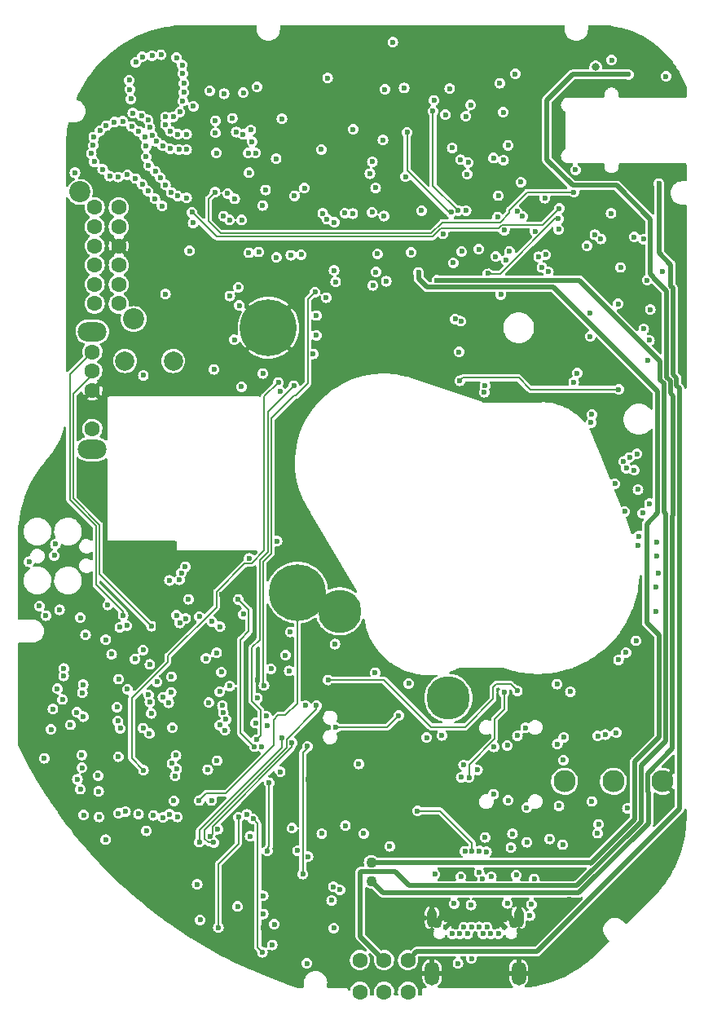
<source format=gbr>
G04 #@! TF.GenerationSoftware,KiCad,Pcbnew,6.0.11+dfsg-1~bpo11+1*
G04 #@! TF.CreationDate,2023-05-24T11:45:55-04:00*
G04 #@! TF.ProjectId,RUSP_Mainboard,52555350-5f4d-4616-996e-626f6172642e,rev?*
G04 #@! TF.SameCoordinates,Original*
G04 #@! TF.FileFunction,Copper,L4,Inr*
G04 #@! TF.FilePolarity,Positive*
%FSLAX46Y46*%
G04 Gerber Fmt 4.6, Leading zero omitted, Abs format (unit mm)*
G04 Created by KiCad (PCBNEW 6.0.11+dfsg-1~bpo11+1) date 2023-05-24 11:45:55*
%MOMM*%
%LPD*%
G01*
G04 APERTURE LIST*
G04 #@! TA.AperFunction,ComponentPad*
%ADD10C,2.300000*%
G04 #@! TD*
G04 #@! TA.AperFunction,ComponentPad*
%ADD11C,1.600000*%
G04 #@! TD*
G04 #@! TA.AperFunction,ComponentPad*
%ADD12C,0.600000*%
G04 #@! TD*
G04 #@! TA.AperFunction,ComponentPad*
%ADD13O,1.000000X2.000000*%
G04 #@! TD*
G04 #@! TA.AperFunction,ComponentPad*
%ADD14O,1.500000X2.500000*%
G04 #@! TD*
G04 #@! TA.AperFunction,ComponentPad*
%ADD15C,1.100000*%
G04 #@! TD*
G04 #@! TA.AperFunction,ComponentPad*
%ADD16C,2.000000*%
G04 #@! TD*
G04 #@! TA.AperFunction,ComponentPad*
%ADD17C,5.900000*%
G04 #@! TD*
G04 #@! TA.AperFunction,ComponentPad*
%ADD18O,3.000000X2.000000*%
G04 #@! TD*
G04 #@! TA.AperFunction,ComponentPad*
%ADD19C,2.200000*%
G04 #@! TD*
G04 #@! TA.AperFunction,ComponentPad*
%ADD20C,4.500000*%
G04 #@! TD*
G04 #@! TA.AperFunction,ViaPad*
%ADD21C,0.600000*%
G04 #@! TD*
G04 #@! TA.AperFunction,ViaPad*
%ADD22C,0.800000*%
G04 #@! TD*
G04 #@! TA.AperFunction,Conductor*
%ADD23C,0.180000*%
G04 #@! TD*
G04 #@! TA.AperFunction,Conductor*
%ADD24C,0.200000*%
G04 #@! TD*
G04 #@! TA.AperFunction,Conductor*
%ADD25C,0.500000*%
G04 #@! TD*
G04 APERTURE END LIST*
D10*
X178930000Y-133100000D03*
X173850000Y-133100000D03*
X168770000Y-133100000D03*
D11*
X147510000Y-154972500D03*
X150010000Y-154972500D03*
X152510000Y-154972500D03*
X147510000Y-151672500D03*
X150010000Y-151672500D03*
X152510000Y-151672500D03*
D12*
X162550000Y-148230000D03*
X161900000Y-148930000D03*
X161100000Y-148930000D03*
X160700000Y-148230000D03*
X160300000Y-148930000D03*
X159900000Y-148230000D03*
X159100000Y-148230000D03*
X158700000Y-148930000D03*
X158300000Y-148230000D03*
X157900000Y-148930000D03*
X157100000Y-148930000D03*
X156450000Y-148230000D03*
D13*
X164000000Y-147280000D03*
D14*
X164000000Y-153030000D03*
D13*
X155000000Y-147280000D03*
D14*
X155000000Y-153030000D03*
D15*
X163550000Y-147830000D03*
X155450000Y-147830000D03*
D16*
X128100000Y-89460000D03*
X123100000Y-89460000D03*
D17*
X141000000Y-113500000D03*
X138000000Y-86000000D03*
D15*
X148700000Y-141550000D03*
X148700000Y-143450000D03*
D18*
X119700000Y-86400000D03*
X119700000Y-98600000D03*
D11*
X119700000Y-96500000D03*
X119700000Y-92500000D03*
X119700000Y-90500000D03*
X119700000Y-88500000D03*
D19*
X118400000Y-71900000D03*
X124000000Y-85100000D03*
D11*
X119950000Y-73500000D03*
X119950000Y-75500000D03*
X119950000Y-77500000D03*
X119950000Y-79500000D03*
X119950000Y-81500000D03*
X119950000Y-83500000D03*
X122450000Y-73500000D03*
X122450000Y-75500000D03*
X122450000Y-77500000D03*
X122450000Y-79500000D03*
X122450000Y-81500000D03*
X122450000Y-83500000D03*
D20*
X156700000Y-124450000D03*
X145400000Y-115450000D03*
D21*
X118800000Y-136600000D03*
X116300000Y-115300000D03*
X114700000Y-130700000D03*
X181179011Y-84552065D03*
X160350000Y-128950000D03*
X117813864Y-128068089D03*
X126761642Y-120124531D03*
X160682080Y-79618887D03*
X165591939Y-80264500D03*
X140100000Y-123190500D03*
X127270000Y-129690000D03*
X146550612Y-121251713D03*
X144300000Y-125450000D03*
X169282949Y-145374500D03*
X138616501Y-132550022D03*
X166424001Y-145825000D03*
X124800000Y-143300000D03*
X139060000Y-117610000D03*
X135725500Y-118950000D03*
X157400000Y-90300000D03*
X157194989Y-69043714D03*
X163650000Y-66250000D03*
X127574936Y-70119523D03*
X140900000Y-147900000D03*
X158200000Y-134860000D03*
X134000000Y-143000000D03*
X158330000Y-130650000D03*
X142122279Y-132900000D03*
X122340250Y-124308774D03*
X158477511Y-84630652D03*
X118745693Y-124656497D03*
X127700003Y-57299997D03*
X130874260Y-110599502D03*
X159250000Y-74425000D03*
X133150000Y-113675000D03*
X128400002Y-110400001D03*
X159030111Y-79980111D03*
X126403025Y-82596975D03*
X118650000Y-114800000D03*
X173587195Y-80693617D03*
X129150000Y-84500000D03*
X119350000Y-111810000D03*
X166851029Y-123282469D03*
X118641966Y-129152356D03*
X144716820Y-123141028D03*
X117275000Y-109600000D03*
X124973324Y-120599000D03*
X162625000Y-142850000D03*
X136849500Y-122600500D03*
X157200000Y-143000000D03*
X156100000Y-146100000D03*
X137450010Y-148300000D03*
X127200000Y-112850000D03*
X159499020Y-136050000D03*
X128400000Y-110400000D03*
X181122243Y-91014065D03*
X129895340Y-136921118D03*
X129949500Y-119650000D03*
X125643008Y-121849880D03*
X179600000Y-77750000D03*
X132400000Y-111400500D03*
X137296779Y-129505989D03*
X159050000Y-145950000D03*
X136400000Y-137000000D03*
X137378476Y-150856308D03*
X132800000Y-148300000D03*
X134875000Y-136825000D03*
X163360000Y-138540000D03*
X118457058Y-133914514D03*
X113122343Y-110293032D03*
X146000000Y-137700000D03*
X162824399Y-129372918D03*
X114200000Y-114899996D03*
X124500000Y-136500000D03*
X123350500Y-123550000D03*
X158833958Y-132710879D03*
X115860000Y-108460000D03*
X143537863Y-138520999D03*
X125307886Y-138244710D03*
X127890000Y-123860000D03*
X162500000Y-123875000D03*
X114883338Y-115897623D03*
X147400000Y-131300000D03*
X118150000Y-132900000D03*
X128400000Y-130400000D03*
X158284154Y-131398099D03*
X129357430Y-110803789D03*
X115600000Y-125600000D03*
X134800000Y-146100000D03*
X159100000Y-151500000D03*
X138600000Y-147950000D03*
X157700000Y-152000000D03*
X116600000Y-124600000D03*
X128967063Y-111443607D03*
X115400000Y-127700000D03*
X161800000Y-74500000D03*
X162525000Y-75875000D03*
D22*
X172000000Y-58900500D03*
D21*
X158016468Y-132670500D03*
X168650000Y-130900500D03*
X129700000Y-114200000D03*
X144750000Y-144050000D03*
X167100000Y-80175989D03*
X128450000Y-115850000D03*
X177600500Y-104256581D03*
X174378862Y-120493677D03*
X118450000Y-116100000D03*
X177600000Y-87300000D03*
X150930000Y-56350000D03*
X127705378Y-112244622D03*
X144917713Y-118850011D03*
X134881641Y-81803134D03*
X178525000Y-111450000D03*
X142000000Y-152000000D03*
X161445041Y-129517929D03*
X135400000Y-61600000D03*
X152590000Y-122950000D03*
X141850000Y-125239500D03*
X178350500Y-108263411D03*
X128470084Y-131820051D03*
X133400000Y-61700000D03*
X115754055Y-109644213D03*
X140155200Y-121634800D03*
X127904763Y-122229298D03*
X178272695Y-115475989D03*
X131900000Y-61400000D03*
X138081782Y-133256773D03*
X139780000Y-120010000D03*
X130900000Y-147500000D03*
X138400000Y-150100000D03*
X118598468Y-130376300D03*
X164225000Y-70875000D03*
X137894061Y-140318967D03*
X128020000Y-127540000D03*
X144013452Y-82866548D03*
X171425000Y-86900000D03*
X159850000Y-77850000D03*
X165700000Y-75975000D03*
X171437642Y-84437376D03*
X137450010Y-146885986D03*
X165169554Y-147042081D03*
X162149044Y-82563288D03*
X159920751Y-140340978D03*
X163850000Y-73925000D03*
X157198812Y-79249130D03*
X145000000Y-127500000D03*
X136850000Y-124450000D03*
X127979037Y-131253812D03*
X168022838Y-129235339D03*
X164850012Y-139430015D03*
X159721655Y-131905457D03*
X151546582Y-126271498D03*
X124987893Y-127564330D03*
X165325000Y-145900000D03*
X126066488Y-136643599D03*
X119000000Y-117900000D03*
X122600989Y-127600000D03*
X117425999Y-127226919D03*
X132338159Y-90324500D03*
X135403513Y-115739500D03*
X133992878Y-82707122D03*
X136000000Y-109949500D03*
X132619368Y-119759332D03*
X144800000Y-148350000D03*
X145428351Y-144368734D03*
X148550000Y-70000000D03*
X129800000Y-78000000D03*
X127300000Y-64100000D03*
X129200000Y-60600000D03*
X152248765Y-70308265D03*
X126750000Y-70400000D03*
X127000000Y-67100002D03*
X119600000Y-67900000D03*
X125300000Y-67150000D03*
X139400000Y-64300000D03*
X149170000Y-80210000D03*
X125300000Y-68250000D03*
X157800000Y-88500000D03*
X179300000Y-59900000D03*
X123900000Y-63700000D03*
X122850000Y-64550000D03*
X129100000Y-62450000D03*
X119900000Y-68750000D03*
X156380000Y-63880000D03*
X129500000Y-72500000D03*
X153900000Y-73849989D03*
X127300000Y-71150000D03*
X141731444Y-71501444D03*
X119850000Y-66200000D03*
X125500000Y-71800000D03*
X123700000Y-62250000D03*
X132500000Y-64500000D03*
X125150000Y-66200000D03*
X123550000Y-60300000D03*
X123350000Y-70100000D03*
X122000000Y-64650000D03*
X124800000Y-64000000D03*
X146800000Y-65400000D03*
X126349997Y-66649997D03*
X127800000Y-65600000D03*
X125700000Y-65200000D03*
X135890599Y-67864015D03*
X127900000Y-71950000D03*
X124900000Y-57850000D03*
X126250000Y-69750000D03*
X128100000Y-64100000D03*
X141406185Y-78418322D03*
X122400000Y-70350000D03*
X119800000Y-67050000D03*
X129092582Y-59600011D03*
X129200000Y-61550000D03*
X132500000Y-65750000D03*
X135360000Y-65920000D03*
X125550000Y-69150000D03*
X129050000Y-58700000D03*
X127300000Y-64900000D03*
X136990000Y-78120000D03*
X123600000Y-61250000D03*
X128600000Y-65900000D03*
X133952047Y-74810500D03*
X126850000Y-57650000D03*
X128700000Y-67500000D03*
X143500000Y-67500000D03*
X125500000Y-64400000D03*
X124200000Y-70500000D03*
X150001485Y-74401485D03*
X121500000Y-70250000D03*
X128800000Y-63600000D03*
X125900000Y-66000000D03*
X129500000Y-67500000D03*
X156150000Y-76250000D03*
X136000000Y-69900000D03*
X136800000Y-61000000D03*
X128550000Y-72300000D03*
X126950000Y-73350000D03*
X121150000Y-65000000D03*
X120500000Y-65550000D03*
X134489882Y-72612770D03*
X120777856Y-69534553D03*
X135218913Y-74810500D03*
X128450000Y-57950000D03*
X140706018Y-72298907D03*
X124206000Y-58420000D03*
X149138556Y-71474500D03*
X136170000Y-65450000D03*
X127800000Y-67400000D03*
X124500000Y-65600000D03*
X134250000Y-64250000D03*
X129500000Y-65900000D03*
X123800000Y-65100000D03*
X124900000Y-71100000D03*
X127300000Y-82500000D03*
X125900000Y-57750000D03*
X173650000Y-58200000D03*
X126200000Y-72600000D03*
X155521196Y-81050500D03*
X132600000Y-67850498D03*
X137400000Y-73300000D03*
X169900000Y-69600000D03*
X124126110Y-120410332D03*
X161400500Y-134437862D03*
X176475000Y-107650000D03*
X157300000Y-145799499D03*
X140456670Y-137969779D03*
X158000000Y-143000000D03*
X138280000Y-121420000D03*
X163875500Y-128375512D03*
X133582115Y-126682259D03*
X122360000Y-126840000D03*
X125840000Y-126059500D03*
X133316512Y-125981396D03*
X163040005Y-78056896D03*
X162699993Y-78969764D03*
X166798580Y-78412573D03*
X166079278Y-78623191D03*
X161616598Y-78593479D03*
X121300000Y-114800000D03*
X117900000Y-69900000D03*
X139212897Y-92612967D03*
X138889500Y-108150000D03*
X142122279Y-140930649D03*
X160520999Y-138924500D03*
X121100000Y-118400000D03*
X148760000Y-74010000D03*
X126416867Y-122778798D03*
X150600000Y-139850000D03*
X133120000Y-121750000D03*
X132127751Y-116499500D03*
X156030000Y-128330000D03*
X131512068Y-120334751D03*
X149095378Y-121814622D03*
X168150000Y-75789500D03*
X118769375Y-126385500D03*
X172210082Y-138488090D03*
X127050000Y-136850000D03*
X162836444Y-145780989D03*
X144562098Y-145467734D03*
X178925000Y-80175000D03*
X128525000Y-136800000D03*
X171592212Y-135184899D03*
X163750000Y-142850000D03*
X174350000Y-83525000D03*
X128300000Y-132550000D03*
X125674711Y-124876525D03*
X177400000Y-89400000D03*
X165625806Y-143223694D03*
X172225000Y-128400000D03*
X136653901Y-127049500D03*
X176425000Y-108575000D03*
X176880378Y-105244622D03*
X175148391Y-119724147D03*
X171531031Y-95850551D03*
X174010435Y-102197674D03*
X175530199Y-99449500D03*
X176199992Y-118499992D03*
X178350500Y-109720100D03*
X175025000Y-105075000D03*
X175288211Y-135894238D03*
X147900000Y-138520999D03*
X155300000Y-142750500D03*
X125850000Y-117000000D03*
X125672241Y-120957022D03*
X168569806Y-139669806D03*
X123150500Y-136238774D03*
X128800000Y-116650000D03*
X162400000Y-63625000D03*
X122425291Y-136428050D03*
X137450010Y-144999979D03*
X120361717Y-134146580D03*
X158422103Y-140349247D03*
X163200000Y-140000000D03*
X130200000Y-63000000D03*
X129399602Y-116200298D03*
X121099243Y-139157793D03*
X120300000Y-132525000D03*
X130831066Y-115991822D03*
X141023279Y-140300000D03*
X131700000Y-131900000D03*
X142980000Y-84720000D03*
X136545458Y-129505989D03*
X134870000Y-114210000D03*
X133487973Y-127800004D03*
X144825500Y-80045512D03*
X132938473Y-127262533D03*
X144980000Y-81240000D03*
X131800000Y-124930000D03*
X163860000Y-123710000D03*
X144210549Y-122588360D03*
X154440000Y-128550000D03*
X132980000Y-117049000D03*
X140280000Y-117580000D03*
X124982444Y-119472261D03*
X137413676Y-90749432D03*
X116718845Y-122152957D03*
X116725500Y-121382500D03*
X135197098Y-92127402D03*
X159023533Y-62870000D03*
X128750000Y-112160989D03*
X162900000Y-135075000D03*
X177350000Y-81050000D03*
X167215339Y-139097630D03*
X174150000Y-128050000D03*
X171919045Y-76344317D03*
X173000000Y-128247863D03*
X172530000Y-76780000D03*
X164825663Y-135831139D03*
X169375000Y-123799500D03*
X171105271Y-77515469D03*
X160260719Y-143242631D03*
X159903252Y-142576141D03*
X161158188Y-143023512D03*
X160666444Y-140416444D03*
X137850000Y-127325000D03*
X177000000Y-86125000D03*
X172312635Y-137550095D03*
X127716214Y-136506618D03*
X116061170Y-123492234D03*
X160797263Y-80359486D03*
X168125000Y-74675999D03*
X128175000Y-135125000D03*
X176000000Y-76575000D03*
X177683236Y-84116764D03*
X122561920Y-117115329D03*
X178575000Y-71025000D03*
X168689210Y-128519318D03*
X137799440Y-126340560D03*
X130800000Y-135099502D03*
X174400000Y-92400000D03*
X157900000Y-91500000D03*
X144156444Y-60056444D03*
X142660000Y-88720000D03*
X150250000Y-81175000D03*
X148850000Y-81597112D03*
X142980000Y-86780000D03*
X170075000Y-90700000D03*
X160440000Y-92690000D03*
X158075000Y-78075000D03*
X169725000Y-91650000D03*
X160500000Y-92000000D03*
X158010516Y-85310516D03*
X157400000Y-85100000D03*
X168000000Y-123000000D03*
X164725000Y-127550000D03*
X139223613Y-132110512D03*
X132650498Y-130949500D03*
X166425000Y-79725000D03*
X118100000Y-125925000D03*
X140646555Y-92006555D03*
X136749255Y-128784727D03*
X134449502Y-87250385D03*
X118751574Y-123051574D03*
X125000000Y-90950500D03*
X157090619Y-67312351D03*
X168200000Y-135650000D03*
X161375000Y-68375000D03*
X135960500Y-78200000D03*
X149900000Y-66500000D03*
X148800000Y-68750500D03*
X166725000Y-72550000D03*
X157957845Y-68546003D03*
X175400000Y-59700000D03*
X122435500Y-122480632D03*
X134967878Y-83682122D03*
X135750000Y-136550002D03*
X125630775Y-128149225D03*
X122400000Y-130549500D03*
X118624056Y-131703277D03*
X123287462Y-116925236D03*
X127040000Y-124370000D03*
X122900000Y-115850000D03*
X133210000Y-125239500D03*
X122260000Y-125409500D03*
X139025261Y-91682978D03*
X125017385Y-131952356D03*
X155200000Y-62369500D03*
X133760000Y-72050000D03*
X163640000Y-59650000D03*
X162032208Y-60609500D03*
X136303556Y-66679500D03*
X130170000Y-75110000D03*
X162900000Y-67050000D03*
X162430000Y-68580000D03*
X133323518Y-74402204D03*
X130050000Y-74010000D03*
X168210000Y-73620000D03*
X169747963Y-71924500D03*
X132450000Y-71930000D03*
X158761782Y-68838218D03*
X161900000Y-72275000D03*
X158550000Y-73825000D03*
X164420000Y-74430000D03*
X138825000Y-78700000D03*
X140325000Y-78475000D03*
X143641906Y-74121866D03*
X144080000Y-74730000D03*
X144849499Y-75050501D03*
X145940000Y-74090000D03*
X146760000Y-74150000D03*
X120400000Y-136800000D03*
X132739257Y-138075000D03*
X136100000Y-138799988D03*
X132100000Y-135100016D03*
X121710331Y-119894149D03*
X127646689Y-124958776D03*
X156980000Y-74010000D03*
X152400000Y-65700000D03*
X155100000Y-63500000D03*
X157708958Y-73835717D03*
X177000500Y-76800000D03*
X176400000Y-102800000D03*
X178249500Y-112900000D03*
X174915728Y-99878662D03*
X171600000Y-95000000D03*
X175200000Y-100600000D03*
X176300000Y-99100000D03*
X176000000Y-100800000D03*
X158519404Y-64037626D03*
X156830000Y-61170500D03*
X150100000Y-61250000D03*
X152834584Y-78171409D03*
X158650000Y-70050000D03*
X174600000Y-79725000D03*
X130809699Y-139411025D03*
X139381045Y-128555860D03*
X132934885Y-123795114D03*
X125538514Y-124139500D03*
X118669370Y-123910890D03*
X133980000Y-123190500D03*
X153480000Y-136170000D03*
X159171514Y-140360932D03*
X140440000Y-129100000D03*
X131913682Y-138840539D03*
X143000000Y-125239500D03*
X132331350Y-139463479D03*
X142042969Y-129460500D03*
X130600000Y-143800000D03*
X141572779Y-142725149D03*
X152100000Y-61100000D03*
X138800000Y-68450500D03*
X153600000Y-80250000D03*
X137700000Y-71700000D03*
X134649637Y-65680966D03*
X142850000Y-82300000D03*
X136670000Y-67850498D03*
X137540000Y-123150000D03*
X149325000Y-78325000D03*
X173600000Y-74125000D03*
D23*
X126400000Y-119172324D02*
X124973324Y-120599000D01*
X126400000Y-112400003D02*
X126400000Y-119172324D01*
X128400002Y-110400001D02*
X126400000Y-112400003D01*
D24*
X136400000Y-137000000D02*
X136900000Y-137500000D01*
X136900000Y-150377832D02*
X137378476Y-150856308D01*
X136900000Y-137500000D02*
X136900000Y-150377832D01*
X132800000Y-141675000D02*
X134875000Y-139600000D01*
X132800000Y-148300000D02*
X132800000Y-141675000D01*
X134875000Y-139600000D02*
X134875000Y-136825000D01*
D23*
X162500000Y-125650000D02*
X161500000Y-126650000D01*
X162500000Y-123875000D02*
X162500000Y-125650000D01*
X161500000Y-126650000D02*
X161500000Y-128700000D01*
X161500000Y-128700000D02*
X158833958Y-131366042D01*
X158833958Y-131366042D02*
X158833958Y-132710879D01*
D24*
X138081782Y-139881782D02*
X138081782Y-133256773D01*
X137894061Y-140069503D02*
X138081782Y-139881782D01*
X137894061Y-140318967D02*
X137894061Y-140069503D01*
X150318080Y-127500000D02*
X151546582Y-126271498D01*
X145000000Y-127500000D02*
X150318080Y-127500000D01*
D25*
X179299511Y-128930964D02*
X179299511Y-105319037D01*
X176730986Y-131499489D02*
X179299511Y-128930964D01*
X170069047Y-143949501D02*
X176730986Y-137287562D01*
X147574511Y-142500489D02*
X151150489Y-142500489D01*
X179099511Y-91780964D02*
X178725489Y-91406941D01*
X179299511Y-105319037D02*
X179099511Y-105119037D01*
X170304770Y-81073317D02*
X155544013Y-81073317D01*
X150010000Y-151672500D02*
X147550000Y-149212500D01*
X151150489Y-142500489D02*
X152599501Y-143949501D01*
X155544013Y-81073317D02*
X155521196Y-81050500D01*
X147550000Y-149212500D02*
X147550000Y-142525000D01*
X179099511Y-105119037D02*
X179099511Y-91780964D01*
X178725489Y-89494036D02*
X170304770Y-81073317D01*
X147550000Y-142525000D02*
X147574511Y-142500489D01*
X176730986Y-137287562D02*
X176730986Y-131499489D01*
X152599501Y-143949501D02*
X170069047Y-143949501D01*
X178725489Y-91406941D02*
X178725489Y-89494036D01*
D24*
X120450011Y-111600011D02*
X125850000Y-117000000D01*
X120100000Y-90500000D02*
X117700000Y-92900000D01*
X117700000Y-103720692D02*
X120450011Y-106470703D01*
X120450011Y-106470703D02*
X120450011Y-111600011D01*
X117700000Y-92900000D02*
X117700000Y-103720692D01*
X135968569Y-115308569D02*
X134870000Y-114210000D01*
X135100000Y-128060531D02*
X135100000Y-118400000D01*
X135968569Y-117531431D02*
X135968569Y-115308569D01*
X135100000Y-118400000D02*
X135968569Y-117531431D01*
X136545458Y-129505989D02*
X135100000Y-128060531D01*
X161349501Y-124545358D02*
X158444859Y-127450000D01*
X161349501Y-123774501D02*
X161349501Y-124545358D01*
X150018360Y-122588360D02*
X144210549Y-122588360D01*
X163860000Y-123710000D02*
X163175000Y-123025000D01*
X158444859Y-127450000D02*
X154880000Y-127450000D01*
X163175000Y-123025000D02*
X161650000Y-123025000D01*
D23*
X161325000Y-123750000D02*
X161325000Y-123350000D01*
D24*
X161325000Y-123750000D02*
X161349501Y-123774501D01*
D23*
X161325000Y-123350000D02*
X161650000Y-123025000D01*
D24*
X154880000Y-127450000D02*
X150018360Y-122588360D01*
D23*
X161126709Y-80359486D02*
X161153201Y-80385978D01*
X167806727Y-74675999D02*
X168125000Y-74675999D01*
X162096748Y-80385978D02*
X167806727Y-74675999D01*
X161153201Y-80385978D02*
X162096748Y-80385978D01*
X160797263Y-80359486D02*
X161126709Y-80359486D01*
D25*
X180698533Y-135976467D02*
X180698533Y-92292891D01*
X180398533Y-91242891D02*
X180024511Y-90868869D01*
X180698533Y-92292891D02*
X180398533Y-91992891D01*
X179824511Y-81680963D02*
X179824511Y-79449511D01*
X152510000Y-151672500D02*
X153407500Y-150775000D01*
X180024511Y-90868869D02*
X180024511Y-81880963D01*
X178575000Y-78200000D02*
X178575000Y-71025000D01*
X179824511Y-79449511D02*
X178575000Y-78200000D01*
X153407500Y-150775000D02*
X165900000Y-150775000D01*
X180024511Y-81880963D02*
X179824511Y-81680963D01*
X165900000Y-150775000D02*
X180698533Y-135976467D01*
X180398533Y-91992891D02*
X180398533Y-91242891D01*
D23*
X139000000Y-126250000D02*
X139750000Y-126250000D01*
X141000000Y-125000000D02*
X141000000Y-113500000D01*
X139750000Y-126250000D02*
X141000000Y-125000000D01*
X138546979Y-126703021D02*
X139000000Y-126250000D01*
X131549502Y-134350000D02*
X133575000Y-134350000D01*
D24*
X158200000Y-91200000D02*
X164000000Y-91200000D01*
X165200000Y-92400000D02*
X174400000Y-92400000D01*
D23*
X130800000Y-135099502D02*
X131549502Y-134350000D01*
X138546979Y-129378021D02*
X138546979Y-126703021D01*
D24*
X157900000Y-91500000D02*
X158200000Y-91200000D01*
D23*
X133575000Y-134350000D02*
X138546979Y-129378021D01*
D24*
X164000000Y-91200000D02*
X165200000Y-92400000D01*
X136300000Y-124800000D02*
X136300000Y-119227127D01*
X137930499Y-109290383D02*
X137930499Y-94722612D01*
X137210127Y-125710127D02*
X136300000Y-124800000D01*
X136749255Y-128784727D02*
X137210127Y-128323855D01*
X137100499Y-118426628D02*
X137100499Y-110120384D01*
X137210127Y-128323855D02*
X137210127Y-125710127D01*
X137930499Y-94722612D02*
X140646555Y-92006555D01*
X136300000Y-119227127D02*
X137100499Y-118426628D01*
X137100499Y-110120384D02*
X137930499Y-109290383D01*
D25*
X179949022Y-129719525D02*
X177380497Y-132288050D01*
X180049022Y-105488074D02*
X179949022Y-105588073D01*
X169600000Y-59700000D02*
X166900000Y-62400000D01*
X149925000Y-144675000D02*
X148700000Y-143450000D01*
X166900000Y-68525000D02*
X169600000Y-71225000D01*
X166900000Y-62400000D02*
X166900000Y-68525000D01*
X177700000Y-74725000D02*
X177700000Y-80410755D01*
X179375000Y-82150000D02*
X179375000Y-91137906D01*
X169600000Y-71225000D02*
X174200000Y-71225000D01*
X179749022Y-92786927D02*
X180049022Y-93086927D01*
X177499022Y-134261928D02*
X177499022Y-137438074D01*
X179749022Y-91511928D02*
X179749022Y-92786927D01*
X177499022Y-137438074D02*
X170262095Y-144675000D01*
X179375000Y-91137906D02*
X179749022Y-91511928D01*
X178049501Y-80760256D02*
X178049501Y-80824501D01*
X177380497Y-132288050D02*
X177380497Y-134143402D01*
X178049501Y-80824501D02*
X179375000Y-82150000D01*
X175400000Y-59700000D02*
X169600000Y-59700000D01*
X170262095Y-144675000D02*
X149925000Y-144675000D01*
X177700000Y-80410755D02*
X178049501Y-80760256D01*
X179949022Y-105588073D02*
X179949022Y-129719525D01*
X174200000Y-71225000D02*
X177700000Y-74725000D01*
X177380497Y-134143402D02*
X177499022Y-134261928D01*
X180049022Y-93086927D02*
X180049022Y-105488074D01*
D24*
X122900000Y-115500000D02*
X122900000Y-115850000D01*
X117350480Y-103865468D02*
X120100000Y-106614988D01*
X120100000Y-106614988D02*
X120100000Y-112700000D01*
X120100000Y-112700000D02*
X122900000Y-115500000D01*
X117350480Y-90849520D02*
X117350480Y-103865468D01*
X119700000Y-88500000D02*
X117350480Y-90849520D01*
X123792408Y-130727379D02*
X123792408Y-124477592D01*
X127560795Y-120039205D02*
X132600499Y-114999501D01*
X137580998Y-109145615D02*
X137580998Y-93127241D01*
X125017385Y-131952356D02*
X123792408Y-130727379D01*
X127560795Y-120709205D02*
X127560795Y-120039205D01*
X136227612Y-110499001D02*
X137580998Y-109145615D01*
X135548886Y-110499001D02*
X136227612Y-110499001D01*
X132600499Y-114999501D02*
X132600499Y-113447388D01*
X137580998Y-93127241D02*
X139025261Y-91682978D01*
X132600499Y-113447388D02*
X135548886Y-110499001D01*
X123792408Y-124477592D02*
X127560795Y-120709205D01*
X132589001Y-76549001D02*
X130050000Y-74010000D01*
X168210000Y-73620000D02*
X166504501Y-75325499D01*
X155073886Y-76549001D02*
X132589001Y-76549001D01*
X166504501Y-75325499D02*
X162297388Y-75325499D01*
X155922388Y-75700499D02*
X155073886Y-76549001D01*
X161922388Y-75700499D02*
X155922388Y-75700499D01*
X162297388Y-75325499D02*
X161922388Y-75700499D01*
X154929104Y-76199500D02*
X156077616Y-75050988D01*
X162077616Y-75050988D02*
X163025499Y-74103105D01*
X156077616Y-75050988D02*
X162077616Y-75050988D01*
X133049500Y-76199500D02*
X154929104Y-76199500D01*
X164873885Y-71924500D02*
X169747963Y-71924500D01*
X132450000Y-71930000D02*
X131760000Y-72620000D01*
X131760000Y-74910000D02*
X133049500Y-76199500D01*
X163025499Y-74103105D02*
X163025499Y-73772886D01*
X163025499Y-73772886D02*
X164873885Y-71924500D01*
X131760000Y-72620000D02*
X131760000Y-74910000D01*
X156740000Y-74010000D02*
X156980000Y-74010000D01*
X152400000Y-69670000D02*
X156740000Y-74010000D01*
X152400000Y-65700000D02*
X152400000Y-69670000D01*
X155100000Y-63500000D02*
X155100000Y-71226759D01*
X155100000Y-71226759D02*
X157708958Y-73835717D01*
X139381045Y-129618955D02*
X130809699Y-138190301D01*
X139381045Y-128555860D02*
X139381045Y-129618955D01*
X130809699Y-138190301D02*
X130809699Y-139411025D01*
X159171514Y-140360932D02*
X159171514Y-139491514D01*
X159171514Y-139491514D02*
X155850000Y-136170000D01*
X155850000Y-136170000D02*
X153480000Y-136170000D01*
X131913682Y-138840539D02*
X132189247Y-138564974D01*
X140440000Y-129560000D02*
X140440000Y-129100000D01*
X132189247Y-137810753D02*
X140440000Y-129560000D01*
X132189247Y-138564974D02*
X132189247Y-137810753D01*
X132331350Y-139463479D02*
X131759495Y-139463479D01*
X131364171Y-139068155D02*
X131364171Y-138141533D01*
X143000000Y-125643247D02*
X143000000Y-125239500D01*
X139890489Y-128872384D02*
X139896221Y-128866652D01*
X139896221Y-128747026D02*
X143000000Y-125643247D01*
X131759495Y-139463479D02*
X131364171Y-139068155D01*
X139896221Y-128866652D02*
X139896221Y-128747026D01*
X131364171Y-138141533D02*
X139890489Y-129615215D01*
X139890489Y-129615215D02*
X139890489Y-128872384D01*
X141572779Y-142725149D02*
X141572779Y-130059511D01*
X141707616Y-130059511D02*
X142042969Y-129724158D01*
X142042969Y-129724158D02*
X142042969Y-129460500D01*
X141572779Y-130059511D02*
X141707616Y-130059511D01*
D25*
X178600000Y-128525000D02*
X178600000Y-117950000D01*
X167625000Y-81750000D02*
X154450000Y-81750000D01*
X168425000Y-141525000D02*
X171425000Y-141525000D01*
X178450000Y-92575000D02*
X167625000Y-81750000D01*
X153600000Y-80900000D02*
X153600000Y-80250000D01*
X178600000Y-117950000D02*
X177300000Y-116650000D01*
X176081475Y-137018525D02*
X176081475Y-131043525D01*
X177300000Y-116650000D02*
X177300000Y-106400000D01*
X177300000Y-106400000D02*
X178450000Y-105250000D01*
X168400000Y-141550000D02*
X168425000Y-141525000D01*
X178450000Y-105250000D02*
X178450000Y-92575000D01*
X154450000Y-81750000D02*
X153600000Y-80900000D01*
X171500000Y-141600000D02*
X176081475Y-137018525D01*
X176081475Y-131043525D02*
X178600000Y-128525000D01*
X171425000Y-141525000D02*
X171500000Y-141600000D01*
X148700000Y-141550000D02*
X168400000Y-141550000D01*
D24*
X138280000Y-95420000D02*
X140680000Y-93020000D01*
X140870000Y-93020000D02*
X142100000Y-91790000D01*
X137450000Y-110265152D02*
X138280000Y-109435151D01*
X137540000Y-123150000D02*
X137450000Y-123060000D01*
X142100000Y-91790000D02*
X142100000Y-83050000D01*
X142100000Y-83050000D02*
X142850000Y-82300000D01*
X137450000Y-123060000D02*
X137450000Y-110265152D01*
X140680000Y-93020000D02*
X140870000Y-93020000D01*
X138280000Y-109435151D02*
X138280000Y-95420000D01*
G04 #@! TA.AperFunction,Conductor*
G36*
X116921030Y-96252027D02*
G01*
X116976754Y-96296020D01*
X116999980Y-96368913D01*
X116999980Y-103814644D01*
X116997947Y-103833743D01*
X116997720Y-103838551D01*
X116995529Y-103848729D01*
X116996753Y-103859068D01*
X116999107Y-103878959D01*
X116999417Y-103884214D01*
X116999552Y-103884203D01*
X116999980Y-103889382D01*
X116999980Y-103894583D01*
X117000834Y-103899711D01*
X117000834Y-103899717D01*
X117002869Y-103911941D01*
X117003706Y-103917817D01*
X117009244Y-103964606D01*
X117012903Y-103972226D01*
X117014292Y-103980571D01*
X117019237Y-103989735D01*
X117036672Y-104022048D01*
X117039364Y-104027333D01*
X117059754Y-104069794D01*
X117063072Y-104073742D01*
X117065005Y-104075675D01*
X117066470Y-104077272D01*
X117066734Y-104077762D01*
X117066714Y-104077781D01*
X117066793Y-104077870D01*
X117069702Y-104083262D01*
X117077350Y-104090332D01*
X117077351Y-104090333D01*
X117106116Y-104116923D01*
X117109682Y-104120352D01*
X119712595Y-106723265D01*
X119746621Y-106785577D01*
X119749500Y-106812360D01*
X119749500Y-108001503D01*
X119729498Y-108069624D01*
X119675842Y-108116117D01*
X119605568Y-108126221D01*
X119541921Y-108097528D01*
X119502311Y-108063876D01*
X119502307Y-108063873D01*
X119496732Y-108059137D01*
X119383863Y-108001503D01*
X119348321Y-107983354D01*
X119348319Y-107983353D01*
X119341805Y-107980027D01*
X119334699Y-107978288D01*
X119334696Y-107978287D01*
X119235339Y-107953975D01*
X119172834Y-107938680D01*
X119167232Y-107938332D01*
X119167229Y-107938332D01*
X119163812Y-107938120D01*
X119163803Y-107938120D01*
X119161873Y-107938000D01*
X119036437Y-107938000D01*
X118966902Y-107946107D01*
X118914484Y-107952218D01*
X118914481Y-107952219D01*
X118907214Y-107953066D01*
X118900339Y-107955562D01*
X118900337Y-107955562D01*
X118750579Y-108009922D01*
X118750577Y-108009923D01*
X118743698Y-108012420D01*
X118598221Y-108107798D01*
X118560564Y-108147550D01*
X118485080Y-108227232D01*
X118480623Y-108229825D01*
X118478292Y-108234593D01*
X118391215Y-108384508D01*
X118389094Y-108391512D01*
X118389092Y-108391516D01*
X118367788Y-108461857D01*
X118340791Y-108550995D01*
X118330020Y-108724617D01*
X118331260Y-108731833D01*
X118331260Y-108731835D01*
X118355916Y-108875326D01*
X118359479Y-108896061D01*
X118427589Y-109056129D01*
X118431922Y-109062017D01*
X118431925Y-109062022D01*
X118486343Y-109135966D01*
X118530696Y-109196235D01*
X118536274Y-109200974D01*
X118536277Y-109200977D01*
X118599203Y-109254436D01*
X118663268Y-109308863D01*
X118743633Y-109349899D01*
X118791256Y-109374217D01*
X118818195Y-109387973D01*
X118825301Y-109389712D01*
X118825304Y-109389713D01*
X118905672Y-109409379D01*
X118987166Y-109429320D01*
X118992768Y-109429668D01*
X118992771Y-109429668D01*
X118996188Y-109429880D01*
X118996197Y-109429880D01*
X118998127Y-109430000D01*
X119123563Y-109430000D01*
X119193098Y-109421893D01*
X119245516Y-109415782D01*
X119245519Y-109415781D01*
X119252786Y-109414934D01*
X119259661Y-109412438D01*
X119259663Y-109412438D01*
X119409421Y-109358078D01*
X119409423Y-109358077D01*
X119416302Y-109355580D01*
X119554418Y-109265028D01*
X119622351Y-109244406D01*
X119690651Y-109263786D01*
X119737631Y-109317016D01*
X119749500Y-109370401D01*
X119749500Y-110033503D01*
X119729498Y-110101624D01*
X119675842Y-110148117D01*
X119605568Y-110158221D01*
X119541921Y-110129528D01*
X119539172Y-110127192D01*
X119522138Y-110112721D01*
X119502311Y-110095876D01*
X119502307Y-110095873D01*
X119496732Y-110091137D01*
X119400229Y-110041860D01*
X119348321Y-110015354D01*
X119348319Y-110015353D01*
X119341805Y-110012027D01*
X119334699Y-110010288D01*
X119334696Y-110010287D01*
X119241825Y-109987562D01*
X119172834Y-109970680D01*
X119167232Y-109970332D01*
X119167229Y-109970332D01*
X119163812Y-109970120D01*
X119163803Y-109970120D01*
X119161873Y-109970000D01*
X119036437Y-109970000D01*
X118966902Y-109978107D01*
X118914484Y-109984218D01*
X118914481Y-109984219D01*
X118907214Y-109985066D01*
X118900339Y-109987562D01*
X118900337Y-109987562D01*
X118750579Y-110041922D01*
X118750577Y-110041923D01*
X118743698Y-110044420D01*
X118598221Y-110139798D01*
X118478587Y-110266086D01*
X118474912Y-110272413D01*
X118474909Y-110272417D01*
X118442649Y-110327957D01*
X118391215Y-110416508D01*
X118389094Y-110423512D01*
X118389092Y-110423516D01*
X118358003Y-110526164D01*
X118340791Y-110582995D01*
X118330020Y-110756617D01*
X118331260Y-110763833D01*
X118331260Y-110763835D01*
X118353755Y-110894750D01*
X118359479Y-110928061D01*
X118427589Y-111088129D01*
X118431922Y-111094017D01*
X118431925Y-111094022D01*
X118489587Y-111172375D01*
X118530696Y-111228235D01*
X118536274Y-111232974D01*
X118536277Y-111232977D01*
X118559900Y-111253046D01*
X118663268Y-111340863D01*
X118743633Y-111381899D01*
X118784249Y-111402639D01*
X118818195Y-111419973D01*
X118825301Y-111421712D01*
X118825304Y-111421713D01*
X118889568Y-111437438D01*
X118987166Y-111461320D01*
X118992768Y-111461668D01*
X118992771Y-111461668D01*
X118996188Y-111461880D01*
X118996197Y-111461880D01*
X118998127Y-111462000D01*
X119123563Y-111462000D01*
X119193098Y-111453893D01*
X119245516Y-111447782D01*
X119245519Y-111447781D01*
X119252786Y-111446934D01*
X119259661Y-111444438D01*
X119259663Y-111444438D01*
X119409421Y-111390078D01*
X119409423Y-111390077D01*
X119416302Y-111387580D01*
X119554418Y-111297028D01*
X119622351Y-111276406D01*
X119690651Y-111295786D01*
X119737631Y-111349016D01*
X119749500Y-111402401D01*
X119749500Y-112649176D01*
X119747467Y-112668275D01*
X119747240Y-112673083D01*
X119745049Y-112683261D01*
X119748627Y-112713491D01*
X119748937Y-112718746D01*
X119749072Y-112718735D01*
X119749500Y-112723914D01*
X119749500Y-112729115D01*
X119750354Y-112734243D01*
X119750354Y-112734249D01*
X119752389Y-112746473D01*
X119753226Y-112752349D01*
X119757260Y-112786427D01*
X119758764Y-112799138D01*
X119762423Y-112806758D01*
X119763812Y-112815103D01*
X119775100Y-112836023D01*
X119786192Y-112856580D01*
X119788884Y-112861865D01*
X119809274Y-112904326D01*
X119812592Y-112908274D01*
X119814525Y-112910207D01*
X119815990Y-112911804D01*
X119816254Y-112912294D01*
X119816234Y-112912313D01*
X119816313Y-112912402D01*
X119819222Y-112917794D01*
X119826870Y-112924864D01*
X119826871Y-112924865D01*
X119855636Y-112951455D01*
X119859202Y-112954884D01*
X121034559Y-114130241D01*
X121068585Y-114192553D01*
X121063520Y-114263368D01*
X121022168Y-114319298D01*
X120907379Y-114407379D01*
X120819139Y-114522375D01*
X120763670Y-114656291D01*
X120744750Y-114800000D01*
X120763670Y-114943709D01*
X120819139Y-115077625D01*
X120907379Y-115192621D01*
X121022375Y-115280861D01*
X121156291Y-115336330D01*
X121300000Y-115355250D01*
X121443709Y-115336330D01*
X121577625Y-115280861D01*
X121692621Y-115192621D01*
X121780703Y-115077831D01*
X121838041Y-115035964D01*
X121908912Y-115031743D01*
X121969760Y-115065441D01*
X122376465Y-115472146D01*
X122410491Y-115534458D01*
X122403779Y-115609458D01*
X122363670Y-115706291D01*
X122344750Y-115850000D01*
X122363670Y-115993709D01*
X122419139Y-116127625D01*
X122507379Y-116242621D01*
X122513929Y-116247647D01*
X122599388Y-116313222D01*
X122616422Y-116326293D01*
X122616423Y-116326294D01*
X122622375Y-116330861D01*
X122621663Y-116331789D01*
X122665173Y-116377425D01*
X122678606Y-116447139D01*
X122652217Y-116513049D01*
X122594383Y-116554229D01*
X122561870Y-116559696D01*
X122561920Y-116560079D01*
X122418211Y-116578999D01*
X122284295Y-116634468D01*
X122169299Y-116722708D01*
X122081059Y-116837704D01*
X122025590Y-116971620D01*
X122006670Y-117115329D01*
X122025590Y-117259038D01*
X122081059Y-117392954D01*
X122169299Y-117507950D01*
X122284295Y-117596190D01*
X122418211Y-117651659D01*
X122561920Y-117670579D01*
X122705629Y-117651659D01*
X122839545Y-117596190D01*
X122954541Y-117507950D01*
X122968328Y-117489983D01*
X123025663Y-117448118D01*
X123096534Y-117443896D01*
X123116501Y-117450278D01*
X123143753Y-117461566D01*
X123287462Y-117480486D01*
X123431171Y-117461566D01*
X123565087Y-117406097D01*
X123680083Y-117317857D01*
X123768323Y-117202861D01*
X123823792Y-117068945D01*
X123842712Y-116925236D01*
X123823792Y-116781527D01*
X123768323Y-116647611D01*
X123680083Y-116532615D01*
X123565087Y-116444375D01*
X123431171Y-116388906D01*
X123422986Y-116387828D01*
X123422981Y-116387827D01*
X123419756Y-116387403D01*
X123417236Y-116386288D01*
X123415007Y-116385691D01*
X123415100Y-116385343D01*
X123354828Y-116358681D01*
X123315736Y-116299416D01*
X123314891Y-116228425D01*
X123336239Y-116185777D01*
X123375833Y-116134178D01*
X123375834Y-116134176D01*
X123380861Y-116127625D01*
X123436330Y-115993709D01*
X123455250Y-115850000D01*
X123436330Y-115706291D01*
X123380861Y-115572375D01*
X123292621Y-115457379D01*
X123278091Y-115446230D01*
X123241204Y-115400794D01*
X123239605Y-115397463D01*
X123237372Y-115392012D01*
X123236188Y-115384897D01*
X123213806Y-115343416D01*
X123211113Y-115338130D01*
X123199991Y-115314969D01*
X123190726Y-115295674D01*
X123187408Y-115291726D01*
X123185475Y-115289793D01*
X123184010Y-115288196D01*
X123183746Y-115287706D01*
X123183766Y-115287687D01*
X123183687Y-115287598D01*
X123180778Y-115282206D01*
X123172252Y-115274324D01*
X123144364Y-115248545D01*
X123140798Y-115245116D01*
X120487405Y-112591723D01*
X120453379Y-112529411D01*
X120450500Y-112502628D01*
X120450500Y-112400372D01*
X120470502Y-112332251D01*
X120524158Y-112285758D01*
X120594432Y-112275654D01*
X120659012Y-112305148D01*
X120665595Y-112311277D01*
X125258923Y-116904605D01*
X125292949Y-116966917D01*
X125295716Y-116992661D01*
X125294750Y-117000000D01*
X125313670Y-117143709D01*
X125369139Y-117277625D01*
X125457379Y-117392621D01*
X125572375Y-117480861D01*
X125706291Y-117536330D01*
X125850000Y-117555250D01*
X125993709Y-117536330D01*
X126127625Y-117480861D01*
X126242621Y-117392621D01*
X126330861Y-117277625D01*
X126386330Y-117143709D01*
X126405250Y-117000000D01*
X126386330Y-116856291D01*
X126330861Y-116722375D01*
X126242621Y-116607379D01*
X126127625Y-116519139D01*
X125993709Y-116463670D01*
X125850000Y-116444750D01*
X125843115Y-116445656D01*
X125775579Y-116425826D01*
X125754605Y-116408923D01*
X125195682Y-115850000D01*
X127894750Y-115850000D01*
X127913670Y-115993709D01*
X127969139Y-116127625D01*
X128057379Y-116242621D01*
X128172375Y-116330861D01*
X128183835Y-116335608D01*
X128195917Y-116340613D01*
X128251197Y-116385162D01*
X128273617Y-116452526D01*
X128266837Y-116490115D01*
X128268967Y-116490686D01*
X128266830Y-116498662D01*
X128263670Y-116506291D01*
X128244750Y-116650000D01*
X128263670Y-116793709D01*
X128319139Y-116927625D01*
X128407379Y-117042621D01*
X128522375Y-117130861D01*
X128656291Y-117186330D01*
X128800000Y-117205250D01*
X128943709Y-117186330D01*
X129077625Y-117130861D01*
X129192621Y-117042621D01*
X129280861Y-116927625D01*
X129314947Y-116845333D01*
X129321561Y-116829366D01*
X129366109Y-116774085D01*
X129421523Y-116752662D01*
X129428476Y-116751747D01*
X129543311Y-116736628D01*
X129677227Y-116681159D01*
X129792223Y-116592919D01*
X129880463Y-116477923D01*
X129935932Y-116344007D01*
X129954852Y-116200298D01*
X129935932Y-116056589D01*
X129880463Y-115922673D01*
X129792223Y-115807677D01*
X129677227Y-115719437D01*
X129543311Y-115663968D01*
X129399602Y-115645048D01*
X129255893Y-115663968D01*
X129248259Y-115667130D01*
X129127251Y-115717252D01*
X129056662Y-115724841D01*
X128993175Y-115693061D01*
X128962625Y-115649061D01*
X128946221Y-115609459D01*
X128930861Y-115572375D01*
X128842621Y-115457379D01*
X128727625Y-115369139D01*
X128593709Y-115313670D01*
X128450000Y-115294750D01*
X128306291Y-115313670D01*
X128172375Y-115369139D01*
X128057379Y-115457379D01*
X127969139Y-115572375D01*
X127913670Y-115706291D01*
X127894750Y-115850000D01*
X125195682Y-115850000D01*
X123545682Y-114200000D01*
X129144750Y-114200000D01*
X129163670Y-114343709D01*
X129219139Y-114477625D01*
X129307379Y-114592621D01*
X129422375Y-114680861D01*
X129556291Y-114736330D01*
X129700000Y-114755250D01*
X129843709Y-114736330D01*
X129977625Y-114680861D01*
X130092621Y-114592621D01*
X130180861Y-114477625D01*
X130236330Y-114343709D01*
X130255250Y-114200000D01*
X130236330Y-114056291D01*
X130180861Y-113922375D01*
X130092621Y-113807379D01*
X129977625Y-113719139D01*
X129843709Y-113663670D01*
X129700000Y-113644750D01*
X129556291Y-113663670D01*
X129422375Y-113719139D01*
X129307379Y-113807379D01*
X129219139Y-113922375D01*
X129163670Y-114056291D01*
X129144750Y-114200000D01*
X123545682Y-114200000D01*
X121590304Y-112244622D01*
X127150128Y-112244622D01*
X127169048Y-112388331D01*
X127224517Y-112522247D01*
X127312757Y-112637243D01*
X127427753Y-112725483D01*
X127561669Y-112780952D01*
X127705378Y-112799872D01*
X127849087Y-112780952D01*
X127983003Y-112725483D01*
X128097999Y-112637243D01*
X128160125Y-112556279D01*
X128217463Y-112514412D01*
X128288334Y-112510191D01*
X128349182Y-112543889D01*
X128352353Y-112547060D01*
X128357379Y-112553610D01*
X128472375Y-112641850D01*
X128606291Y-112697319D01*
X128750000Y-112716239D01*
X128893709Y-112697319D01*
X129027625Y-112641850D01*
X129142621Y-112553610D01*
X129230861Y-112438614D01*
X129286330Y-112304698D01*
X129305250Y-112160989D01*
X129286330Y-112017280D01*
X129283169Y-112009649D01*
X129281032Y-112001673D01*
X129282957Y-112001157D01*
X129276522Y-111941350D01*
X129308296Y-111877860D01*
X129323818Y-111863749D01*
X129344803Y-111847647D01*
X129359684Y-111836228D01*
X129447924Y-111721232D01*
X129503393Y-111587316D01*
X129522313Y-111443607D01*
X129520918Y-111433010D01*
X129521235Y-111430977D01*
X129521235Y-111427160D01*
X129521830Y-111427160D01*
X129531857Y-111362862D01*
X129578985Y-111309763D01*
X129597623Y-111300155D01*
X129627423Y-111287812D01*
X129627428Y-111287809D01*
X129635055Y-111284650D01*
X129750051Y-111196410D01*
X129838291Y-111081414D01*
X129893760Y-110947498D01*
X129912680Y-110803789D01*
X129893760Y-110660080D01*
X129838291Y-110526164D01*
X129750051Y-110411168D01*
X129635055Y-110322928D01*
X129501139Y-110267459D01*
X129357430Y-110248539D01*
X129213721Y-110267459D01*
X129079805Y-110322928D01*
X128964809Y-110411168D01*
X128876569Y-110526164D01*
X128821100Y-110660080D01*
X128802180Y-110803789D01*
X128803258Y-110811977D01*
X128803258Y-110811978D01*
X128803575Y-110814386D01*
X128803258Y-110816419D01*
X128803258Y-110820236D01*
X128802663Y-110820236D01*
X128792636Y-110884534D01*
X128745508Y-110937633D01*
X128726870Y-110947241D01*
X128697070Y-110959584D01*
X128697065Y-110959587D01*
X128689438Y-110962746D01*
X128574442Y-111050986D01*
X128486202Y-111165982D01*
X128430733Y-111299898D01*
X128411813Y-111443607D01*
X128430733Y-111587316D01*
X128433894Y-111594947D01*
X128436031Y-111602923D01*
X128434106Y-111603439D01*
X128440541Y-111663246D01*
X128408767Y-111726736D01*
X128393246Y-111740846D01*
X128357379Y-111768368D01*
X128296546Y-111847647D01*
X128295253Y-111849332D01*
X128237915Y-111891199D01*
X128167044Y-111895420D01*
X128106196Y-111861722D01*
X128103025Y-111858551D01*
X128097999Y-111852001D01*
X127983003Y-111763761D01*
X127849087Y-111708292D01*
X127705378Y-111689372D01*
X127561669Y-111708292D01*
X127427753Y-111763761D01*
X127312757Y-111852001D01*
X127224517Y-111966997D01*
X127169048Y-112100913D01*
X127150128Y-112244622D01*
X121590304Y-112244622D01*
X120837416Y-111491734D01*
X120803390Y-111429422D01*
X120800511Y-111402639D01*
X120800511Y-106521527D01*
X120802544Y-106502428D01*
X120802771Y-106497620D01*
X120804962Y-106487442D01*
X120801384Y-106457212D01*
X120801074Y-106451957D01*
X120800939Y-106451968D01*
X120800511Y-106446789D01*
X120800511Y-106441588D01*
X120799314Y-106434392D01*
X120797622Y-106424230D01*
X120796785Y-106418354D01*
X120792471Y-106381904D01*
X120792471Y-106381902D01*
X120791247Y-106371565D01*
X120787588Y-106363945D01*
X120786199Y-106355600D01*
X120763817Y-106314119D01*
X120761124Y-106308833D01*
X120740737Y-106266377D01*
X120737419Y-106262429D01*
X120735486Y-106260496D01*
X120734021Y-106258899D01*
X120733757Y-106258409D01*
X120733777Y-106258390D01*
X120733698Y-106258301D01*
X120730789Y-106252909D01*
X120694375Y-106219248D01*
X120690809Y-106215819D01*
X118087405Y-103612415D01*
X118053379Y-103550103D01*
X118050500Y-103523320D01*
X118050500Y-99527290D01*
X118070502Y-99459169D01*
X118124158Y-99412676D01*
X118194432Y-99402572D01*
X118259012Y-99432066D01*
X118269249Y-99442004D01*
X118272375Y-99445403D01*
X118275790Y-99449854D01*
X118440893Y-99600086D01*
X118629990Y-99718707D01*
X118837105Y-99801966D01*
X118842593Y-99803103D01*
X118842598Y-99803104D01*
X118992896Y-99834229D01*
X119055690Y-99847233D01*
X119060303Y-99847499D01*
X119110526Y-99850395D01*
X119110530Y-99850395D01*
X119112349Y-99850500D01*
X120256630Y-99850500D01*
X120259417Y-99850251D01*
X120259423Y-99850251D01*
X120328997Y-99844041D01*
X120422339Y-99835711D01*
X120427753Y-99834230D01*
X120427758Y-99834229D01*
X120555104Y-99799390D01*
X120637651Y-99776808D01*
X120642709Y-99774396D01*
X120642713Y-99774394D01*
X120759462Y-99718707D01*
X120839129Y-99680708D01*
X121020405Y-99550448D01*
X121024309Y-99546419D01*
X121024314Y-99546415D01*
X121033018Y-99537433D01*
X121094789Y-99502435D01*
X121165675Y-99506388D01*
X121223171Y-99548038D01*
X121249023Y-99614161D01*
X121249500Y-99625120D01*
X121249500Y-107837915D01*
X121247079Y-107862496D01*
X121244592Y-107875000D01*
X121249500Y-107899674D01*
X121264034Y-107972740D01*
X121319399Y-108055601D01*
X121329714Y-108062493D01*
X121391510Y-108103783D01*
X121402260Y-108110966D01*
X121500000Y-108130408D01*
X121512171Y-108127987D01*
X121512172Y-108127987D01*
X121512504Y-108127921D01*
X121537085Y-108125500D01*
X128323500Y-108125500D01*
X128391621Y-108145502D01*
X128438114Y-108199158D01*
X128449500Y-108251500D01*
X128449500Y-108862915D01*
X128447079Y-108887496D01*
X128444592Y-108900000D01*
X128464034Y-108997740D01*
X128470928Y-109008057D01*
X128470928Y-109008058D01*
X128476698Y-109016694D01*
X128519399Y-109080601D01*
X128602260Y-109135966D01*
X128644786Y-109144425D01*
X128700000Y-109155408D01*
X128712171Y-109152987D01*
X128712172Y-109152987D01*
X128712504Y-109152921D01*
X128737085Y-109150500D01*
X135929077Y-109150500D01*
X135997198Y-109170502D01*
X136001561Y-109175537D01*
X136051509Y-109152005D01*
X136070923Y-109150500D01*
X136776241Y-109150500D01*
X136844362Y-109170502D01*
X136890855Y-109224158D01*
X136900959Y-109294432D01*
X136871465Y-109359012D01*
X136865336Y-109365595D01*
X136616405Y-109614526D01*
X136554093Y-109648552D01*
X136483278Y-109643487D01*
X136427348Y-109602136D01*
X136407593Y-109576391D01*
X136392621Y-109556879D01*
X136277625Y-109468639D01*
X136143709Y-109413170D01*
X136054476Y-109401422D01*
X135997518Y-109376224D01*
X135964575Y-109397396D01*
X135945524Y-109401422D01*
X135856291Y-109413170D01*
X135722375Y-109468639D01*
X135607379Y-109556879D01*
X135519139Y-109671875D01*
X135463670Y-109805791D01*
X135444750Y-109949500D01*
X135445828Y-109957688D01*
X135445828Y-109957689D01*
X135458908Y-110057043D01*
X135447969Y-110127192D01*
X135400840Y-110180290D01*
X135393836Y-110184367D01*
X135392299Y-110185197D01*
X135387021Y-110187885D01*
X135344560Y-110208275D01*
X135340612Y-110211593D01*
X135338679Y-110213526D01*
X135337082Y-110214991D01*
X135336592Y-110215255D01*
X135336573Y-110215235D01*
X135336484Y-110215314D01*
X135331092Y-110218223D01*
X135324022Y-110225871D01*
X135324021Y-110225872D01*
X135297431Y-110254637D01*
X135294002Y-110258203D01*
X132388600Y-113163605D01*
X132373646Y-113175683D01*
X132370094Y-113178915D01*
X132361347Y-113184563D01*
X132350756Y-113197998D01*
X132342497Y-113208474D01*
X132339000Y-113212409D01*
X132339104Y-113212497D01*
X132335749Y-113216456D01*
X132332071Y-113220134D01*
X132329052Y-113224359D01*
X132329045Y-113224367D01*
X132321827Y-113234468D01*
X132318263Y-113239215D01*
X132289107Y-113276199D01*
X132286306Y-113284175D01*
X132281388Y-113291057D01*
X132267880Y-113336224D01*
X132266058Y-113341830D01*
X132253071Y-113378811D01*
X132253070Y-113378817D01*
X132250444Y-113386294D01*
X132249999Y-113391432D01*
X132249999Y-113394151D01*
X132249904Y-113396333D01*
X132249744Y-113396868D01*
X132249717Y-113396867D01*
X132249710Y-113396985D01*
X132247955Y-113402852D01*
X132249146Y-113433168D01*
X132249902Y-113452407D01*
X132249999Y-113457354D01*
X132249999Y-114802129D01*
X132229997Y-114870250D01*
X132213094Y-114891224D01*
X131447470Y-115656848D01*
X131385158Y-115690874D01*
X131314343Y-115685809D01*
X131258415Y-115644459D01*
X131223687Y-115599201D01*
X131108691Y-115510961D01*
X130974775Y-115455492D01*
X130831066Y-115436572D01*
X130687357Y-115455492D01*
X130553441Y-115510961D01*
X130438445Y-115599201D01*
X130350205Y-115714197D01*
X130347045Y-115721826D01*
X130345796Y-115724841D01*
X130294736Y-115848113D01*
X130275816Y-115991822D01*
X130294736Y-116135531D01*
X130350205Y-116269447D01*
X130438445Y-116384443D01*
X130483703Y-116419171D01*
X130525568Y-116476506D01*
X130529790Y-116547377D01*
X130496092Y-116608226D01*
X127348896Y-119755422D01*
X127333942Y-119767500D01*
X127330390Y-119770732D01*
X127321643Y-119776380D01*
X127315197Y-119784557D01*
X127302793Y-119800291D01*
X127299296Y-119804226D01*
X127299400Y-119804314D01*
X127296045Y-119808273D01*
X127292367Y-119811951D01*
X127289348Y-119816176D01*
X127289341Y-119816184D01*
X127282123Y-119826285D01*
X127278559Y-119831032D01*
X127249403Y-119868016D01*
X127246602Y-119875992D01*
X127241684Y-119882874D01*
X127228176Y-119928041D01*
X127226354Y-119933647D01*
X127213367Y-119970628D01*
X127213366Y-119970634D01*
X127210740Y-119978111D01*
X127210295Y-119983249D01*
X127210295Y-119985968D01*
X127210200Y-119988150D01*
X127210040Y-119988685D01*
X127210013Y-119988684D01*
X127210006Y-119988802D01*
X127208251Y-119994669D01*
X127208660Y-120005077D01*
X127210198Y-120044224D01*
X127210295Y-120049171D01*
X127210295Y-120511833D01*
X127190293Y-120579954D01*
X127173390Y-120600928D01*
X124119767Y-123654551D01*
X124057455Y-123688577D01*
X123986640Y-123683512D01*
X123929804Y-123640965D01*
X123904993Y-123574445D01*
X123904672Y-123565456D01*
X123904672Y-123558188D01*
X123905750Y-123550000D01*
X123886830Y-123406291D01*
X123831361Y-123272375D01*
X123743121Y-123157379D01*
X123628125Y-123069139D01*
X123494209Y-123013670D01*
X123350500Y-122994750D01*
X123206791Y-123013670D01*
X123072875Y-123069139D01*
X122957879Y-123157379D01*
X122869639Y-123272375D01*
X122814170Y-123406291D01*
X122795250Y-123550000D01*
X122814170Y-123693709D01*
X122869639Y-123827625D01*
X122957879Y-123942621D01*
X123072875Y-124030861D01*
X123206791Y-124086330D01*
X123350500Y-124105250D01*
X123365813Y-124103234D01*
X123435962Y-124114176D01*
X123489059Y-124161306D01*
X123508247Y-124229660D01*
X123490377Y-124287940D01*
X123492481Y-124289097D01*
X123487462Y-124298226D01*
X123481016Y-124306403D01*
X123478215Y-124314379D01*
X123473297Y-124321261D01*
X123459789Y-124366428D01*
X123457967Y-124372034D01*
X123444980Y-124409015D01*
X123444979Y-124409021D01*
X123442353Y-124416498D01*
X123441908Y-124421636D01*
X123441908Y-124424355D01*
X123441813Y-124426537D01*
X123441653Y-124427072D01*
X123441626Y-124427071D01*
X123441619Y-124427189D01*
X123439864Y-124433056D01*
X123441811Y-124482611D01*
X123441908Y-124487558D01*
X123441908Y-130676555D01*
X123439875Y-130695654D01*
X123439648Y-130700462D01*
X123437457Y-130710640D01*
X123441035Y-130740870D01*
X123441345Y-130746125D01*
X123441480Y-130746114D01*
X123441908Y-130751293D01*
X123441908Y-130756494D01*
X123442762Y-130761622D01*
X123442762Y-130761628D01*
X123444797Y-130773852D01*
X123445634Y-130779728D01*
X123449925Y-130815979D01*
X123451172Y-130826517D01*
X123454831Y-130834137D01*
X123456220Y-130842482D01*
X123469849Y-130867741D01*
X123478600Y-130883959D01*
X123481292Y-130889244D01*
X123501682Y-130931705D01*
X123505000Y-130935653D01*
X123506933Y-130937586D01*
X123508398Y-130939183D01*
X123508662Y-130939673D01*
X123508642Y-130939692D01*
X123508721Y-130939781D01*
X123511630Y-130945173D01*
X123519278Y-130952243D01*
X123519279Y-130952244D01*
X123548044Y-130978834D01*
X123551610Y-130982263D01*
X124426308Y-131856961D01*
X124460334Y-131919273D01*
X124463101Y-131945017D01*
X124462135Y-131952356D01*
X124481055Y-132096065D01*
X124536524Y-132229981D01*
X124624764Y-132344977D01*
X124739760Y-132433217D01*
X124873676Y-132488686D01*
X125017385Y-132507606D01*
X125161094Y-132488686D01*
X125295010Y-132433217D01*
X125410006Y-132344977D01*
X125498246Y-132229981D01*
X125553715Y-132096065D01*
X125572635Y-131952356D01*
X125553715Y-131808647D01*
X125498246Y-131674731D01*
X125410006Y-131559735D01*
X125295010Y-131471495D01*
X125285607Y-131467600D01*
X125246351Y-131451340D01*
X125161094Y-131416026D01*
X125017385Y-131397106D01*
X125010500Y-131398012D01*
X124942964Y-131378182D01*
X124921990Y-131361279D01*
X124814523Y-131253812D01*
X127423787Y-131253812D01*
X127442707Y-131397521D01*
X127498176Y-131531437D01*
X127586416Y-131646433D01*
X127701412Y-131734673D01*
X127835328Y-131790142D01*
X127835418Y-131790154D01*
X127892809Y-131825136D01*
X127924497Y-131893444D01*
X127927156Y-131913645D01*
X127932676Y-131955571D01*
X127933754Y-131963760D01*
X127951251Y-132006003D01*
X127958840Y-132076591D01*
X127927060Y-132140078D01*
X127917640Y-132148642D01*
X127913929Y-132152353D01*
X127907379Y-132157379D01*
X127819139Y-132272375D01*
X127763670Y-132406291D01*
X127744750Y-132550000D01*
X127763670Y-132693709D01*
X127819139Y-132827625D01*
X127907379Y-132942621D01*
X128022375Y-133030861D01*
X128156291Y-133086330D01*
X128300000Y-133105250D01*
X128443709Y-133086330D01*
X128577625Y-133030861D01*
X128692621Y-132942621D01*
X128780861Y-132827625D01*
X128836330Y-132693709D01*
X128855250Y-132550000D01*
X128836330Y-132406291D01*
X128818833Y-132364048D01*
X128811244Y-132293460D01*
X128843024Y-132229973D01*
X128852444Y-132221409D01*
X128856155Y-132217698D01*
X128862705Y-132212672D01*
X128950945Y-132097676D01*
X129006414Y-131963760D01*
X129014808Y-131900000D01*
X131144750Y-131900000D01*
X131163670Y-132043709D01*
X131219139Y-132177625D01*
X131307379Y-132292621D01*
X131422375Y-132380861D01*
X131556291Y-132436330D01*
X131700000Y-132455250D01*
X131843709Y-132436330D01*
X131977625Y-132380861D01*
X132092621Y-132292621D01*
X132180861Y-132177625D01*
X132236330Y-132043709D01*
X132255250Y-131900000D01*
X132236330Y-131756291D01*
X132180861Y-131622375D01*
X132130247Y-131556414D01*
X132105700Y-131492920D01*
X132043585Y-131469752D01*
X132019590Y-131451340D01*
X131977625Y-131419139D01*
X131843709Y-131363670D01*
X131700000Y-131344750D01*
X131556291Y-131363670D01*
X131422375Y-131419139D01*
X131307379Y-131507379D01*
X131219139Y-131622375D01*
X131163670Y-131756291D01*
X131144750Y-131900000D01*
X129014808Y-131900000D01*
X129025334Y-131820051D01*
X129006414Y-131676342D01*
X128950945Y-131542426D01*
X128862705Y-131427430D01*
X128747709Y-131339190D01*
X128613793Y-131283721D01*
X128613703Y-131283709D01*
X128556312Y-131248727D01*
X128524624Y-131180418D01*
X128524021Y-131175832D01*
X128515367Y-131110103D01*
X128510208Y-131097647D01*
X128506298Y-131088207D01*
X128498709Y-131017617D01*
X128530489Y-130954131D01*
X128537159Y-130949500D01*
X132095248Y-130949500D01*
X132114168Y-131093209D01*
X132169637Y-131227125D01*
X132219273Y-131291812D01*
X132220251Y-131293086D01*
X132244798Y-131356580D01*
X132306913Y-131379748D01*
X132372873Y-131430361D01*
X132506789Y-131485830D01*
X132650498Y-131504750D01*
X132794207Y-131485830D01*
X132928123Y-131430361D01*
X133043119Y-131342121D01*
X133131359Y-131227125D01*
X133186828Y-131093209D01*
X133205748Y-130949500D01*
X133186828Y-130805791D01*
X133131359Y-130671875D01*
X133043119Y-130556879D01*
X132928123Y-130468639D01*
X132794207Y-130413170D01*
X132650498Y-130394250D01*
X132506789Y-130413170D01*
X132372873Y-130468639D01*
X132257877Y-130556879D01*
X132169637Y-130671875D01*
X132114168Y-130805791D01*
X132095248Y-130949500D01*
X128537159Y-130949500D01*
X128574489Y-130923581D01*
X128625738Y-130902353D01*
X128677625Y-130880861D01*
X128792621Y-130792621D01*
X128880861Y-130677625D01*
X128936330Y-130543709D01*
X128955250Y-130400000D01*
X128936330Y-130256291D01*
X128880861Y-130122375D01*
X128792621Y-130007379D01*
X128677625Y-129919139D01*
X128543709Y-129863670D01*
X128400000Y-129844750D01*
X128256291Y-129863670D01*
X128122375Y-129919139D01*
X128007379Y-130007379D01*
X127919139Y-130122375D01*
X127863670Y-130256291D01*
X127844750Y-130400000D01*
X127863670Y-130543709D01*
X127866831Y-130551340D01*
X127866832Y-130551343D01*
X127872739Y-130565605D01*
X127880328Y-130636195D01*
X127848548Y-130699681D01*
X127804548Y-130730231D01*
X127769496Y-130744750D01*
X127701412Y-130772951D01*
X127586416Y-130861191D01*
X127498176Y-130976187D01*
X127442707Y-131110103D01*
X127423787Y-131253812D01*
X124814523Y-131253812D01*
X124179813Y-130619102D01*
X124145787Y-130556790D01*
X124142908Y-130530007D01*
X124142908Y-127564330D01*
X124432643Y-127564330D01*
X124451563Y-127708039D01*
X124507032Y-127841955D01*
X124595272Y-127956951D01*
X124710268Y-128045191D01*
X124844184Y-128100660D01*
X124959349Y-128115822D01*
X124977244Y-128118178D01*
X125042171Y-128146901D01*
X125081262Y-128206166D01*
X125085719Y-128226653D01*
X125094445Y-128292934D01*
X125149914Y-128426850D01*
X125238154Y-128541846D01*
X125353150Y-128630086D01*
X125487066Y-128685555D01*
X125630775Y-128704475D01*
X125774484Y-128685555D01*
X125908400Y-128630086D01*
X126023396Y-128541846D01*
X126111636Y-128426850D01*
X126167105Y-128292934D01*
X126186025Y-128149225D01*
X126167105Y-128005516D01*
X126111636Y-127871600D01*
X126023396Y-127756604D01*
X125908400Y-127668364D01*
X125774484Y-127612895D01*
X125641424Y-127595377D01*
X125576497Y-127566654D01*
X125558916Y-127540000D01*
X127464750Y-127540000D01*
X127483670Y-127683709D01*
X127539139Y-127817625D01*
X127627379Y-127932621D01*
X127742375Y-128020861D01*
X127876291Y-128076330D01*
X128020000Y-128095250D01*
X128163709Y-128076330D01*
X128297625Y-128020861D01*
X128412621Y-127932621D01*
X128500861Y-127817625D01*
X128556330Y-127683709D01*
X128575250Y-127540000D01*
X128556330Y-127396291D01*
X128500926Y-127262533D01*
X132383223Y-127262533D01*
X132402143Y-127406242D01*
X132457612Y-127540158D01*
X132545852Y-127655154D01*
X132660848Y-127743394D01*
X132668477Y-127746554D01*
X132787134Y-127795703D01*
X132787137Y-127795704D01*
X132794764Y-127798863D01*
X132839149Y-127804706D01*
X132904075Y-127833428D01*
X132943167Y-127892693D01*
X132947624Y-127913182D01*
X132951643Y-127943713D01*
X132954802Y-127951340D01*
X132954803Y-127951343D01*
X132984907Y-128024021D01*
X133007112Y-128077629D01*
X133095352Y-128192625D01*
X133210348Y-128280865D01*
X133344264Y-128336334D01*
X133487973Y-128355254D01*
X133631682Y-128336334D01*
X133765598Y-128280865D01*
X133880594Y-128192625D01*
X133968834Y-128077629D01*
X134024303Y-127943713D01*
X134043223Y-127800004D01*
X134024303Y-127656295D01*
X133968834Y-127522379D01*
X133880594Y-127407383D01*
X133838667Y-127375211D01*
X133796800Y-127317873D01*
X133792578Y-127247002D01*
X133827342Y-127185099D01*
X133852246Y-127166224D01*
X133859740Y-127163120D01*
X133882276Y-127145828D01*
X133968186Y-127079906D01*
X133974736Y-127074880D01*
X134062976Y-126959884D01*
X134118445Y-126825968D01*
X134137365Y-126682259D01*
X134118445Y-126538550D01*
X134062976Y-126404634D01*
X133974736Y-126289638D01*
X133902066Y-126233876D01*
X133860199Y-126176538D01*
X133853848Y-126117468D01*
X133870684Y-125989585D01*
X133870684Y-125989584D01*
X133871762Y-125981396D01*
X133852842Y-125837687D01*
X133797373Y-125703771D01*
X133722278Y-125605906D01*
X133696677Y-125539686D01*
X133705831Y-125480985D01*
X133743168Y-125390843D01*
X133743169Y-125390840D01*
X133746330Y-125383209D01*
X133765250Y-125239500D01*
X133746330Y-125095791D01*
X133690861Y-124961875D01*
X133602621Y-124846879D01*
X133487625Y-124758639D01*
X133353709Y-124703170D01*
X133210000Y-124684250D01*
X133066291Y-124703170D01*
X132932375Y-124758639D01*
X132817379Y-124846879D01*
X132729139Y-124961875D01*
X132673670Y-125095791D01*
X132654750Y-125239500D01*
X132673670Y-125383209D01*
X132729139Y-125517125D01*
X132799478Y-125608792D01*
X132804234Y-125614990D01*
X132829835Y-125681210D01*
X132820681Y-125739911D01*
X132787334Y-125820420D01*
X132780182Y-125837687D01*
X132761262Y-125981396D01*
X132780182Y-126125105D01*
X132835651Y-126259021D01*
X132923891Y-126374017D01*
X132930441Y-126379043D01*
X132996561Y-126429779D01*
X133038428Y-126487117D01*
X133044779Y-126546187D01*
X133037691Y-126600026D01*
X133008969Y-126664953D01*
X132949704Y-126704045D01*
X132929217Y-126708502D01*
X132794764Y-126726203D01*
X132660848Y-126781672D01*
X132545852Y-126869912D01*
X132457612Y-126984908D01*
X132402143Y-127118824D01*
X132383223Y-127262533D01*
X128500926Y-127262533D01*
X128500861Y-127262375D01*
X128412621Y-127147379D01*
X128297625Y-127059139D01*
X128163709Y-127003670D01*
X128020000Y-126984750D01*
X127876291Y-127003670D01*
X127742375Y-127059139D01*
X127627379Y-127147379D01*
X127539139Y-127262375D01*
X127483670Y-127396291D01*
X127464750Y-127540000D01*
X125558916Y-127540000D01*
X125537406Y-127507389D01*
X125532949Y-127486901D01*
X125527715Y-127447147D01*
X125524223Y-127420621D01*
X125468754Y-127286705D01*
X125380514Y-127171709D01*
X125265518Y-127083469D01*
X125131602Y-127028000D01*
X124987893Y-127009080D01*
X124844184Y-127028000D01*
X124710268Y-127083469D01*
X124595272Y-127171709D01*
X124507032Y-127286705D01*
X124451563Y-127420621D01*
X124432643Y-127564330D01*
X124142908Y-127564330D01*
X124142908Y-124674964D01*
X124162910Y-124606843D01*
X124179813Y-124585869D01*
X124774936Y-123990746D01*
X124837248Y-123956720D01*
X124908063Y-123961785D01*
X124964899Y-124004332D01*
X124989710Y-124070852D01*
X124988953Y-124096287D01*
X124984515Y-124129996D01*
X124983264Y-124139500D01*
X125002184Y-124283209D01*
X125057653Y-124417125D01*
X125125481Y-124505520D01*
X125145893Y-124532121D01*
X125144683Y-124533049D01*
X125174304Y-124587294D01*
X125167592Y-124662293D01*
X125138381Y-124732816D01*
X125119461Y-124876525D01*
X125138381Y-125020234D01*
X125193850Y-125154150D01*
X125282090Y-125269146D01*
X125397086Y-125357386D01*
X125433128Y-125372315D01*
X125490062Y-125395898D01*
X125545343Y-125440446D01*
X125567764Y-125507810D01*
X125550206Y-125576601D01*
X125518549Y-125612268D01*
X125447379Y-125666879D01*
X125359139Y-125781875D01*
X125303670Y-125915791D01*
X125284750Y-126059500D01*
X125303670Y-126203209D01*
X125359139Y-126337125D01*
X125447379Y-126452121D01*
X125562375Y-126540361D01*
X125696291Y-126595830D01*
X125840000Y-126614750D01*
X125983709Y-126595830D01*
X126117625Y-126540361D01*
X126232621Y-126452121D01*
X126320861Y-126337125D01*
X126376330Y-126203209D01*
X126395250Y-126059500D01*
X126376330Y-125915791D01*
X126320861Y-125781875D01*
X126232621Y-125666879D01*
X126117625Y-125578639D01*
X126056231Y-125553209D01*
X126024649Y-125540127D01*
X125969368Y-125495579D01*
X125946947Y-125428215D01*
X125964505Y-125359424D01*
X125996163Y-125323756D01*
X126060782Y-125274172D01*
X126067332Y-125269146D01*
X126155572Y-125154150D01*
X126211041Y-125020234D01*
X126229961Y-124876525D01*
X126211041Y-124732816D01*
X126155572Y-124598900D01*
X126067332Y-124483904D01*
X126068542Y-124482976D01*
X126038921Y-124428731D01*
X126044177Y-124370000D01*
X126484750Y-124370000D01*
X126503670Y-124513709D01*
X126559139Y-124647625D01*
X126647379Y-124762621D01*
X126762375Y-124850861D01*
X126896291Y-124906330D01*
X126991999Y-124918930D01*
X127056925Y-124947652D01*
X127096017Y-125006917D01*
X127100474Y-125027405D01*
X127105107Y-125062592D01*
X127110359Y-125102485D01*
X127165828Y-125236401D01*
X127254068Y-125351397D01*
X127369064Y-125439637D01*
X127502980Y-125495106D01*
X127646689Y-125514026D01*
X127790398Y-125495106D01*
X127924314Y-125439637D01*
X128039310Y-125351397D01*
X128127550Y-125236401D01*
X128183019Y-125102485D01*
X128201939Y-124958776D01*
X128198150Y-124930000D01*
X131244750Y-124930000D01*
X131263670Y-125073709D01*
X131319139Y-125207625D01*
X131407379Y-125322621D01*
X131522375Y-125410861D01*
X131656291Y-125466330D01*
X131800000Y-125485250D01*
X131943709Y-125466330D01*
X132077625Y-125410861D01*
X132192621Y-125322621D01*
X132280861Y-125207625D01*
X132336330Y-125073709D01*
X132355250Y-124930000D01*
X132336330Y-124786291D01*
X132280861Y-124652375D01*
X132192621Y-124537379D01*
X132077625Y-124449139D01*
X131943709Y-124393670D01*
X131800000Y-124374750D01*
X131656291Y-124393670D01*
X131522375Y-124449139D01*
X131407379Y-124537379D01*
X131319139Y-124652375D01*
X131263670Y-124786291D01*
X131244750Y-124930000D01*
X128198150Y-124930000D01*
X128183019Y-124815067D01*
X128127550Y-124681151D01*
X128039310Y-124566155D01*
X128042095Y-124564018D01*
X128015822Y-124515905D01*
X128020887Y-124445090D01*
X128063434Y-124388254D01*
X128090726Y-124372713D01*
X128167625Y-124340861D01*
X128282621Y-124252621D01*
X128370861Y-124137625D01*
X128426330Y-124003709D01*
X128445250Y-123860000D01*
X128426330Y-123716291D01*
X128370861Y-123582375D01*
X128282621Y-123467379D01*
X128167625Y-123379139D01*
X128033709Y-123323670D01*
X127890000Y-123304750D01*
X127746291Y-123323670D01*
X127612375Y-123379139D01*
X127497379Y-123467379D01*
X127409139Y-123582375D01*
X127353670Y-123716291D01*
X127352592Y-123724479D01*
X127351563Y-123732295D01*
X127322838Y-123797221D01*
X127263572Y-123836311D01*
X127194028Y-123837551D01*
X127191339Y-123836830D01*
X127183709Y-123833670D01*
X127175523Y-123832592D01*
X127175522Y-123832592D01*
X127048188Y-123815828D01*
X127040000Y-123814750D01*
X126896291Y-123833670D01*
X126762375Y-123889139D01*
X126647379Y-123977379D01*
X126559139Y-124092375D01*
X126503670Y-124226291D01*
X126484750Y-124370000D01*
X126044177Y-124370000D01*
X126045633Y-124353732D01*
X126074844Y-124283209D01*
X126093764Y-124139500D01*
X126074844Y-123995791D01*
X126019375Y-123861875D01*
X125931135Y-123746879D01*
X125816139Y-123658639D01*
X125682223Y-123603170D01*
X125538514Y-123584250D01*
X125530326Y-123585328D01*
X125530325Y-123585328D01*
X125495301Y-123589939D01*
X125425153Y-123579000D01*
X125372054Y-123531872D01*
X125352864Y-123463518D01*
X125373675Y-123395640D01*
X125389760Y-123375922D01*
X125737689Y-123027993D01*
X125800001Y-122993967D01*
X125870816Y-122999032D01*
X125927652Y-123041579D01*
X125933580Y-123050565D01*
X125936006Y-123056423D01*
X125941034Y-123062976D01*
X125941036Y-123062979D01*
X126008839Y-123151340D01*
X126024246Y-123171419D01*
X126139242Y-123259659D01*
X126273158Y-123315128D01*
X126416867Y-123334048D01*
X126560576Y-123315128D01*
X126694492Y-123259659D01*
X126809488Y-123171419D01*
X126897728Y-123056423D01*
X126953197Y-122922507D01*
X126972117Y-122778798D01*
X126953197Y-122635089D01*
X126897728Y-122501173D01*
X126809488Y-122386177D01*
X126777338Y-122361507D01*
X126701048Y-122302967D01*
X126701045Y-122302965D01*
X126694492Y-122297937D01*
X126690795Y-122296406D01*
X126643164Y-122246452D01*
X126639858Y-122229298D01*
X127349513Y-122229298D01*
X127368433Y-122373007D01*
X127423902Y-122506923D01*
X127512142Y-122621919D01*
X127627138Y-122710159D01*
X127761054Y-122765628D01*
X127904763Y-122784548D01*
X128048472Y-122765628D01*
X128182388Y-122710159D01*
X128297384Y-122621919D01*
X128385624Y-122506923D01*
X128441093Y-122373007D01*
X128460013Y-122229298D01*
X128441093Y-122085589D01*
X128385624Y-121951673D01*
X128297384Y-121836677D01*
X128184425Y-121750000D01*
X132564750Y-121750000D01*
X132583670Y-121893709D01*
X132639139Y-122027625D01*
X132727379Y-122142621D01*
X132842375Y-122230861D01*
X132976291Y-122286330D01*
X133120000Y-122305250D01*
X133263709Y-122286330D01*
X133397625Y-122230861D01*
X133512621Y-122142621D01*
X133600861Y-122027625D01*
X133656330Y-121893709D01*
X133675250Y-121750000D01*
X133656330Y-121606291D01*
X133600861Y-121472375D01*
X133512621Y-121357379D01*
X133397625Y-121269139D01*
X133263709Y-121213670D01*
X133120000Y-121194750D01*
X132976291Y-121213670D01*
X132842375Y-121269139D01*
X132727379Y-121357379D01*
X132639139Y-121472375D01*
X132583670Y-121606291D01*
X132564750Y-121750000D01*
X128184425Y-121750000D01*
X128182388Y-121748437D01*
X128048472Y-121692968D01*
X127904763Y-121674048D01*
X127761054Y-121692968D01*
X127627138Y-121748437D01*
X127512142Y-121836677D01*
X127423902Y-121951673D01*
X127368433Y-122085589D01*
X127349513Y-122229298D01*
X126639858Y-122229298D01*
X126629727Y-122176739D01*
X126656114Y-122110828D01*
X126666062Y-122099620D01*
X127772694Y-120992988D01*
X127787648Y-120980910D01*
X127791200Y-120977678D01*
X127799947Y-120972030D01*
X127818797Y-120948119D01*
X127822294Y-120944184D01*
X127822190Y-120944096D01*
X127825545Y-120940137D01*
X127829223Y-120936459D01*
X127832242Y-120932234D01*
X127832249Y-120932226D01*
X127839467Y-120922125D01*
X127843031Y-120917378D01*
X127851474Y-120906668D01*
X127872187Y-120880394D01*
X127874988Y-120872418D01*
X127879906Y-120865536D01*
X127893414Y-120820369D01*
X127895236Y-120814763D01*
X127908223Y-120777782D01*
X127908224Y-120777776D01*
X127910850Y-120770299D01*
X127911295Y-120765161D01*
X127911295Y-120762442D01*
X127911390Y-120760260D01*
X127911550Y-120759725D01*
X127911577Y-120759726D01*
X127911584Y-120759608D01*
X127913339Y-120753741D01*
X127911392Y-120704186D01*
X127911295Y-120699239D01*
X127911295Y-120334751D01*
X130956818Y-120334751D01*
X130975738Y-120478460D01*
X131031207Y-120612376D01*
X131119447Y-120727372D01*
X131234443Y-120815612D01*
X131368359Y-120871081D01*
X131512068Y-120890001D01*
X131655777Y-120871081D01*
X131789693Y-120815612D01*
X131904689Y-120727372D01*
X131992929Y-120612376D01*
X132048398Y-120478460D01*
X132067318Y-120334751D01*
X132062337Y-120296918D01*
X132073276Y-120226771D01*
X132120404Y-120173672D01*
X132188757Y-120154481D01*
X132256635Y-120175292D01*
X132263963Y-120180510D01*
X132341743Y-120240193D01*
X132475659Y-120295662D01*
X132619368Y-120314582D01*
X132763077Y-120295662D01*
X132896993Y-120240193D01*
X133011989Y-120151953D01*
X133100229Y-120036957D01*
X133155698Y-119903041D01*
X133174618Y-119759332D01*
X133155698Y-119615623D01*
X133100229Y-119481707D01*
X133011989Y-119366711D01*
X132896993Y-119278471D01*
X132763077Y-119223002D01*
X132619368Y-119204082D01*
X132475659Y-119223002D01*
X132341743Y-119278471D01*
X132226747Y-119366711D01*
X132138507Y-119481707D01*
X132083038Y-119615623D01*
X132064118Y-119759332D01*
X132066363Y-119776380D01*
X132069099Y-119797164D01*
X132058160Y-119867312D01*
X132011032Y-119920411D01*
X131942679Y-119939602D01*
X131874801Y-119918791D01*
X131867473Y-119913573D01*
X131856114Y-119904857D01*
X131789693Y-119853890D01*
X131655777Y-119798421D01*
X131512068Y-119779501D01*
X131368359Y-119798421D01*
X131234443Y-119853890D01*
X131119447Y-119942130D01*
X131031207Y-120057126D01*
X130975738Y-120191042D01*
X130956818Y-120334751D01*
X127911295Y-120334751D01*
X127911295Y-120236577D01*
X127931297Y-120168456D01*
X127948200Y-120147482D01*
X131417383Y-116678299D01*
X131479695Y-116644273D01*
X131550510Y-116649338D01*
X131607346Y-116691885D01*
X131622887Y-116719176D01*
X131646890Y-116777125D01*
X131735130Y-116892121D01*
X131850126Y-116980361D01*
X131984042Y-117035830D01*
X132127751Y-117054750D01*
X132271460Y-117035830D01*
X132278985Y-117032713D01*
X132349907Y-117034402D01*
X132408703Y-117074196D01*
X132436464Y-117137972D01*
X132443670Y-117192709D01*
X132499139Y-117326625D01*
X132587379Y-117441621D01*
X132702375Y-117529861D01*
X132836291Y-117585330D01*
X132980000Y-117604250D01*
X133123709Y-117585330D01*
X133257625Y-117529861D01*
X133372621Y-117441621D01*
X133460861Y-117326625D01*
X133516330Y-117192709D01*
X133535250Y-117049000D01*
X133516330Y-116905291D01*
X133460861Y-116771375D01*
X133372621Y-116656379D01*
X133257625Y-116568139D01*
X133123709Y-116512670D01*
X132980000Y-116493750D01*
X132836291Y-116512670D01*
X132828766Y-116515787D01*
X132757844Y-116514098D01*
X132699048Y-116474304D01*
X132671287Y-116410527D01*
X132670593Y-116405250D01*
X132664081Y-116355791D01*
X132608612Y-116221875D01*
X132520372Y-116106879D01*
X132405376Y-116018639D01*
X132347427Y-115994636D01*
X132292146Y-115950088D01*
X132269725Y-115882725D01*
X132287283Y-115813933D01*
X132306550Y-115789132D01*
X132812398Y-115283284D01*
X132827352Y-115271206D01*
X132830904Y-115267974D01*
X132839651Y-115262326D01*
X132858501Y-115238415D01*
X132861998Y-115234480D01*
X132861894Y-115234392D01*
X132865247Y-115230435D01*
X132868928Y-115226754D01*
X132879166Y-115212428D01*
X132882729Y-115207682D01*
X132899763Y-115186074D01*
X132911891Y-115170690D01*
X132914692Y-115162714D01*
X132919610Y-115155832D01*
X132933118Y-115110665D01*
X132934940Y-115105059D01*
X132947927Y-115068078D01*
X132947928Y-115068072D01*
X132950554Y-115060595D01*
X132950999Y-115055457D01*
X132950999Y-115052738D01*
X132951094Y-115050556D01*
X132951254Y-115050021D01*
X132951281Y-115050022D01*
X132951288Y-115049904D01*
X132953043Y-115044037D01*
X132951096Y-114994482D01*
X132950999Y-114989535D01*
X132950999Y-113644760D01*
X132971001Y-113576639D01*
X132987904Y-113555665D01*
X135657162Y-110886406D01*
X135719474Y-110852380D01*
X135746257Y-110849501D01*
X136176788Y-110849501D01*
X136195887Y-110851534D01*
X136200695Y-110851761D01*
X136210873Y-110853952D01*
X136241103Y-110850374D01*
X136246358Y-110850064D01*
X136246347Y-110849929D01*
X136251526Y-110849501D01*
X136256727Y-110849501D01*
X136261855Y-110848647D01*
X136261861Y-110848647D01*
X136274085Y-110846612D01*
X136279961Y-110845775D01*
X136316411Y-110841461D01*
X136316413Y-110841461D01*
X136326750Y-110840237D01*
X136334370Y-110836578D01*
X136342715Y-110835189D01*
X136384196Y-110812807D01*
X136389482Y-110810114D01*
X136431938Y-110789727D01*
X136435886Y-110786409D01*
X136437819Y-110784476D01*
X136439416Y-110783011D01*
X136439906Y-110782747D01*
X136439925Y-110782767D01*
X136440014Y-110782688D01*
X136445406Y-110779779D01*
X136456222Y-110768079D01*
X136479068Y-110743364D01*
X136482497Y-110739798D01*
X136534904Y-110687391D01*
X136597216Y-110653365D01*
X136668031Y-110658430D01*
X136724867Y-110700977D01*
X136749678Y-110767497D01*
X136749999Y-110776486D01*
X136749999Y-118229256D01*
X136729997Y-118297377D01*
X136713094Y-118318351D01*
X136088101Y-118943344D01*
X136073147Y-118955422D01*
X136069595Y-118958654D01*
X136060848Y-118964302D01*
X136054402Y-118972479D01*
X136041998Y-118988213D01*
X136038501Y-118992148D01*
X136038605Y-118992236D01*
X136035250Y-118996195D01*
X136031572Y-118999873D01*
X136028553Y-119004098D01*
X136028546Y-119004106D01*
X136021328Y-119014207D01*
X136017764Y-119018954D01*
X135988608Y-119055938D01*
X135985807Y-119063914D01*
X135980889Y-119070796D01*
X135967381Y-119115963D01*
X135965559Y-119121569D01*
X135952572Y-119158550D01*
X135952571Y-119158556D01*
X135949945Y-119166033D01*
X135949500Y-119171171D01*
X135949500Y-119173890D01*
X135949405Y-119176072D01*
X135949245Y-119176607D01*
X135949218Y-119176606D01*
X135949211Y-119176724D01*
X135947456Y-119182591D01*
X135947865Y-119192999D01*
X135949403Y-119232146D01*
X135949500Y-119237093D01*
X135949500Y-124749176D01*
X135947467Y-124768275D01*
X135947240Y-124773083D01*
X135945049Y-124783261D01*
X135947910Y-124807436D01*
X135948627Y-124813491D01*
X135948937Y-124818746D01*
X135949072Y-124818735D01*
X135949500Y-124823914D01*
X135949500Y-124829115D01*
X135950354Y-124834243D01*
X135950354Y-124834249D01*
X135952389Y-124846473D01*
X135953226Y-124852349D01*
X135957057Y-124884713D01*
X135958764Y-124899138D01*
X135962423Y-124906758D01*
X135963812Y-124915103D01*
X135968757Y-124924267D01*
X135986192Y-124956580D01*
X135988884Y-124961865D01*
X136009274Y-125004326D01*
X136012592Y-125008274D01*
X136014525Y-125010207D01*
X136015990Y-125011804D01*
X136016254Y-125012294D01*
X136016234Y-125012313D01*
X136016313Y-125012402D01*
X136019222Y-125017794D01*
X136026870Y-125024864D01*
X136026871Y-125024865D01*
X136055624Y-125051444D01*
X136059190Y-125054872D01*
X136453487Y-125449168D01*
X136822722Y-125818403D01*
X136856747Y-125880716D01*
X136859627Y-125907499D01*
X136859627Y-126377659D01*
X136839625Y-126445780D01*
X136785969Y-126492273D01*
X136717180Y-126502581D01*
X136662089Y-126495328D01*
X136653901Y-126494250D01*
X136510192Y-126513170D01*
X136376276Y-126568639D01*
X136261280Y-126656879D01*
X136173040Y-126771875D01*
X136117571Y-126905791D01*
X136098651Y-127049500D01*
X136117571Y-127193209D01*
X136173040Y-127327125D01*
X136261280Y-127442121D01*
X136376276Y-127530361D01*
X136510192Y-127585830D01*
X136653901Y-127604750D01*
X136662089Y-127603672D01*
X136717180Y-127596419D01*
X136787329Y-127607358D01*
X136840428Y-127654486D01*
X136859627Y-127721341D01*
X136859627Y-128104555D01*
X136839625Y-128172676D01*
X136785969Y-128219169D01*
X136748958Y-128227220D01*
X136749255Y-128229477D01*
X136605546Y-128248397D01*
X136471630Y-128303866D01*
X136356634Y-128392106D01*
X136268394Y-128507102D01*
X136266981Y-128510512D01*
X136217133Y-128558045D01*
X136147419Y-128571483D01*
X136081508Y-128545097D01*
X136070299Y-128535148D01*
X135487405Y-127952254D01*
X135453379Y-127889942D01*
X135450500Y-127863159D01*
X135450500Y-118597372D01*
X135470502Y-118529251D01*
X135487405Y-118508277D01*
X136180468Y-117815214D01*
X136195422Y-117803136D01*
X136198974Y-117799904D01*
X136207721Y-117794256D01*
X136226571Y-117770345D01*
X136230068Y-117766410D01*
X136229964Y-117766322D01*
X136233319Y-117762363D01*
X136236997Y-117758685D01*
X136240016Y-117754460D01*
X136240023Y-117754452D01*
X136247241Y-117744351D01*
X136250805Y-117739604D01*
X136259047Y-117729149D01*
X136279961Y-117702620D01*
X136282762Y-117694644D01*
X136287680Y-117687762D01*
X136301188Y-117642595D01*
X136303010Y-117636989D01*
X136315997Y-117600008D01*
X136315998Y-117600002D01*
X136318624Y-117592525D01*
X136319069Y-117587387D01*
X136319069Y-117584668D01*
X136319164Y-117582486D01*
X136319324Y-117581951D01*
X136319351Y-117581952D01*
X136319358Y-117581834D01*
X136321113Y-117575967D01*
X136319166Y-117526412D01*
X136319069Y-117521465D01*
X136319069Y-115359393D01*
X136321102Y-115340294D01*
X136321329Y-115335486D01*
X136323520Y-115325308D01*
X136319942Y-115295078D01*
X136319632Y-115289823D01*
X136319497Y-115289834D01*
X136319069Y-115284656D01*
X136319069Y-115279454D01*
X136316178Y-115262084D01*
X136315342Y-115256213D01*
X136313872Y-115243793D01*
X136309805Y-115209430D01*
X136306146Y-115201810D01*
X136304757Y-115193466D01*
X136299744Y-115184174D01*
X136282388Y-115152010D01*
X136279691Y-115146719D01*
X136262722Y-115111380D01*
X136259295Y-115104243D01*
X136255977Y-115100295D01*
X136254038Y-115098356D01*
X136252579Y-115096765D01*
X136252315Y-115096275D01*
X136252335Y-115096256D01*
X136252256Y-115096167D01*
X136249347Y-115090775D01*
X136241335Y-115083368D01*
X136212933Y-115057114D01*
X136209367Y-115053685D01*
X135461077Y-114305395D01*
X135427051Y-114243083D01*
X135424284Y-114217339D01*
X135425250Y-114210000D01*
X135406330Y-114066291D01*
X135350861Y-113932375D01*
X135262621Y-113817379D01*
X135147625Y-113729139D01*
X135013709Y-113673670D01*
X134870000Y-113654750D01*
X134726291Y-113673670D01*
X134592375Y-113729139D01*
X134477379Y-113817379D01*
X134389139Y-113932375D01*
X134333670Y-114066291D01*
X134314750Y-114210000D01*
X134333670Y-114353709D01*
X134389139Y-114487625D01*
X134477379Y-114602621D01*
X134592375Y-114690861D01*
X134726291Y-114746330D01*
X134849811Y-114762592D01*
X134861812Y-114764172D01*
X134870000Y-114765250D01*
X134876885Y-114764344D01*
X134944421Y-114784174D01*
X134965395Y-114801077D01*
X135202607Y-115038289D01*
X135236633Y-115100601D01*
X135231568Y-115171416D01*
X135189021Y-115228252D01*
X135161729Y-115243793D01*
X135133520Y-115255477D01*
X135133515Y-115255480D01*
X135125888Y-115258639D01*
X135010892Y-115346879D01*
X134922652Y-115461875D01*
X134867183Y-115595791D01*
X134848263Y-115739500D01*
X134867183Y-115883209D01*
X134922652Y-116017125D01*
X135010892Y-116132121D01*
X135125888Y-116220361D01*
X135133517Y-116223521D01*
X135140606Y-116226457D01*
X135259804Y-116275830D01*
X135403513Y-116294750D01*
X135475624Y-116285256D01*
X135545770Y-116296195D01*
X135598869Y-116343322D01*
X135618069Y-116410178D01*
X135618069Y-117334059D01*
X135598067Y-117402180D01*
X135581164Y-117423154D01*
X134888101Y-118116217D01*
X134873147Y-118128295D01*
X134869595Y-118131527D01*
X134860848Y-118137175D01*
X134854402Y-118145352D01*
X134841998Y-118161086D01*
X134838501Y-118165021D01*
X134838605Y-118165109D01*
X134835250Y-118169068D01*
X134831572Y-118172746D01*
X134828553Y-118176971D01*
X134828546Y-118176979D01*
X134821328Y-118187080D01*
X134817764Y-118191827D01*
X134811715Y-118199500D01*
X134788608Y-118228811D01*
X134785807Y-118236787D01*
X134780889Y-118243669D01*
X134767381Y-118288836D01*
X134765559Y-118294442D01*
X134752572Y-118331423D01*
X134752571Y-118331429D01*
X134749945Y-118338906D01*
X134749500Y-118344044D01*
X134749500Y-118346763D01*
X134749405Y-118348945D01*
X134749245Y-118349480D01*
X134749218Y-118349479D01*
X134749211Y-118349597D01*
X134747456Y-118355464D01*
X134747865Y-118365872D01*
X134749403Y-118405019D01*
X134749500Y-118409966D01*
X134749500Y-122976268D01*
X134729498Y-123044389D01*
X134675842Y-123090882D01*
X134605568Y-123100986D01*
X134540988Y-123071492D01*
X134507091Y-123024485D01*
X134464023Y-122920507D01*
X134464020Y-122920502D01*
X134460861Y-122912875D01*
X134372621Y-122797879D01*
X134257625Y-122709639D01*
X134123709Y-122654170D01*
X133980000Y-122635250D01*
X133836291Y-122654170D01*
X133702375Y-122709639D01*
X133587379Y-122797879D01*
X133499139Y-122912875D01*
X133443670Y-123046791D01*
X133424750Y-123190500D01*
X133425828Y-123198688D01*
X133425828Y-123198691D01*
X133427018Y-123207731D01*
X133416078Y-123277880D01*
X133368949Y-123330978D01*
X133300595Y-123350167D01*
X133232717Y-123329355D01*
X133225391Y-123324137D01*
X133219064Y-123319282D01*
X133212510Y-123314253D01*
X133078594Y-123258784D01*
X132934885Y-123239864D01*
X132791176Y-123258784D01*
X132657260Y-123314253D01*
X132542264Y-123402493D01*
X132454024Y-123517489D01*
X132398555Y-123651405D01*
X132379635Y-123795114D01*
X132398555Y-123938823D01*
X132454024Y-124072739D01*
X132542264Y-124187735D01*
X132657260Y-124275975D01*
X132791176Y-124331444D01*
X132934885Y-124350364D01*
X133078594Y-124331444D01*
X133212510Y-124275975D01*
X133327506Y-124187735D01*
X133415746Y-124072739D01*
X133471215Y-123938823D01*
X133490135Y-123795114D01*
X133489057Y-123786923D01*
X133487867Y-123777883D01*
X133498807Y-123707734D01*
X133545936Y-123654636D01*
X133614290Y-123635447D01*
X133682168Y-123656259D01*
X133689494Y-123661477D01*
X133695570Y-123666139D01*
X133702375Y-123671361D01*
X133836291Y-123726830D01*
X133980000Y-123745750D01*
X134123709Y-123726830D01*
X134257625Y-123671361D01*
X134372621Y-123583121D01*
X134460861Y-123468125D01*
X134464020Y-123460498D01*
X134464023Y-123460493D01*
X134507091Y-123356515D01*
X134551639Y-123301233D01*
X134619002Y-123278812D01*
X134687793Y-123296370D01*
X134736172Y-123348332D01*
X134749500Y-123404732D01*
X134749500Y-128009707D01*
X134747467Y-128028806D01*
X134747240Y-128033614D01*
X134745049Y-128043792D01*
X134746273Y-128054131D01*
X134748627Y-128074022D01*
X134748937Y-128079277D01*
X134749072Y-128079266D01*
X134749500Y-128084445D01*
X134749500Y-128089646D01*
X134750354Y-128094774D01*
X134750354Y-128094780D01*
X134752389Y-128107004D01*
X134753226Y-128112880D01*
X134756559Y-128141037D01*
X134758764Y-128159669D01*
X134762423Y-128167289D01*
X134763812Y-128175634D01*
X134780286Y-128206166D01*
X134786192Y-128217111D01*
X134788884Y-128222396D01*
X134809274Y-128264857D01*
X134812592Y-128268805D01*
X134814525Y-128270738D01*
X134815990Y-128272335D01*
X134816254Y-128272825D01*
X134816234Y-128272844D01*
X134816313Y-128272933D01*
X134819222Y-128278325D01*
X134826870Y-128285395D01*
X134826871Y-128285396D01*
X134855636Y-128311986D01*
X134859202Y-128315415D01*
X135954381Y-129410594D01*
X135988407Y-129472906D01*
X135991174Y-129498650D01*
X135990208Y-129505989D01*
X136009128Y-129649698D01*
X136064597Y-129783614D01*
X136152837Y-129898610D01*
X136267833Y-129986850D01*
X136401749Y-130042319D01*
X136545458Y-130061239D01*
X136689167Y-130042319D01*
X136823083Y-129986850D01*
X136833766Y-129978653D01*
X136844414Y-129970482D01*
X136910634Y-129944881D01*
X136980183Y-129959145D01*
X136997822Y-129970482D01*
X137012600Y-129981822D01*
X137012606Y-129981825D01*
X137019154Y-129986850D01*
X137144181Y-130038637D01*
X137153070Y-130042319D01*
X137151826Y-130045323D01*
X137199408Y-130074318D01*
X137230438Y-130138175D01*
X137222018Y-130208671D01*
X137195280Y-130248180D01*
X133470865Y-133972595D01*
X133408553Y-134006621D01*
X133381770Y-134009500D01*
X131569877Y-134009500D01*
X131558896Y-134009021D01*
X131530345Y-134006523D01*
X131530343Y-134006523D01*
X131519368Y-134005563D01*
X131481042Y-134015832D01*
X131470327Y-134018207D01*
X131431248Y-134025098D01*
X131421699Y-134030612D01*
X131417794Y-134032033D01*
X131414032Y-134033787D01*
X131403380Y-134036641D01*
X131394350Y-134042964D01*
X131394348Y-134042965D01*
X131370877Y-134059400D01*
X131361606Y-134065306D01*
X131336804Y-134079625D01*
X131336802Y-134079627D01*
X131327256Y-134085138D01*
X131320168Y-134093585D01*
X131301754Y-134115530D01*
X131294328Y-134123634D01*
X130909072Y-134508890D01*
X130846760Y-134542916D01*
X130816446Y-134544178D01*
X130816446Y-134545330D01*
X130808188Y-134545330D01*
X130800000Y-134544252D01*
X130656291Y-134563172D01*
X130522375Y-134618641D01*
X130407379Y-134706881D01*
X130319139Y-134821877D01*
X130263670Y-134955793D01*
X130244750Y-135099502D01*
X130263670Y-135243211D01*
X130319139Y-135377127D01*
X130407379Y-135492123D01*
X130522375Y-135580363D01*
X130656291Y-135635832D01*
X130800000Y-135654752D01*
X130943709Y-135635832D01*
X131077625Y-135580363D01*
X131192621Y-135492123D01*
X131280861Y-135377127D01*
X131304350Y-135320419D01*
X131333485Y-135250081D01*
X131378033Y-135194800D01*
X131445397Y-135172379D01*
X131514188Y-135189937D01*
X131562566Y-135241899D01*
X131566303Y-135250082D01*
X131615977Y-135370009D01*
X131615979Y-135370012D01*
X131619139Y-135377641D01*
X131707379Y-135492637D01*
X131822375Y-135580877D01*
X131956291Y-135636346D01*
X132100000Y-135655266D01*
X132243709Y-135636346D01*
X132377625Y-135580877D01*
X132492621Y-135492637D01*
X132580861Y-135377641D01*
X132636330Y-135243725D01*
X132655250Y-135100016D01*
X132636330Y-134956307D01*
X132598393Y-134864717D01*
X132590804Y-134794128D01*
X132622584Y-134730641D01*
X132683642Y-134694414D01*
X132714802Y-134690500D01*
X133509628Y-134690500D01*
X133577749Y-134710502D01*
X133624242Y-134764158D01*
X133634346Y-134834432D01*
X133604852Y-134899012D01*
X133598723Y-134905595D01*
X130597800Y-137906518D01*
X130582846Y-137918596D01*
X130579294Y-137921828D01*
X130570547Y-137927476D01*
X130561084Y-137939480D01*
X130551697Y-137951387D01*
X130548200Y-137955322D01*
X130548304Y-137955410D01*
X130544949Y-137959369D01*
X130541271Y-137963047D01*
X130538252Y-137967272D01*
X130538245Y-137967280D01*
X130531027Y-137977381D01*
X130527463Y-137982128D01*
X130498307Y-138019112D01*
X130495506Y-138027088D01*
X130490588Y-138033970D01*
X130477080Y-138079137D01*
X130475258Y-138084743D01*
X130462271Y-138121724D01*
X130462270Y-138121730D01*
X130459644Y-138129207D01*
X130459199Y-138134345D01*
X130459199Y-138137064D01*
X130459104Y-138139246D01*
X130458944Y-138139781D01*
X130458917Y-138139780D01*
X130458910Y-138139898D01*
X130457155Y-138145765D01*
X130457564Y-138156173D01*
X130459102Y-138195320D01*
X130459199Y-138200267D01*
X130459199Y-138925616D01*
X130439197Y-138993737D01*
X130422951Y-139013897D01*
X130417078Y-139018404D01*
X130328838Y-139133400D01*
X130325678Y-139141029D01*
X130322742Y-139148118D01*
X130273369Y-139267316D01*
X130254449Y-139411025D01*
X130273369Y-139554734D01*
X130328838Y-139688650D01*
X130417078Y-139803646D01*
X130532074Y-139891886D01*
X130665990Y-139947355D01*
X130809699Y-139966275D01*
X130953408Y-139947355D01*
X131087324Y-139891886D01*
X131202320Y-139803646D01*
X131288749Y-139691010D01*
X131346086Y-139649144D01*
X131416957Y-139644922D01*
X131478859Y-139679686D01*
X131484246Y-139686437D01*
X131491022Y-139693883D01*
X131496670Y-139702631D01*
X131508510Y-139711965D01*
X131520581Y-139721481D01*
X131524517Y-139724979D01*
X131524605Y-139724875D01*
X131528564Y-139728230D01*
X131532242Y-139731908D01*
X131536467Y-139734927D01*
X131536475Y-139734934D01*
X131546571Y-139742148D01*
X131551321Y-139745715D01*
X131580126Y-139768423D01*
X131580129Y-139768424D01*
X131588306Y-139774871D01*
X131596284Y-139777673D01*
X131603165Y-139782590D01*
X131648338Y-139796100D01*
X131653935Y-139797919D01*
X131698401Y-139813534D01*
X131703539Y-139813979D01*
X131706244Y-139813979D01*
X131708441Y-139814074D01*
X131708975Y-139814234D01*
X131708974Y-139814261D01*
X131709092Y-139814268D01*
X131714959Y-139816023D01*
X131764514Y-139814076D01*
X131769461Y-139813979D01*
X131845941Y-139813979D01*
X131914062Y-139833981D01*
X131934222Y-139850227D01*
X131938729Y-139856100D01*
X132053725Y-139944340D01*
X132187641Y-139999809D01*
X132331350Y-140018729D01*
X132475059Y-139999809D01*
X132608975Y-139944340D01*
X132723971Y-139856100D01*
X132812211Y-139741104D01*
X132867680Y-139607188D01*
X132886600Y-139463479D01*
X132867680Y-139319770D01*
X132812211Y-139185854D01*
X132723971Y-139070858D01*
X132608975Y-138982618D01*
X132545637Y-138956383D01*
X132490356Y-138911836D01*
X132468665Y-138842565D01*
X132468932Y-138840539D01*
X132467854Y-138832351D01*
X132467854Y-138824093D01*
X132470845Y-138824093D01*
X132479569Y-138768128D01*
X132493479Y-138745639D01*
X132494194Y-138744339D01*
X132500639Y-138736163D01*
X132503440Y-138728187D01*
X132508358Y-138721305D01*
X132512552Y-138707281D01*
X132515688Y-138702454D01*
X132515923Y-138701975D01*
X132515981Y-138702003D01*
X132551233Y-138647748D01*
X132615960Y-138618578D01*
X132649712Y-138618461D01*
X132739257Y-138630250D01*
X132882966Y-138611330D01*
X133016882Y-138555861D01*
X133131878Y-138467621D01*
X133220118Y-138352625D01*
X133275587Y-138218709D01*
X133294507Y-138075000D01*
X133275587Y-137931291D01*
X133220118Y-137797375D01*
X133131878Y-137682379D01*
X133065604Y-137631525D01*
X133023737Y-137574186D01*
X133019516Y-137503315D01*
X133053214Y-137442468D01*
X135175263Y-135320419D01*
X137312516Y-133183165D01*
X137374827Y-133149140D01*
X137445642Y-133154205D01*
X137502478Y-133196752D01*
X137524943Y-133256982D01*
X137526532Y-133256773D01*
X137545452Y-133400482D01*
X137600921Y-133534398D01*
X137689161Y-133649394D01*
X137694671Y-133653622D01*
X137728403Y-133715403D01*
X137731282Y-133742182D01*
X137731282Y-139684410D01*
X137711280Y-139752531D01*
X137694377Y-139773505D01*
X137682162Y-139785720D01*
X137667208Y-139797798D01*
X137663656Y-139801030D01*
X137654909Y-139806678D01*
X137648463Y-139814855D01*
X137640759Y-139821865D01*
X137639269Y-139820228D01*
X137620701Y-139836339D01*
X137616436Y-139838106D01*
X137501440Y-139926346D01*
X137476460Y-139958900D01*
X137419125Y-140000765D01*
X137348254Y-140004987D01*
X137286351Y-139970223D01*
X137253070Y-139907510D01*
X137250500Y-139882194D01*
X137250500Y-137550824D01*
X137252533Y-137531725D01*
X137252760Y-137526917D01*
X137254951Y-137516739D01*
X137251373Y-137486509D01*
X137251063Y-137481254D01*
X137250928Y-137481265D01*
X137250500Y-137476086D01*
X137250500Y-137470885D01*
X137248221Y-137457189D01*
X137247611Y-137453527D01*
X137246774Y-137447651D01*
X137242460Y-137411201D01*
X137242460Y-137411199D01*
X137241236Y-137400862D01*
X137237577Y-137393242D01*
X137236188Y-137384897D01*
X137213806Y-137343416D01*
X137211113Y-137338130D01*
X137208731Y-137333169D01*
X137190726Y-137295674D01*
X137187408Y-137291726D01*
X137185475Y-137289793D01*
X137184010Y-137288196D01*
X137183746Y-137287706D01*
X137183766Y-137287687D01*
X137183687Y-137287598D01*
X137180778Y-137282206D01*
X137167569Y-137269995D01*
X137144364Y-137248545D01*
X137140798Y-137245116D01*
X136991077Y-137095395D01*
X136957051Y-137033083D01*
X136954284Y-137007339D01*
X136955250Y-137000000D01*
X136936330Y-136856291D01*
X136880861Y-136722375D01*
X136792621Y-136607379D01*
X136677625Y-136519139D01*
X136543709Y-136463670D01*
X136400000Y-136444750D01*
X136391812Y-136445828D01*
X136386897Y-136445828D01*
X136318776Y-136425826D01*
X136270488Y-136368046D01*
X136257374Y-136336387D01*
X136230861Y-136272377D01*
X136142621Y-136157381D01*
X136027625Y-136069141D01*
X135893709Y-136013672D01*
X135750000Y-135994752D01*
X135606291Y-136013672D01*
X135472375Y-136069141D01*
X135357379Y-136157381D01*
X135352353Y-136163931D01*
X135274169Y-136265821D01*
X135274167Y-136265824D01*
X135269139Y-136272377D01*
X135267839Y-136275515D01*
X135218087Y-136322952D01*
X135148374Y-136336387D01*
X135112135Y-136327367D01*
X135026343Y-136291832D01*
X135018709Y-136288670D01*
X134875000Y-136269750D01*
X134731291Y-136288670D01*
X134597375Y-136344139D01*
X134482379Y-136432379D01*
X134394139Y-136547375D01*
X134338670Y-136681291D01*
X134319750Y-136825000D01*
X134338670Y-136968709D01*
X134394139Y-137102625D01*
X134482379Y-137217621D01*
X134487889Y-137221849D01*
X134521621Y-137283630D01*
X134524500Y-137310409D01*
X134524500Y-139402628D01*
X134504498Y-139470749D01*
X134487595Y-139491723D01*
X132588101Y-141391217D01*
X132573147Y-141403295D01*
X132569595Y-141406527D01*
X132560848Y-141412175D01*
X132554402Y-141420352D01*
X132541998Y-141436086D01*
X132538501Y-141440021D01*
X132538605Y-141440109D01*
X132535250Y-141444068D01*
X132531572Y-141447746D01*
X132528553Y-141451971D01*
X132528546Y-141451979D01*
X132521328Y-141462080D01*
X132517764Y-141466827D01*
X132509522Y-141477282D01*
X132488608Y-141503811D01*
X132485807Y-141511787D01*
X132480889Y-141518669D01*
X132467381Y-141563836D01*
X132465559Y-141569442D01*
X132452572Y-141606423D01*
X132452571Y-141606429D01*
X132449945Y-141613906D01*
X132449500Y-141619044D01*
X132449500Y-141621763D01*
X132449405Y-141623945D01*
X132449245Y-141624480D01*
X132449218Y-141624479D01*
X132449211Y-141624597D01*
X132447456Y-141630464D01*
X132449403Y-141680019D01*
X132449500Y-141684966D01*
X132449500Y-147814591D01*
X132429498Y-147882712D01*
X132413252Y-147902872D01*
X132407379Y-147907379D01*
X132319139Y-148022375D01*
X132263670Y-148156291D01*
X132244750Y-148300000D01*
X132263670Y-148443709D01*
X132319139Y-148577625D01*
X132407379Y-148692621D01*
X132522375Y-148780861D01*
X132656291Y-148836330D01*
X132800000Y-148855250D01*
X132943709Y-148836330D01*
X133077625Y-148780861D01*
X133192621Y-148692621D01*
X133280861Y-148577625D01*
X133336330Y-148443709D01*
X133355250Y-148300000D01*
X133336330Y-148156291D01*
X133280861Y-148022375D01*
X133192621Y-147907379D01*
X133187111Y-147903151D01*
X133153379Y-147841370D01*
X133150500Y-147814591D01*
X133150500Y-146100000D01*
X134244750Y-146100000D01*
X134263670Y-146243709D01*
X134319139Y-146377625D01*
X134407379Y-146492621D01*
X134522375Y-146580861D01*
X134656291Y-146636330D01*
X134800000Y-146655250D01*
X134943709Y-146636330D01*
X135077625Y-146580861D01*
X135192621Y-146492621D01*
X135280861Y-146377625D01*
X135336330Y-146243709D01*
X135355250Y-146100000D01*
X135336330Y-145956291D01*
X135280861Y-145822375D01*
X135192621Y-145707379D01*
X135077625Y-145619139D01*
X134943709Y-145563670D01*
X134800000Y-145544750D01*
X134656291Y-145563670D01*
X134522375Y-145619139D01*
X134407379Y-145707379D01*
X134319139Y-145822375D01*
X134263670Y-145956291D01*
X134244750Y-146100000D01*
X133150500Y-146100000D01*
X133150500Y-141872372D01*
X133170502Y-141804251D01*
X133187405Y-141783277D01*
X135086899Y-139883783D01*
X135101853Y-139871705D01*
X135105405Y-139868473D01*
X135114152Y-139862825D01*
X135133002Y-139838914D01*
X135136499Y-139834979D01*
X135136395Y-139834891D01*
X135139750Y-139830932D01*
X135143428Y-139827254D01*
X135146447Y-139823029D01*
X135146454Y-139823021D01*
X135153672Y-139812920D01*
X135157236Y-139808173D01*
X135167458Y-139795206D01*
X135186392Y-139771189D01*
X135189193Y-139763213D01*
X135194111Y-139756331D01*
X135197838Y-139743871D01*
X135207611Y-139711191D01*
X135209446Y-139705543D01*
X135222428Y-139668577D01*
X135222429Y-139668571D01*
X135225055Y-139661094D01*
X135225500Y-139655956D01*
X135225500Y-139653251D01*
X135225595Y-139651055D01*
X135225755Y-139650520D01*
X135225782Y-139650521D01*
X135225789Y-139650405D01*
X135227544Y-139644537D01*
X135225597Y-139594981D01*
X135225500Y-139590034D01*
X135225500Y-137310409D01*
X135245502Y-137242288D01*
X135261748Y-137222128D01*
X135267621Y-137217621D01*
X135309019Y-137163670D01*
X135350831Y-137109181D01*
X135350833Y-137109178D01*
X135355861Y-137102625D01*
X135357161Y-137099487D01*
X135406913Y-137052050D01*
X135476626Y-137038615D01*
X135512865Y-137047635D01*
X135598657Y-137083170D01*
X135606291Y-137086332D01*
X135718030Y-137101043D01*
X135741812Y-137104174D01*
X135750000Y-137105252D01*
X135758188Y-137104174D01*
X135763103Y-137104174D01*
X135831224Y-137124176D01*
X135879512Y-137181956D01*
X135886063Y-137197771D01*
X135919139Y-137277625D01*
X136007379Y-137392621D01*
X136122375Y-137480861D01*
X136256291Y-137536330D01*
X136349945Y-137548660D01*
X136391812Y-137554172D01*
X136400000Y-137555250D01*
X136406884Y-137554344D01*
X136474420Y-137574174D01*
X136495392Y-137591074D01*
X136512593Y-137608274D01*
X136546620Y-137670585D01*
X136549500Y-137697372D01*
X136549500Y-138201748D01*
X136529498Y-138269869D01*
X136475842Y-138316362D01*
X136405568Y-138326466D01*
X136375285Y-138318158D01*
X136243709Y-138263658D01*
X136100000Y-138244738D01*
X135956291Y-138263658D01*
X135822375Y-138319127D01*
X135707379Y-138407367D01*
X135619139Y-138522363D01*
X135563670Y-138656279D01*
X135544750Y-138799988D01*
X135563670Y-138943697D01*
X135619139Y-139077613D01*
X135707379Y-139192609D01*
X135822375Y-139280849D01*
X135956291Y-139336318D01*
X136100000Y-139355238D01*
X136243709Y-139336318D01*
X136375284Y-139281819D01*
X136445872Y-139274230D01*
X136509359Y-139306009D01*
X136545586Y-139367068D01*
X136549500Y-139398228D01*
X136549500Y-150327008D01*
X136547467Y-150346107D01*
X136547240Y-150350915D01*
X136545049Y-150361093D01*
X136546273Y-150371432D01*
X136548627Y-150391323D01*
X136548937Y-150396578D01*
X136549072Y-150396567D01*
X136549500Y-150401746D01*
X136549500Y-150406947D01*
X136550354Y-150412075D01*
X136550354Y-150412081D01*
X136552389Y-150424305D01*
X136553226Y-150430181D01*
X136556588Y-150458582D01*
X136558764Y-150476970D01*
X136562423Y-150484590D01*
X136563812Y-150492935D01*
X136568757Y-150502099D01*
X136586192Y-150534412D01*
X136588884Y-150539697D01*
X136609274Y-150582158D01*
X136612592Y-150586106D01*
X136614525Y-150588039D01*
X136615990Y-150589636D01*
X136616254Y-150590126D01*
X136616234Y-150590145D01*
X136616313Y-150590234D01*
X136619222Y-150595626D01*
X136626870Y-150602696D01*
X136626871Y-150602697D01*
X136655636Y-150629287D01*
X136659202Y-150632716D01*
X136787399Y-150760913D01*
X136821425Y-150823225D01*
X136824192Y-150848969D01*
X136823226Y-150856308D01*
X136842146Y-151000017D01*
X136897615Y-151133933D01*
X136985855Y-151248929D01*
X137100851Y-151337169D01*
X137234767Y-151392638D01*
X137378476Y-151411558D01*
X137522185Y-151392638D01*
X137656101Y-151337169D01*
X137771097Y-151248929D01*
X137859337Y-151133933D01*
X137914806Y-151000017D01*
X137933726Y-150856308D01*
X137914806Y-150712599D01*
X137911645Y-150704969D01*
X137911313Y-150703728D01*
X137913001Y-150632751D01*
X137952795Y-150573955D01*
X138018059Y-150546006D01*
X138088073Y-150557779D01*
X138109722Y-150571152D01*
X138122375Y-150580861D01*
X138256291Y-150636330D01*
X138400000Y-150655250D01*
X138543709Y-150636330D01*
X138677625Y-150580861D01*
X138792621Y-150492621D01*
X138880861Y-150377625D01*
X138936330Y-150243709D01*
X138955250Y-150100000D01*
X138936330Y-149956291D01*
X138880861Y-149822375D01*
X138792621Y-149707379D01*
X138677625Y-149619139D01*
X138543709Y-149563670D01*
X138400000Y-149544750D01*
X138256291Y-149563670D01*
X138122375Y-149619139D01*
X138007379Y-149707379D01*
X137919139Y-149822375D01*
X137863670Y-149956291D01*
X137844750Y-150100000D01*
X137863670Y-150243709D01*
X137866831Y-150251339D01*
X137867163Y-150252580D01*
X137865475Y-150323557D01*
X137825681Y-150382353D01*
X137760417Y-150410302D01*
X137690403Y-150398529D01*
X137668754Y-150385156D01*
X137662654Y-150380475D01*
X137662652Y-150380474D01*
X137656101Y-150375447D01*
X137522185Y-150319978D01*
X137378476Y-150301058D01*
X137374577Y-150301571D01*
X137308379Y-150282134D01*
X137261886Y-150228478D01*
X137250500Y-150176136D01*
X137250500Y-147950000D01*
X138044750Y-147950000D01*
X138063670Y-148093709D01*
X138119139Y-148227625D01*
X138207379Y-148342621D01*
X138322375Y-148430861D01*
X138456291Y-148486330D01*
X138600000Y-148505250D01*
X138743709Y-148486330D01*
X138877625Y-148430861D01*
X138983005Y-148350000D01*
X144244750Y-148350000D01*
X144263670Y-148493709D01*
X144319139Y-148627625D01*
X144407379Y-148742621D01*
X144522375Y-148830861D01*
X144656291Y-148886330D01*
X144800000Y-148905250D01*
X144943709Y-148886330D01*
X145077625Y-148830861D01*
X145192621Y-148742621D01*
X145280861Y-148627625D01*
X145336330Y-148493709D01*
X145355250Y-148350000D01*
X145336330Y-148206291D01*
X145280861Y-148072375D01*
X145192621Y-147957379D01*
X145077625Y-147869139D01*
X145065815Y-147864247D01*
X144988814Y-147832353D01*
X144943709Y-147813670D01*
X144800000Y-147794750D01*
X144656291Y-147813670D01*
X144611186Y-147832353D01*
X144534186Y-147864247D01*
X144522375Y-147869139D01*
X144407379Y-147957379D01*
X144319139Y-148072375D01*
X144263670Y-148206291D01*
X144244750Y-148350000D01*
X138983005Y-148350000D01*
X138992621Y-148342621D01*
X139080861Y-148227625D01*
X139136330Y-148093709D01*
X139155250Y-147950000D01*
X139136330Y-147806291D01*
X139080861Y-147672375D01*
X138992621Y-147557379D01*
X138877625Y-147469139D01*
X138743709Y-147413670D01*
X138600000Y-147394750D01*
X138456291Y-147413670D01*
X138322375Y-147469139D01*
X138207379Y-147557379D01*
X138119139Y-147672375D01*
X138063670Y-147806291D01*
X138044750Y-147950000D01*
X137250500Y-147950000D01*
X137250500Y-147558645D01*
X137270502Y-147490524D01*
X137324158Y-147444031D01*
X137392946Y-147433723D01*
X137450010Y-147441236D01*
X137593719Y-147422316D01*
X137727635Y-147366847D01*
X137842631Y-147278607D01*
X137930871Y-147163611D01*
X137986340Y-147029695D01*
X138005260Y-146885986D01*
X137986340Y-146742277D01*
X137930871Y-146608361D01*
X137842631Y-146493365D01*
X137727635Y-146405125D01*
X137593719Y-146349656D01*
X137450010Y-146330736D01*
X137392946Y-146338249D01*
X137322799Y-146327310D01*
X137269700Y-146280183D01*
X137250500Y-146213327D01*
X137250500Y-145672638D01*
X137270502Y-145604517D01*
X137324158Y-145558024D01*
X137392946Y-145547716D01*
X137450010Y-145555229D01*
X137593719Y-145536309D01*
X137727635Y-145480840D01*
X137744715Y-145467734D01*
X144006848Y-145467734D01*
X144025768Y-145611443D01*
X144081237Y-145745359D01*
X144169477Y-145860355D01*
X144284473Y-145948595D01*
X144418389Y-146004064D01*
X144562098Y-146022984D01*
X144705807Y-146004064D01*
X144839723Y-145948595D01*
X144954719Y-145860355D01*
X145042959Y-145745359D01*
X145098428Y-145611443D01*
X145117348Y-145467734D01*
X145098428Y-145324025D01*
X145042959Y-145190109D01*
X144954719Y-145075113D01*
X144839723Y-144986873D01*
X144705807Y-144931404D01*
X144562098Y-144912484D01*
X144418389Y-144931404D01*
X144284473Y-144986873D01*
X144169477Y-145075113D01*
X144081237Y-145190109D01*
X144025768Y-145324025D01*
X144006848Y-145467734D01*
X137744715Y-145467734D01*
X137842631Y-145392600D01*
X137930871Y-145277604D01*
X137986340Y-145143688D01*
X138005260Y-144999979D01*
X137986340Y-144856270D01*
X137930871Y-144722354D01*
X137842631Y-144607358D01*
X137727635Y-144519118D01*
X137593719Y-144463649D01*
X137450010Y-144444729D01*
X137392946Y-144452242D01*
X137322799Y-144441303D01*
X137269700Y-144394176D01*
X137250500Y-144327320D01*
X137250500Y-144050000D01*
X144194750Y-144050000D01*
X144213670Y-144193709D01*
X144269139Y-144327625D01*
X144357379Y-144442621D01*
X144472375Y-144530861D01*
X144606291Y-144586330D01*
X144750000Y-144605250D01*
X144829168Y-144594827D01*
X144899317Y-144605766D01*
X144945280Y-144648055D01*
X144947490Y-144646359D01*
X145035730Y-144761355D01*
X145150726Y-144849595D01*
X145284642Y-144905064D01*
X145428351Y-144923984D01*
X145572060Y-144905064D01*
X145705976Y-144849595D01*
X145820972Y-144761355D01*
X145909212Y-144646359D01*
X145964681Y-144512443D01*
X145983601Y-144368734D01*
X145964681Y-144225025D01*
X145909212Y-144091109D01*
X145820972Y-143976113D01*
X145705976Y-143887873D01*
X145572060Y-143832404D01*
X145428351Y-143813484D01*
X145349183Y-143823907D01*
X145279034Y-143812968D01*
X145233071Y-143770679D01*
X145230861Y-143772375D01*
X145147647Y-143663929D01*
X145142621Y-143657379D01*
X145027625Y-143569139D01*
X144893709Y-143513670D01*
X144750000Y-143494750D01*
X144606291Y-143513670D01*
X144472375Y-143569139D01*
X144357379Y-143657379D01*
X144269139Y-143772375D01*
X144213670Y-143906291D01*
X144194750Y-144050000D01*
X137250500Y-144050000D01*
X137250500Y-140755740D01*
X137270502Y-140687619D01*
X137324158Y-140641126D01*
X137394432Y-140631022D01*
X137459012Y-140660516D01*
X137476457Y-140679029D01*
X137501440Y-140711588D01*
X137616436Y-140799828D01*
X137750352Y-140855297D01*
X137894061Y-140874217D01*
X138037770Y-140855297D01*
X138171686Y-140799828D01*
X138286682Y-140711588D01*
X138374922Y-140596592D01*
X138430391Y-140462676D01*
X138449311Y-140318967D01*
X138430391Y-140175258D01*
X138406588Y-140117792D01*
X138398999Y-140047204D01*
X138402280Y-140033473D01*
X138403207Y-140030373D01*
X138414395Y-139992965D01*
X138416224Y-139987335D01*
X138431837Y-139942876D01*
X138432282Y-139937738D01*
X138432282Y-139935033D01*
X138432377Y-139932836D01*
X138432537Y-139932302D01*
X138432564Y-139932303D01*
X138432571Y-139932185D01*
X138434326Y-139926318D01*
X138432379Y-139876763D01*
X138432282Y-139871816D01*
X138432282Y-137969779D01*
X139901420Y-137969779D01*
X139920340Y-138113488D01*
X139975809Y-138247404D01*
X140064049Y-138362400D01*
X140179045Y-138450640D01*
X140312961Y-138506109D01*
X140456670Y-138525029D01*
X140600379Y-138506109D01*
X140734295Y-138450640D01*
X140849291Y-138362400D01*
X140937531Y-138247404D01*
X140940691Y-138239775D01*
X140940693Y-138239772D01*
X140979870Y-138145188D01*
X141024418Y-138089906D01*
X141091781Y-138067485D01*
X141160572Y-138085043D01*
X141208951Y-138137005D01*
X141222279Y-138193405D01*
X141222279Y-139627273D01*
X141202277Y-139695394D01*
X141148621Y-139741887D01*
X141079833Y-139752195D01*
X141031469Y-139745828D01*
X141031467Y-139745828D01*
X141023279Y-139744750D01*
X140879570Y-139763670D01*
X140745654Y-139819139D01*
X140630658Y-139907379D01*
X140542418Y-140022375D01*
X140486949Y-140156291D01*
X140468029Y-140300000D01*
X140486949Y-140443709D01*
X140542418Y-140577625D01*
X140630658Y-140692621D01*
X140745654Y-140780861D01*
X140879570Y-140836330D01*
X141023279Y-140855250D01*
X141031467Y-140854172D01*
X141031469Y-140854172D01*
X141079833Y-140847805D01*
X141149982Y-140858745D01*
X141203080Y-140905873D01*
X141222279Y-140972727D01*
X141222279Y-142239740D01*
X141202277Y-142307861D01*
X141186031Y-142328021D01*
X141180158Y-142332528D01*
X141091918Y-142447524D01*
X141036449Y-142581440D01*
X141017529Y-142725149D01*
X141036449Y-142868858D01*
X141091918Y-143002774D01*
X141180158Y-143117770D01*
X141295154Y-143206010D01*
X141429070Y-143261479D01*
X141572779Y-143280399D01*
X141716488Y-143261479D01*
X141850404Y-143206010D01*
X141965400Y-143117770D01*
X142053640Y-143002774D01*
X142109109Y-142868858D01*
X142128029Y-142725149D01*
X142109109Y-142581440D01*
X142053640Y-142447524D01*
X141965400Y-142332528D01*
X141959890Y-142328300D01*
X141926158Y-142266519D01*
X141923279Y-142239740D01*
X141923279Y-141603376D01*
X141943281Y-141535255D01*
X141996937Y-141488762D01*
X142065725Y-141478454D01*
X142114089Y-141484821D01*
X142114091Y-141484821D01*
X142122279Y-141485899D01*
X142265988Y-141466979D01*
X142399904Y-141411510D01*
X142514900Y-141323270D01*
X142603140Y-141208274D01*
X142658609Y-141074358D01*
X142677529Y-140930649D01*
X142658609Y-140786940D01*
X142603140Y-140653024D01*
X142514900Y-140538028D01*
X142399904Y-140449788D01*
X142265988Y-140394319D01*
X142122279Y-140375399D01*
X142114091Y-140376477D01*
X142114089Y-140376477D01*
X142065725Y-140382844D01*
X141995576Y-140371904D01*
X141942478Y-140324776D01*
X141923279Y-140257922D01*
X141923279Y-139850000D01*
X150044750Y-139850000D01*
X150063670Y-139993709D01*
X150119139Y-140127625D01*
X150207379Y-140242621D01*
X150322375Y-140330861D01*
X150456291Y-140386330D01*
X150600000Y-140405250D01*
X150743709Y-140386330D01*
X150877625Y-140330861D01*
X150992621Y-140242621D01*
X151080861Y-140127625D01*
X151136330Y-139993709D01*
X151155250Y-139850000D01*
X151136330Y-139706291D01*
X151080861Y-139572375D01*
X150992621Y-139457379D01*
X150877625Y-139369139D01*
X150743709Y-139313670D01*
X150600000Y-139294750D01*
X150456291Y-139313670D01*
X150322375Y-139369139D01*
X150207379Y-139457379D01*
X150119139Y-139572375D01*
X150063670Y-139706291D01*
X150044750Y-139850000D01*
X141923279Y-139850000D01*
X141923279Y-138520999D01*
X142982613Y-138520999D01*
X143001533Y-138664708D01*
X143057002Y-138798624D01*
X143145242Y-138913620D01*
X143260238Y-139001860D01*
X143394154Y-139057329D01*
X143537863Y-139076249D01*
X143681572Y-139057329D01*
X143815488Y-139001860D01*
X143930484Y-138913620D01*
X144018724Y-138798624D01*
X144074193Y-138664708D01*
X144093113Y-138520999D01*
X147344750Y-138520999D01*
X147363670Y-138664708D01*
X147419139Y-138798624D01*
X147507379Y-138913620D01*
X147622375Y-139001860D01*
X147756291Y-139057329D01*
X147900000Y-139076249D01*
X148043709Y-139057329D01*
X148177625Y-139001860D01*
X148292621Y-138913620D01*
X148380861Y-138798624D01*
X148436330Y-138664708D01*
X148455250Y-138520999D01*
X148436330Y-138377290D01*
X148380861Y-138243374D01*
X148292621Y-138128378D01*
X148177625Y-138040138D01*
X148043709Y-137984669D01*
X147900000Y-137965749D01*
X147756291Y-137984669D01*
X147622375Y-138040138D01*
X147507379Y-138128378D01*
X147419139Y-138243374D01*
X147363670Y-138377290D01*
X147344750Y-138520999D01*
X144093113Y-138520999D01*
X144074193Y-138377290D01*
X144018724Y-138243374D01*
X143930484Y-138128378D01*
X143815488Y-138040138D01*
X143681572Y-137984669D01*
X143537863Y-137965749D01*
X143394154Y-137984669D01*
X143260238Y-138040138D01*
X143145242Y-138128378D01*
X143057002Y-138243374D01*
X143001533Y-138377290D01*
X142982613Y-138520999D01*
X141923279Y-138520999D01*
X141923279Y-137700000D01*
X145444750Y-137700000D01*
X145463670Y-137843709D01*
X145519139Y-137977625D01*
X145607379Y-138092621D01*
X145722375Y-138180861D01*
X145856291Y-138236330D01*
X146000000Y-138255250D01*
X146143709Y-138236330D01*
X146277625Y-138180861D01*
X146392621Y-138092621D01*
X146480861Y-137977625D01*
X146536330Y-137843709D01*
X146555250Y-137700000D01*
X146536330Y-137556291D01*
X146480861Y-137422375D01*
X146392621Y-137307379D01*
X146277625Y-137219139D01*
X146143709Y-137163670D01*
X146000000Y-137144750D01*
X145856291Y-137163670D01*
X145722375Y-137219139D01*
X145607379Y-137307379D01*
X145519139Y-137422375D01*
X145463670Y-137556291D01*
X145444750Y-137700000D01*
X141923279Y-137700000D01*
X141923279Y-135241407D01*
X159895443Y-135241407D01*
X159896683Y-135248623D01*
X159896683Y-135248625D01*
X159921835Y-135394996D01*
X159925475Y-135416182D01*
X159928340Y-135422916D01*
X159928341Y-135422918D01*
X159991339Y-135570970D01*
X159994909Y-135579361D01*
X160100019Y-135722190D01*
X160235168Y-135837008D01*
X160393106Y-135917655D01*
X160400216Y-135919395D01*
X160400219Y-135919396D01*
X160495921Y-135942814D01*
X160565361Y-135959806D01*
X160570958Y-135960153D01*
X160570963Y-135960154D01*
X160574609Y-135960380D01*
X160574618Y-135960380D01*
X160576548Y-135960500D01*
X160704405Y-135960500D01*
X160782133Y-135951438D01*
X160828874Y-135945989D01*
X160828877Y-135945988D01*
X160836144Y-135945141D01*
X160843019Y-135942645D01*
X160843021Y-135942645D01*
X160995963Y-135887129D01*
X160995964Y-135887129D01*
X161002839Y-135884633D01*
X161008956Y-135880622D01*
X161008959Y-135880621D01*
X161084432Y-135831139D01*
X164270413Y-135831139D01*
X164289333Y-135974848D01*
X164344802Y-136108764D01*
X164433042Y-136223760D01*
X164548038Y-136312000D01*
X164681954Y-136367469D01*
X164825663Y-136386389D01*
X164969372Y-136367469D01*
X165103288Y-136312000D01*
X165218284Y-136223760D01*
X165306524Y-136108764D01*
X165309684Y-136101135D01*
X165309686Y-136101132D01*
X165352364Y-135998095D01*
X165396912Y-135942814D01*
X165464275Y-135920392D01*
X165498720Y-135923923D01*
X165645361Y-135959806D01*
X165650958Y-135960153D01*
X165650963Y-135960154D01*
X165654609Y-135960380D01*
X165654618Y-135960380D01*
X165656548Y-135960500D01*
X165784405Y-135960500D01*
X165862133Y-135951438D01*
X165908874Y-135945989D01*
X165908877Y-135945988D01*
X165916144Y-135945141D01*
X165923019Y-135942645D01*
X165923021Y-135942645D01*
X166075963Y-135887129D01*
X166075964Y-135887129D01*
X166082839Y-135884633D01*
X166088956Y-135880622D01*
X166088959Y-135880621D01*
X166225024Y-135791413D01*
X166225025Y-135791412D01*
X166231143Y-135787401D01*
X166353102Y-135658659D01*
X166358132Y-135650000D01*
X167644750Y-135650000D01*
X167663670Y-135793709D01*
X167719139Y-135927625D01*
X167807379Y-136042621D01*
X167922375Y-136130861D01*
X168056291Y-136186330D01*
X168200000Y-136205250D01*
X168343709Y-136186330D01*
X168477625Y-136130861D01*
X168592621Y-136042621D01*
X168680861Y-135927625D01*
X168736330Y-135793709D01*
X168755250Y-135650000D01*
X168736330Y-135506291D01*
X168680861Y-135372375D01*
X168592621Y-135257379D01*
X168498164Y-135184899D01*
X171036962Y-135184899D01*
X171055882Y-135328608D01*
X171111351Y-135462524D01*
X171199591Y-135577520D01*
X171314587Y-135665760D01*
X171448503Y-135721229D01*
X171592212Y-135740149D01*
X171735921Y-135721229D01*
X171869837Y-135665760D01*
X171984833Y-135577520D01*
X172073073Y-135462524D01*
X172128542Y-135328608D01*
X172147462Y-135184899D01*
X172128542Y-135041190D01*
X172073073Y-134907274D01*
X171984833Y-134792278D01*
X171869837Y-134704038D01*
X171735921Y-134648569D01*
X171592212Y-134629649D01*
X171448503Y-134648569D01*
X171314587Y-134704038D01*
X171199591Y-134792278D01*
X171111351Y-134907274D01*
X171055882Y-135041190D01*
X171036962Y-135184899D01*
X168498164Y-135184899D01*
X168477625Y-135169139D01*
X168343709Y-135113670D01*
X168200000Y-135094750D01*
X168056291Y-135113670D01*
X167922375Y-135169139D01*
X167807379Y-135257379D01*
X167719139Y-135372375D01*
X167663670Y-135506291D01*
X167644750Y-135650000D01*
X166358132Y-135650000D01*
X166442172Y-135505313D01*
X166493576Y-135335590D01*
X166504557Y-135158593D01*
X166503317Y-135151375D01*
X166475765Y-134991032D01*
X166475764Y-134991029D01*
X166474525Y-134983818D01*
X166469084Y-134971031D01*
X166407958Y-134827376D01*
X166407957Y-134827374D01*
X166405091Y-134820639D01*
X166299981Y-134677810D01*
X166164832Y-134562992D01*
X166006894Y-134482345D01*
X165999784Y-134480605D01*
X165999781Y-134480604D01*
X165872673Y-134449501D01*
X165834639Y-134440194D01*
X165829042Y-134439847D01*
X165829037Y-134439846D01*
X165825391Y-134439620D01*
X165825382Y-134439620D01*
X165823452Y-134439500D01*
X165695595Y-134439500D01*
X165639414Y-134446050D01*
X165571126Y-134454011D01*
X165571123Y-134454012D01*
X165563856Y-134454859D01*
X165556981Y-134457355D01*
X165556979Y-134457355D01*
X165404037Y-134512871D01*
X165397161Y-134515367D01*
X165391044Y-134519378D01*
X165391041Y-134519379D01*
X165254976Y-134608587D01*
X165248857Y-134612599D01*
X165126898Y-134741341D01*
X165037828Y-134894687D01*
X164986424Y-135064410D01*
X164985971Y-135071715D01*
X164980467Y-135160428D01*
X164956285Y-135227180D01*
X164899854Y-135270261D01*
X164838262Y-135277548D01*
X164825663Y-135275889D01*
X164681954Y-135294809D01*
X164548038Y-135350278D01*
X164433042Y-135438518D01*
X164344802Y-135553514D01*
X164289333Y-135687430D01*
X164270413Y-135831139D01*
X161084432Y-135831139D01*
X161145024Y-135791413D01*
X161145025Y-135791412D01*
X161151143Y-135787401D01*
X161273102Y-135658659D01*
X161362172Y-135505313D01*
X161413576Y-135335590D01*
X161424557Y-135158593D01*
X161423317Y-135151375D01*
X161423317Y-135151373D01*
X161418412Y-135122829D01*
X161423958Y-135075000D01*
X162344750Y-135075000D01*
X162363670Y-135218709D01*
X162419139Y-135352625D01*
X162507379Y-135467621D01*
X162622375Y-135555861D01*
X162756291Y-135611330D01*
X162900000Y-135630250D01*
X163043709Y-135611330D01*
X163177625Y-135555861D01*
X163292621Y-135467621D01*
X163380861Y-135352625D01*
X163436330Y-135218709D01*
X163455250Y-135075000D01*
X163436330Y-134931291D01*
X163380861Y-134797375D01*
X163292621Y-134682379D01*
X163177625Y-134594139D01*
X163043709Y-134538670D01*
X162900000Y-134519750D01*
X162756291Y-134538670D01*
X162622375Y-134594139D01*
X162507379Y-134682379D01*
X162419139Y-134797375D01*
X162363670Y-134931291D01*
X162344750Y-135075000D01*
X161423958Y-135075000D01*
X161426589Y-135052305D01*
X161471597Y-134997398D01*
X161526147Y-134976570D01*
X161527728Y-134976362D01*
X161544209Y-134974192D01*
X161678125Y-134918723D01*
X161793121Y-134830483D01*
X161881361Y-134715487D01*
X161936830Y-134581571D01*
X161955750Y-134437862D01*
X161936830Y-134294153D01*
X161881361Y-134160237D01*
X161793121Y-134045241D01*
X161678125Y-133957001D01*
X161544209Y-133901532D01*
X161400500Y-133882612D01*
X161256791Y-133901532D01*
X161122875Y-133957001D01*
X161007879Y-134045241D01*
X160919639Y-134160237D01*
X160864170Y-134294153D01*
X160862466Y-134307096D01*
X160859458Y-134329945D01*
X160830736Y-134394872D01*
X160771472Y-134433965D01*
X160734536Y-134439500D01*
X160615595Y-134439500D01*
X160559414Y-134446050D01*
X160491126Y-134454011D01*
X160491123Y-134454012D01*
X160483856Y-134454859D01*
X160476981Y-134457355D01*
X160476979Y-134457355D01*
X160324037Y-134512871D01*
X160317161Y-134515367D01*
X160311044Y-134519378D01*
X160311041Y-134519379D01*
X160174976Y-134608587D01*
X160168857Y-134612599D01*
X160046898Y-134741341D01*
X159957828Y-134894687D01*
X159906424Y-135064410D01*
X159895443Y-135241407D01*
X141923279Y-135241407D01*
X141923279Y-131300000D01*
X146844750Y-131300000D01*
X146863670Y-131443709D01*
X146919139Y-131577625D01*
X147007379Y-131692621D01*
X147122375Y-131780861D01*
X147256291Y-131836330D01*
X147400000Y-131855250D01*
X147543709Y-131836330D01*
X147677625Y-131780861D01*
X147792621Y-131692621D01*
X147880861Y-131577625D01*
X147936330Y-131443709D01*
X147955250Y-131300000D01*
X147936330Y-131156291D01*
X147880861Y-131022375D01*
X147792621Y-130907379D01*
X147677625Y-130819139D01*
X147543709Y-130763670D01*
X147400000Y-130744750D01*
X147256291Y-130763670D01*
X147122375Y-130819139D01*
X147007379Y-130907379D01*
X146919139Y-131022375D01*
X146863670Y-131156291D01*
X146844750Y-131300000D01*
X141923279Y-131300000D01*
X141923279Y-130391909D01*
X141943281Y-130323788D01*
X141956758Y-130306377D01*
X141959088Y-130303857D01*
X141962500Y-130300309D01*
X142254868Y-130007941D01*
X142269822Y-129995863D01*
X142273374Y-129992631D01*
X142282121Y-129986983D01*
X142300971Y-129963072D01*
X142304470Y-129959134D01*
X142304366Y-129959046D01*
X142307715Y-129955094D01*
X142310630Y-129952179D01*
X142310777Y-129952039D01*
X142310826Y-129951983D01*
X142311398Y-129951411D01*
X142311416Y-129951429D01*
X142327749Y-129935871D01*
X142429040Y-129858147D01*
X142435590Y-129853121D01*
X142523830Y-129738125D01*
X142579299Y-129604209D01*
X142598219Y-129460500D01*
X142579299Y-129316791D01*
X142523830Y-129182875D01*
X142435590Y-129067879D01*
X142320594Y-128979639D01*
X142186678Y-128924170D01*
X142042969Y-128905250D01*
X141899260Y-128924170D01*
X141765344Y-128979639D01*
X141650348Y-129067879D01*
X141562108Y-129182875D01*
X141506639Y-129316791D01*
X141487719Y-129460500D01*
X141488797Y-129468688D01*
X141506504Y-129603184D01*
X141495565Y-129673333D01*
X141448437Y-129726432D01*
X141438368Y-129731724D01*
X141431654Y-129733391D01*
X141422902Y-129739042D01*
X141422900Y-129739043D01*
X141398366Y-129754884D01*
X141389861Y-129759915D01*
X141354985Y-129778733D01*
X141347917Y-129786378D01*
X141345058Y-129788596D01*
X141342375Y-129791037D01*
X141333627Y-129796686D01*
X141309095Y-129827804D01*
X141302676Y-129835319D01*
X141282851Y-129856765D01*
X141282848Y-129856770D01*
X141275778Y-129864418D01*
X141271567Y-129873944D01*
X141269581Y-129876967D01*
X141267835Y-129880143D01*
X141261387Y-129888322D01*
X141257935Y-129898152D01*
X141248262Y-129925696D01*
X141244621Y-129934894D01*
X141228597Y-129971140D01*
X141227699Y-129981516D01*
X141226443Y-129986406D01*
X141226042Y-129987728D01*
X141225351Y-129990936D01*
X141222724Y-129998417D01*
X141222279Y-130003555D01*
X141222279Y-130038637D01*
X141221809Y-130049510D01*
X141218528Y-130087391D01*
X141221039Y-130097499D01*
X141221856Y-130107884D01*
X141221061Y-130107947D01*
X141222279Y-130117909D01*
X141222279Y-137746153D01*
X141202277Y-137814274D01*
X141148621Y-137860767D01*
X141078347Y-137870871D01*
X141013767Y-137841377D01*
X140979870Y-137794370D01*
X140940693Y-137699786D01*
X140940690Y-137699781D01*
X140937531Y-137692154D01*
X140849291Y-137577158D01*
X140734295Y-137488918D01*
X140600379Y-137433449D01*
X140456670Y-137414529D01*
X140312961Y-137433449D01*
X140179045Y-137488918D01*
X140064049Y-137577158D01*
X139975809Y-137692154D01*
X139920340Y-137826070D01*
X139901420Y-137969779D01*
X138432282Y-137969779D01*
X138432282Y-133742182D01*
X138452284Y-133674061D01*
X138468530Y-133653901D01*
X138474403Y-133649394D01*
X138562643Y-133534398D01*
X138618112Y-133400482D01*
X138637032Y-133256773D01*
X138618112Y-133113064D01*
X138562643Y-132979148D01*
X138474403Y-132864152D01*
X138359407Y-132775912D01*
X138225491Y-132720443D01*
X138081782Y-132701523D01*
X138082222Y-132698182D01*
X138029149Y-132682599D01*
X137982656Y-132628943D01*
X137972552Y-132558669D01*
X138002046Y-132494089D01*
X138008175Y-132487506D01*
X138454750Y-132040931D01*
X138517062Y-132006905D01*
X138587877Y-132011970D01*
X138644713Y-132054517D01*
X138668767Y-132113580D01*
X138687283Y-132254221D01*
X138742752Y-132388137D01*
X138830992Y-132503133D01*
X138945988Y-132591373D01*
X139079904Y-132646842D01*
X139223613Y-132665762D01*
X139367322Y-132646842D01*
X139501238Y-132591373D01*
X139616234Y-132503133D01*
X139704474Y-132388137D01*
X139759943Y-132254221D01*
X139778863Y-132110512D01*
X139759943Y-131966803D01*
X139704474Y-131832887D01*
X139616234Y-131717891D01*
X139501238Y-131629651D01*
X139367322Y-131574182D01*
X139226681Y-131555666D01*
X139161753Y-131526944D01*
X139122662Y-131467678D01*
X139121817Y-131396687D01*
X139154032Y-131341649D01*
X140651896Y-129843785D01*
X140666855Y-129831703D01*
X140670404Y-129828473D01*
X140679152Y-129822825D01*
X140698005Y-129798910D01*
X140701498Y-129794980D01*
X140701394Y-129794892D01*
X140704753Y-129790928D01*
X140708428Y-129787253D01*
X140718049Y-129773791D01*
X140718656Y-129772941D01*
X140722219Y-129768195D01*
X140744947Y-129739364D01*
X140751392Y-129731189D01*
X140754193Y-129723213D01*
X140759111Y-129716331D01*
X140772619Y-129671164D01*
X140774441Y-129665558D01*
X140787428Y-129628577D01*
X140787429Y-129628571D01*
X140790055Y-129621094D01*
X140790500Y-129615956D01*
X140790500Y-129613237D01*
X140790595Y-129611055D01*
X140790755Y-129610520D01*
X140790782Y-129610521D01*
X140790789Y-129610403D01*
X140792544Y-129604536D01*
X140791934Y-129589019D01*
X140809245Y-129520166D01*
X140827557Y-129496506D01*
X140832621Y-129492621D01*
X140920861Y-129377625D01*
X140976330Y-129243709D01*
X140995250Y-129100000D01*
X140976330Y-128956291D01*
X140920861Y-128822375D01*
X140832621Y-128707379D01*
X140719666Y-128620705D01*
X140678712Y-128564617D01*
X143662020Y-128564617D01*
X143663260Y-128571833D01*
X143663260Y-128571835D01*
X143689354Y-128723695D01*
X143691479Y-128736061D01*
X143759589Y-128896129D01*
X143763922Y-128902017D01*
X143763925Y-128902022D01*
X143817831Y-128975271D01*
X143862696Y-129036235D01*
X143868274Y-129040974D01*
X143868277Y-129040977D01*
X143931735Y-129094888D01*
X143995268Y-129148863D01*
X144150195Y-129227973D01*
X144157301Y-129229712D01*
X144157304Y-129229713D01*
X144231765Y-129247933D01*
X144319166Y-129269320D01*
X144324768Y-129269668D01*
X144324771Y-129269668D01*
X144328188Y-129269880D01*
X144328197Y-129269880D01*
X144330127Y-129270000D01*
X144455563Y-129270000D01*
X144525098Y-129261893D01*
X144577516Y-129255782D01*
X144577519Y-129255781D01*
X144584786Y-129254934D01*
X144591661Y-129252438D01*
X144591663Y-129252438D01*
X144741421Y-129198078D01*
X144741423Y-129198077D01*
X144748302Y-129195580D01*
X144893779Y-129100202D01*
X145013413Y-128973914D01*
X145017088Y-128967587D01*
X145017091Y-128967583D01*
X145087640Y-128846122D01*
X145100785Y-128823492D01*
X145103654Y-128814021D01*
X145149087Y-128664011D01*
X145151209Y-128657005D01*
X145157847Y-128550000D01*
X153884750Y-128550000D01*
X153903670Y-128693709D01*
X153959139Y-128827625D01*
X154047379Y-128942621D01*
X154162375Y-129030861D01*
X154296291Y-129086330D01*
X154440000Y-129105250D01*
X154583709Y-129086330D01*
X154717625Y-129030861D01*
X154832621Y-128942621D01*
X154920861Y-128827625D01*
X154976330Y-128693709D01*
X154995250Y-128550000D01*
X154976330Y-128406291D01*
X154920861Y-128272375D01*
X154832621Y-128157379D01*
X154717625Y-128069139D01*
X154583709Y-128013670D01*
X154440000Y-127994750D01*
X154296291Y-128013670D01*
X154162375Y-128069139D01*
X154047379Y-128157379D01*
X153959139Y-128272375D01*
X153903670Y-128406291D01*
X153884750Y-128550000D01*
X145157847Y-128550000D01*
X145161980Y-128483383D01*
X145154400Y-128439266D01*
X145133761Y-128319154D01*
X145133760Y-128319152D01*
X145132521Y-128311939D01*
X145110338Y-128259806D01*
X145084306Y-128198626D01*
X145076040Y-128128112D01*
X145107209Y-128064323D01*
X145152029Y-128032884D01*
X145201018Y-128012592D01*
X145277625Y-127980861D01*
X145392621Y-127892621D01*
X145396849Y-127887111D01*
X145458630Y-127853379D01*
X145485409Y-127850500D01*
X150267256Y-127850500D01*
X150286355Y-127852533D01*
X150291163Y-127852760D01*
X150301341Y-127854951D01*
X150331571Y-127851373D01*
X150336826Y-127851063D01*
X150336815Y-127850928D01*
X150341994Y-127850500D01*
X150347195Y-127850500D01*
X150352323Y-127849646D01*
X150352329Y-127849646D01*
X150364553Y-127847611D01*
X150370429Y-127846774D01*
X150406879Y-127842460D01*
X150406881Y-127842460D01*
X150417218Y-127841236D01*
X150424838Y-127837577D01*
X150433183Y-127836188D01*
X150474664Y-127813806D01*
X150479950Y-127811113D01*
X150487491Y-127807492D01*
X150522406Y-127790726D01*
X150526354Y-127787408D01*
X150528287Y-127785475D01*
X150529884Y-127784010D01*
X150530374Y-127783746D01*
X150530393Y-127783766D01*
X150530482Y-127783687D01*
X150535874Y-127780778D01*
X150548609Y-127767002D01*
X150569535Y-127744364D01*
X150572964Y-127740798D01*
X151451187Y-126862575D01*
X151513499Y-126828549D01*
X151539243Y-126825782D01*
X151546582Y-126826748D01*
X151690291Y-126807828D01*
X151824207Y-126752359D01*
X151939203Y-126664119D01*
X152027443Y-126549123D01*
X152082912Y-126415207D01*
X152101832Y-126271498D01*
X152082912Y-126127789D01*
X152027443Y-125993873D01*
X151939203Y-125878877D01*
X151824207Y-125790637D01*
X151690291Y-125735168D01*
X151546582Y-125716248D01*
X151402873Y-125735168D01*
X151268957Y-125790637D01*
X151153961Y-125878877D01*
X151065721Y-125993873D01*
X151010252Y-126127789D01*
X150991332Y-126271498D01*
X150992238Y-126278383D01*
X150972408Y-126345919D01*
X150955505Y-126366893D01*
X150209803Y-127112595D01*
X150147491Y-127146621D01*
X150120708Y-127149500D01*
X145485409Y-127149500D01*
X145417288Y-127129498D01*
X145397128Y-127113252D01*
X145392621Y-127107379D01*
X145277625Y-127019139D01*
X145269998Y-127015980D01*
X145269993Y-127015977D01*
X145161573Y-126971069D01*
X145106291Y-126926521D01*
X145083870Y-126859158D01*
X145094240Y-126804420D01*
X145097110Y-126797819D01*
X145100785Y-126791492D01*
X145151209Y-126625005D01*
X145161980Y-126451383D01*
X145160429Y-126442353D01*
X145133761Y-126287154D01*
X145133760Y-126287152D01*
X145132521Y-126279939D01*
X145064411Y-126119871D01*
X145060078Y-126113983D01*
X145060075Y-126113978D01*
X144966864Y-125987320D01*
X144961304Y-125979765D01*
X144955726Y-125975026D01*
X144955723Y-125975023D01*
X144868929Y-125901287D01*
X144828732Y-125867137D01*
X144719521Y-125811371D01*
X144680321Y-125791354D01*
X144680319Y-125791353D01*
X144673805Y-125788027D01*
X144666699Y-125786288D01*
X144666696Y-125786287D01*
X144573825Y-125763562D01*
X144504834Y-125746680D01*
X144499232Y-125746332D01*
X144499229Y-125746332D01*
X144495812Y-125746120D01*
X144495803Y-125746120D01*
X144493873Y-125746000D01*
X144368437Y-125746000D01*
X144298902Y-125754107D01*
X144246484Y-125760218D01*
X144246481Y-125760219D01*
X144239214Y-125761066D01*
X144232339Y-125763562D01*
X144232337Y-125763562D01*
X144082579Y-125817922D01*
X144082577Y-125817923D01*
X144075698Y-125820420D01*
X143930221Y-125915798D01*
X143810587Y-126042086D01*
X143806912Y-126048413D01*
X143806909Y-126048417D01*
X143765406Y-126119871D01*
X143723215Y-126192508D01*
X143721094Y-126199512D01*
X143721092Y-126199516D01*
X143693797Y-126289638D01*
X143672791Y-126358995D01*
X143662020Y-126532617D01*
X143663260Y-126539833D01*
X143663260Y-126539835D01*
X143689164Y-126690589D01*
X143691479Y-126704061D01*
X143759589Y-126864129D01*
X143763922Y-126870017D01*
X143763925Y-126870022D01*
X143817441Y-126942741D01*
X143862696Y-127004235D01*
X143868274Y-127008974D01*
X143868277Y-127008977D01*
X143937632Y-127067898D01*
X143995268Y-127116863D01*
X144075633Y-127157899D01*
X144128900Y-127185099D01*
X144150195Y-127195973D01*
X144157301Y-127197712D01*
X144157304Y-127197713D01*
X144196807Y-127207379D01*
X144319166Y-127237320D01*
X144324768Y-127237668D01*
X144324771Y-127237668D01*
X144328188Y-127237880D01*
X144328197Y-127237880D01*
X144330127Y-127238000D01*
X144335568Y-127238000D01*
X144403689Y-127258002D01*
X144450182Y-127311658D01*
X144460490Y-127380446D01*
X144444750Y-127500000D01*
X144462353Y-127633700D01*
X144462951Y-127638245D01*
X144452012Y-127708394D01*
X144404884Y-127761493D01*
X144352620Y-127779844D01*
X144246484Y-127792218D01*
X144246481Y-127792219D01*
X144239214Y-127793066D01*
X144232339Y-127795562D01*
X144232337Y-127795562D01*
X144082579Y-127849922D01*
X144082577Y-127849923D01*
X144075698Y-127852420D01*
X143930221Y-127947798D01*
X143810587Y-128074086D01*
X143806912Y-128080413D01*
X143806909Y-128080417D01*
X143758092Y-128164463D01*
X143723215Y-128224508D01*
X143721094Y-128231512D01*
X143721092Y-128231516D01*
X143677480Y-128375512D01*
X143672791Y-128390995D01*
X143662020Y-128564617D01*
X140678712Y-128564617D01*
X140677802Y-128563371D01*
X140673580Y-128492500D01*
X140707278Y-128431651D01*
X143211899Y-125927030D01*
X143226853Y-125914952D01*
X143230405Y-125911720D01*
X143239152Y-125906072D01*
X143258002Y-125882161D01*
X143261499Y-125878226D01*
X143261395Y-125878138D01*
X143264750Y-125874179D01*
X143268428Y-125870501D01*
X143271447Y-125866276D01*
X143271454Y-125866268D01*
X143278672Y-125856167D01*
X143282236Y-125851420D01*
X143298075Y-125831328D01*
X143311392Y-125814436D01*
X143314193Y-125806460D01*
X143319111Y-125799578D01*
X143332605Y-125754456D01*
X143334439Y-125748810D01*
X143347430Y-125711817D01*
X143347431Y-125711814D01*
X143350055Y-125704341D01*
X143350379Y-125700596D01*
X143383579Y-125639639D01*
X143386071Y-125637147D01*
X143392621Y-125632121D01*
X143480861Y-125517125D01*
X143536330Y-125383209D01*
X143555250Y-125239500D01*
X143536330Y-125095791D01*
X143480861Y-124961875D01*
X143392621Y-124846879D01*
X143277625Y-124758639D01*
X143143709Y-124703170D01*
X143000000Y-124684250D01*
X142856291Y-124703170D01*
X142722375Y-124758639D01*
X142607379Y-124846879D01*
X142602353Y-124853429D01*
X142524962Y-124954286D01*
X142467624Y-124996153D01*
X142396753Y-125000375D01*
X142334850Y-124965611D01*
X142325038Y-124954286D01*
X142247647Y-124853429D01*
X142242621Y-124846879D01*
X142127625Y-124758639D01*
X141993709Y-124703170D01*
X141850000Y-124684250D01*
X141706291Y-124703170D01*
X141572375Y-124758639D01*
X141543202Y-124781024D01*
X141476984Y-124806624D01*
X141407436Y-124792360D01*
X141356639Y-124742759D01*
X141340500Y-124681061D01*
X141340500Y-118850011D01*
X144362463Y-118850011D01*
X144381383Y-118993720D01*
X144436852Y-119127636D01*
X144525092Y-119242632D01*
X144640088Y-119330872D01*
X144774004Y-119386341D01*
X144917713Y-119405261D01*
X145061422Y-119386341D01*
X145195338Y-119330872D01*
X145310334Y-119242632D01*
X145398574Y-119127636D01*
X145454043Y-118993720D01*
X145472963Y-118850011D01*
X145454043Y-118706302D01*
X145398574Y-118572386D01*
X145310334Y-118457390D01*
X145195338Y-118369150D01*
X145061422Y-118313681D01*
X144917713Y-118294761D01*
X144774004Y-118313681D01*
X144640088Y-118369150D01*
X144525092Y-118457390D01*
X144436852Y-118572386D01*
X144381383Y-118706302D01*
X144362463Y-118850011D01*
X141340500Y-118850011D01*
X141340500Y-116793731D01*
X141360502Y-116725610D01*
X141414158Y-116679117D01*
X141448094Y-116669083D01*
X141641072Y-116640587D01*
X141641078Y-116640586D01*
X141644564Y-116640071D01*
X141647968Y-116639172D01*
X141647971Y-116639171D01*
X141987176Y-116549549D01*
X141987177Y-116549549D01*
X141990567Y-116548653D01*
X142324224Y-116419236D01*
X142641375Y-116253433D01*
X142823053Y-116130890D01*
X142890711Y-116109380D01*
X142959259Y-116127864D01*
X143006933Y-116180474D01*
X143013342Y-116196410D01*
X143045764Y-116296195D01*
X143062649Y-116348160D01*
X143070497Y-116372315D01*
X143072184Y-116375901D01*
X143072186Y-116375905D01*
X143202775Y-116653421D01*
X143202779Y-116653428D01*
X143204463Y-116657007D01*
X143373053Y-116922663D01*
X143420785Y-116980361D01*
X143541130Y-117125832D01*
X143573610Y-117165094D01*
X143576500Y-117167808D01*
X143576501Y-117167809D01*
X143596224Y-117186330D01*
X143802970Y-117380478D01*
X143806172Y-117382805D01*
X143806174Y-117382806D01*
X144054307Y-117563085D01*
X144054312Y-117563088D01*
X144057516Y-117565416D01*
X144149204Y-117615822D01*
X144328836Y-117714576D01*
X144333234Y-117716994D01*
X144492637Y-117780106D01*
X144622092Y-117831361D01*
X144622095Y-117831362D01*
X144625775Y-117832819D01*
X144629609Y-117833803D01*
X144629617Y-117833806D01*
X144818074Y-117882193D01*
X144930527Y-117911066D01*
X144934455Y-117911562D01*
X144934459Y-117911563D01*
X145058375Y-117927217D01*
X145242682Y-117950500D01*
X145557318Y-117950500D01*
X145741625Y-117927217D01*
X145865541Y-117911563D01*
X145865545Y-117911562D01*
X145869473Y-117911066D01*
X145981926Y-117882193D01*
X146170383Y-117833806D01*
X146170391Y-117833803D01*
X146174225Y-117832819D01*
X146177905Y-117831362D01*
X146177908Y-117831361D01*
X146307363Y-117780106D01*
X146466766Y-117716994D01*
X146471165Y-117714576D01*
X146650796Y-117615822D01*
X146742484Y-117565416D01*
X146745688Y-117563088D01*
X146745693Y-117563085D01*
X146993826Y-117382806D01*
X146993828Y-117382805D01*
X146997030Y-117380478D01*
X147203776Y-117186330D01*
X147223499Y-117167809D01*
X147223500Y-117167808D01*
X147226390Y-117165094D01*
X147258871Y-117125832D01*
X147379215Y-116980361D01*
X147426947Y-116922663D01*
X147595537Y-116657007D01*
X147597221Y-116653428D01*
X147597225Y-116653421D01*
X147727814Y-116375905D01*
X147727816Y-116375901D01*
X147729503Y-116372315D01*
X147736221Y-116351638D01*
X147753157Y-116299516D01*
X147793231Y-116240910D01*
X147858627Y-116213273D01*
X147928584Y-116225380D01*
X147980890Y-116273386D01*
X147997484Y-116319029D01*
X148040368Y-116593895D01*
X148041638Y-116602038D01*
X148042175Y-116604333D01*
X148042176Y-116604339D01*
X148092163Y-116818038D01*
X148157138Y-117095815D01*
X148229750Y-117326625D01*
X148305473Y-117567325D01*
X148309318Y-117579548D01*
X148361098Y-117709261D01*
X148480104Y-118007379D01*
X148497323Y-118050515D01*
X148720093Y-118506069D01*
X148721293Y-118508118D01*
X148721299Y-118508129D01*
X148975181Y-118941603D01*
X148976378Y-118943646D01*
X148977714Y-118945578D01*
X148977718Y-118945585D01*
X149156410Y-119204082D01*
X149264735Y-119360787D01*
X149266209Y-119362610D01*
X149266211Y-119362613D01*
X149580308Y-119751144D01*
X149583542Y-119755145D01*
X149722921Y-119903305D01*
X149917571Y-120110218D01*
X149931007Y-120124501D01*
X150305175Y-120466779D01*
X150307035Y-120468240D01*
X150307043Y-120468247D01*
X150702083Y-120778593D01*
X150702091Y-120778598D01*
X150703942Y-120780053D01*
X150705900Y-120781366D01*
X150705902Y-120781368D01*
X151104739Y-121048927D01*
X151125065Y-121062563D01*
X151566175Y-121312717D01*
X152024792Y-121529111D01*
X152027006Y-121529959D01*
X152496120Y-121709677D01*
X152496128Y-121709680D01*
X152498337Y-121710526D01*
X152500603Y-121711204D01*
X152500611Y-121711207D01*
X152902990Y-121831651D01*
X152984145Y-121855943D01*
X153479485Y-121964543D01*
X153658506Y-121989920D01*
X153979227Y-122035384D01*
X153979234Y-122035385D01*
X153981571Y-122035716D01*
X154212769Y-122050952D01*
X154485225Y-122068907D01*
X154485228Y-122068907D01*
X154487579Y-122069062D01*
X154766000Y-122066498D01*
X154992306Y-122064414D01*
X154992314Y-122064414D01*
X154994663Y-122064392D01*
X154997018Y-122064193D01*
X154997022Y-122064193D01*
X155244450Y-122043305D01*
X155412656Y-122029105D01*
X155482217Y-122043305D01*
X155533058Y-122092860D01*
X155549038Y-122162035D01*
X155525082Y-122228868D01*
X155483955Y-122265072D01*
X155361000Y-122332667D01*
X155360981Y-122332679D01*
X155357516Y-122334584D01*
X155354312Y-122336912D01*
X155354307Y-122336915D01*
X155106174Y-122517194D01*
X155102970Y-122519522D01*
X154917430Y-122693756D01*
X154900517Y-122709639D01*
X154873610Y-122734906D01*
X154871086Y-122737957D01*
X154871085Y-122737958D01*
X154825672Y-122792853D01*
X154673053Y-122977337D01*
X154537776Y-123190500D01*
X154510064Y-123234168D01*
X154504463Y-123242993D01*
X154502779Y-123246572D01*
X154502775Y-123246579D01*
X154373231Y-123521875D01*
X154370497Y-123527685D01*
X154369271Y-123531457D01*
X154369271Y-123531458D01*
X154336973Y-123630861D01*
X154273269Y-123826921D01*
X154214312Y-124135985D01*
X154194556Y-124450000D01*
X154214312Y-124764015D01*
X154273269Y-125073079D01*
X154370497Y-125372315D01*
X154372184Y-125375901D01*
X154372186Y-125375905D01*
X154502775Y-125653421D01*
X154502779Y-125653428D01*
X154504463Y-125657007D01*
X154673053Y-125922663D01*
X154749880Y-126015530D01*
X154864575Y-126154172D01*
X154873610Y-126165094D01*
X154876500Y-126167808D01*
X154876501Y-126167809D01*
X154899489Y-126189396D01*
X155102970Y-126380478D01*
X155106172Y-126382805D01*
X155106174Y-126382806D01*
X155354307Y-126563085D01*
X155354312Y-126563088D01*
X155357516Y-126565416D01*
X155476525Y-126630842D01*
X155621960Y-126710796D01*
X155633234Y-126716994D01*
X155784959Y-126777066D01*
X155922092Y-126831361D01*
X155922095Y-126831362D01*
X155925775Y-126832819D01*
X155929609Y-126833803D01*
X155929617Y-126833806D01*
X155998373Y-126851459D01*
X156059379Y-126887773D01*
X156091068Y-126951305D01*
X156083378Y-127021884D01*
X156038751Y-127077102D01*
X155967038Y-127099500D01*
X155077372Y-127099500D01*
X155009251Y-127079498D01*
X154988277Y-127062595D01*
X150875682Y-122950000D01*
X152034750Y-122950000D01*
X152053670Y-123093709D01*
X152109139Y-123227625D01*
X152197379Y-123342621D01*
X152312375Y-123430861D01*
X152446291Y-123486330D01*
X152590000Y-123505250D01*
X152733709Y-123486330D01*
X152867625Y-123430861D01*
X152982621Y-123342621D01*
X153070861Y-123227625D01*
X153126330Y-123093709D01*
X153145250Y-122950000D01*
X153126330Y-122806291D01*
X153070861Y-122672375D01*
X152982621Y-122557379D01*
X152867625Y-122469139D01*
X152733709Y-122413670D01*
X152590000Y-122394750D01*
X152446291Y-122413670D01*
X152312375Y-122469139D01*
X152197379Y-122557379D01*
X152109139Y-122672375D01*
X152053670Y-122806291D01*
X152034750Y-122950000D01*
X150875682Y-122950000D01*
X150302143Y-122376461D01*
X150290065Y-122361507D01*
X150286833Y-122357955D01*
X150281185Y-122349208D01*
X150257274Y-122330358D01*
X150253339Y-122326861D01*
X150253251Y-122326965D01*
X150249292Y-122323610D01*
X150245614Y-122319932D01*
X150241389Y-122316913D01*
X150241381Y-122316906D01*
X150231280Y-122309688D01*
X150226533Y-122306124D01*
X150214535Y-122296666D01*
X150189549Y-122276968D01*
X150181573Y-122274167D01*
X150174691Y-122269249D01*
X150129524Y-122255741D01*
X150123918Y-122253919D01*
X150086937Y-122240932D01*
X150086931Y-122240931D01*
X150079454Y-122238305D01*
X150074316Y-122237860D01*
X150071597Y-122237860D01*
X150069415Y-122237765D01*
X150068880Y-122237605D01*
X150068881Y-122237578D01*
X150068763Y-122237571D01*
X150062896Y-122235816D01*
X150013341Y-122237763D01*
X150008394Y-122237860D01*
X149704496Y-122237860D01*
X149636375Y-122217858D01*
X149589882Y-122164202D01*
X149579778Y-122093928D01*
X149588087Y-122063642D01*
X149591588Y-122055191D01*
X149631708Y-121958331D01*
X149650628Y-121814622D01*
X149631708Y-121670913D01*
X149576239Y-121536997D01*
X149487999Y-121422001D01*
X149373003Y-121333761D01*
X149239087Y-121278292D01*
X149095378Y-121259372D01*
X148951669Y-121278292D01*
X148817753Y-121333761D01*
X148702757Y-121422001D01*
X148614517Y-121536997D01*
X148559048Y-121670913D01*
X148540128Y-121814622D01*
X148559048Y-121958331D01*
X148599169Y-122055191D01*
X148602669Y-122063642D01*
X148610258Y-122134232D01*
X148578479Y-122197719D01*
X148517420Y-122233946D01*
X148486260Y-122237860D01*
X144695958Y-122237860D01*
X144627837Y-122217858D01*
X144607677Y-122201612D01*
X144603170Y-122195739D01*
X144488174Y-122107499D01*
X144354258Y-122052030D01*
X144210549Y-122033110D01*
X144066840Y-122052030D01*
X143932924Y-122107499D01*
X143817928Y-122195739D01*
X143729688Y-122310735D01*
X143674219Y-122444651D01*
X143655299Y-122588360D01*
X143674219Y-122732069D01*
X143729688Y-122865985D01*
X143817928Y-122980981D01*
X143932924Y-123069221D01*
X144066840Y-123124690D01*
X144210549Y-123143610D01*
X144354258Y-123124690D01*
X144488174Y-123069221D01*
X144603170Y-122980981D01*
X144607398Y-122975471D01*
X144669179Y-122941739D01*
X144695958Y-122938860D01*
X149820988Y-122938860D01*
X149889109Y-122958862D01*
X149910083Y-122975765D01*
X154596217Y-127661899D01*
X154608295Y-127676853D01*
X154611527Y-127680405D01*
X154617175Y-127689152D01*
X154625352Y-127695598D01*
X154641086Y-127708002D01*
X154645021Y-127711499D01*
X154645109Y-127711395D01*
X154649068Y-127714750D01*
X154652746Y-127718428D01*
X154656971Y-127721447D01*
X154656979Y-127721454D01*
X154667080Y-127728672D01*
X154671827Y-127732236D01*
X154673768Y-127733766D01*
X154708811Y-127761392D01*
X154716787Y-127764193D01*
X154723669Y-127769111D01*
X154733647Y-127772095D01*
X154768791Y-127782605D01*
X154774437Y-127784439D01*
X154811427Y-127797429D01*
X154811430Y-127797430D01*
X154818906Y-127800055D01*
X154824044Y-127800500D01*
X154826749Y-127800500D01*
X154828948Y-127800595D01*
X154829480Y-127800754D01*
X154829479Y-127800781D01*
X154829595Y-127800788D01*
X154835463Y-127802543D01*
X154885003Y-127800597D01*
X154889950Y-127800500D01*
X155486907Y-127800500D01*
X155555028Y-127820502D01*
X155601521Y-127874158D01*
X155611625Y-127944432D01*
X155586871Y-128003202D01*
X155549139Y-128052375D01*
X155493670Y-128186291D01*
X155474750Y-128330000D01*
X155493670Y-128473709D01*
X155549139Y-128607625D01*
X155637379Y-128722621D01*
X155752375Y-128810861D01*
X155886291Y-128866330D01*
X156030000Y-128885250D01*
X156173709Y-128866330D01*
X156307625Y-128810861D01*
X156422621Y-128722621D01*
X156510861Y-128607625D01*
X156566330Y-128473709D01*
X156585250Y-128330000D01*
X156566330Y-128186291D01*
X156510861Y-128052375D01*
X156473129Y-128003203D01*
X156447530Y-127936983D01*
X156461795Y-127867435D01*
X156511396Y-127816639D01*
X156573093Y-127800500D01*
X158394035Y-127800500D01*
X158413134Y-127802533D01*
X158417942Y-127802760D01*
X158428120Y-127804951D01*
X158458350Y-127801373D01*
X158463605Y-127801063D01*
X158463594Y-127800928D01*
X158468773Y-127800500D01*
X158473974Y-127800500D01*
X158479102Y-127799646D01*
X158479108Y-127799646D01*
X158491332Y-127797611D01*
X158497208Y-127796774D01*
X158533658Y-127792460D01*
X158533660Y-127792460D01*
X158543997Y-127791236D01*
X158551617Y-127787577D01*
X158559962Y-127786188D01*
X158601443Y-127763806D01*
X158606729Y-127761113D01*
X158649185Y-127740726D01*
X158653133Y-127737408D01*
X158655066Y-127735475D01*
X158656663Y-127734010D01*
X158657153Y-127733746D01*
X158657172Y-127733766D01*
X158657261Y-127733687D01*
X158662653Y-127730778D01*
X158674070Y-127718428D01*
X158696314Y-127694364D01*
X158699743Y-127690798D01*
X161561400Y-124829141D01*
X161576354Y-124817063D01*
X161579906Y-124813831D01*
X161588653Y-124808183D01*
X161607503Y-124784272D01*
X161611000Y-124780337D01*
X161610896Y-124780249D01*
X161614251Y-124776290D01*
X161617929Y-124772612D01*
X161620948Y-124768387D01*
X161620955Y-124768379D01*
X161628173Y-124758278D01*
X161631737Y-124753531D01*
X161641612Y-124741005D01*
X161660893Y-124716547D01*
X161663694Y-124708571D01*
X161668612Y-124701689D01*
X161682120Y-124656522D01*
X161683942Y-124650916D01*
X161696929Y-124613935D01*
X161696930Y-124613929D01*
X161699556Y-124606452D01*
X161700001Y-124601314D01*
X161700001Y-124598595D01*
X161700096Y-124596413D01*
X161700256Y-124595878D01*
X161700283Y-124595879D01*
X161700290Y-124595761D01*
X161702045Y-124589894D01*
X161700098Y-124540339D01*
X161700001Y-124535392D01*
X161700001Y-123938335D01*
X161720003Y-123870214D01*
X161729673Y-123861835D01*
X161704493Y-123808391D01*
X161703746Y-123794523D01*
X161704453Y-123791241D01*
X161700874Y-123761002D01*
X161700565Y-123755754D01*
X161700429Y-123755765D01*
X161700001Y-123750586D01*
X161700001Y-123745386D01*
X161699148Y-123740260D01*
X161699147Y-123740251D01*
X161697114Y-123728038D01*
X161696277Y-123722162D01*
X161691962Y-123685704D01*
X161691962Y-123685703D01*
X161690738Y-123675363D01*
X161687077Y-123667740D01*
X161685689Y-123659398D01*
X161680612Y-123649990D01*
X161680481Y-123649468D01*
X161677368Y-123640376D01*
X161678119Y-123640119D01*
X161665500Y-123590158D01*
X161665500Y-123543230D01*
X161685502Y-123475109D01*
X161702405Y-123454135D01*
X161744135Y-123412405D01*
X161806447Y-123378379D01*
X161833230Y-123375500D01*
X161933888Y-123375500D01*
X162002009Y-123395502D01*
X162048502Y-123449158D01*
X162058606Y-123519432D01*
X162033850Y-123578203D01*
X162019139Y-123597375D01*
X161963670Y-123731291D01*
X161960449Y-123755754D01*
X161953910Y-123805424D01*
X161925526Y-123869584D01*
X161946897Y-123902837D01*
X161950923Y-123921888D01*
X161963670Y-124018709D01*
X162019139Y-124152625D01*
X162107379Y-124267621D01*
X162113929Y-124272647D01*
X162119770Y-124278488D01*
X162117914Y-124280344D01*
X162152074Y-124327134D01*
X162159500Y-124369751D01*
X162159500Y-125456770D01*
X162139498Y-125524891D01*
X162122595Y-125545866D01*
X161695252Y-125973208D01*
X161273632Y-126394828D01*
X161265529Y-126402253D01*
X161235138Y-126427754D01*
X161229627Y-126437300D01*
X161229625Y-126437302D01*
X161215306Y-126462104D01*
X161209400Y-126471375D01*
X161193383Y-126494250D01*
X161186641Y-126503878D01*
X161183787Y-126514530D01*
X161182033Y-126518292D01*
X161180612Y-126522197D01*
X161175098Y-126531746D01*
X161168824Y-126567325D01*
X161168208Y-126570821D01*
X161165832Y-126581540D01*
X161155563Y-126619866D01*
X161156523Y-126630841D01*
X161156523Y-126630842D01*
X161159021Y-126659393D01*
X161159500Y-126670374D01*
X161159500Y-126695304D01*
X161139498Y-126763425D01*
X161085842Y-126809918D01*
X161015568Y-126820022D01*
X160976200Y-126807521D01*
X160933419Y-126785676D01*
X160933413Y-126785674D01*
X160926894Y-126782345D01*
X160919784Y-126780605D01*
X160919781Y-126780604D01*
X160765689Y-126742898D01*
X160754639Y-126740194D01*
X160749042Y-126739847D01*
X160749037Y-126739846D01*
X160745391Y-126739620D01*
X160745382Y-126739620D01*
X160743452Y-126739500D01*
X160615595Y-126739500D01*
X160548435Y-126747330D01*
X160491126Y-126754011D01*
X160491123Y-126754012D01*
X160483856Y-126754859D01*
X160476981Y-126757355D01*
X160476979Y-126757355D01*
X160324037Y-126812871D01*
X160317161Y-126815367D01*
X160311044Y-126819378D01*
X160311041Y-126819379D01*
X160223975Y-126876462D01*
X160168857Y-126912599D01*
X160046898Y-127041341D01*
X159957828Y-127194687D01*
X159906424Y-127364410D01*
X159895443Y-127541407D01*
X159896683Y-127548623D01*
X159896683Y-127548625D01*
X159924137Y-127708394D01*
X159925475Y-127716182D01*
X159928340Y-127722916D01*
X159928341Y-127722918D01*
X159991607Y-127871600D01*
X159994909Y-127879361D01*
X160100019Y-128022190D01*
X160235168Y-128137008D01*
X160393106Y-128217655D01*
X160400216Y-128219395D01*
X160400219Y-128219396D01*
X160518737Y-128248397D01*
X160565361Y-128259806D01*
X160570958Y-128260153D01*
X160570963Y-128260154D01*
X160574609Y-128260380D01*
X160574618Y-128260380D01*
X160576548Y-128260500D01*
X160704405Y-128260500D01*
X160774523Y-128252325D01*
X160828874Y-128245989D01*
X160828877Y-128245988D01*
X160836144Y-128245141D01*
X160843019Y-128242645D01*
X160843021Y-128242645D01*
X160990508Y-128189109D01*
X161061366Y-128184668D01*
X161123376Y-128219240D01*
X161156851Y-128281850D01*
X161159500Y-128307548D01*
X161159500Y-128506770D01*
X161139498Y-128574891D01*
X161122595Y-128595865D01*
X158775396Y-130943064D01*
X158713084Y-130977090D01*
X158642269Y-130972025D01*
X158609603Y-130953935D01*
X158561779Y-130917238D01*
X158427863Y-130861769D01*
X158284154Y-130842849D01*
X158140445Y-130861769D01*
X158006529Y-130917238D01*
X157891533Y-131005478D01*
X157803293Y-131120474D01*
X157747824Y-131254390D01*
X157728904Y-131398099D01*
X157747824Y-131541808D01*
X157803293Y-131675724D01*
X157891533Y-131790720D01*
X158006529Y-131878960D01*
X158014160Y-131882121D01*
X158021313Y-131886251D01*
X158019621Y-131889181D01*
X158062655Y-131923880D01*
X158085057Y-131991249D01*
X158067480Y-132060036D01*
X158015504Y-132108399D01*
X157975583Y-132120633D01*
X157872759Y-132134170D01*
X157738843Y-132189639D01*
X157623847Y-132277879D01*
X157618821Y-132284429D01*
X157544496Y-132381291D01*
X157535607Y-132392875D01*
X157480138Y-132526791D01*
X157461218Y-132670500D01*
X157480138Y-132814209D01*
X157535607Y-132948125D01*
X157623847Y-133063121D01*
X157738843Y-133151361D01*
X157872759Y-133206830D01*
X158016468Y-133225750D01*
X158160177Y-133206830D01*
X158294093Y-133151361D01*
X158322199Y-133129794D01*
X158388418Y-133104194D01*
X158457966Y-133118458D01*
X158475595Y-133129788D01*
X158556333Y-133191740D01*
X158690249Y-133247209D01*
X158833958Y-133266129D01*
X158977667Y-133247209D01*
X159111583Y-133191740D01*
X159226579Y-133103500D01*
X159255611Y-133065665D01*
X167365119Y-133065665D01*
X167365416Y-133070817D01*
X167365416Y-133070821D01*
X167373076Y-133203669D01*
X167378376Y-133295580D01*
X167379513Y-133300626D01*
X167379514Y-133300632D01*
X167404703Y-133412403D01*
X167429006Y-133520242D01*
X167430948Y-133525024D01*
X167430949Y-133525028D01*
X167513705Y-133728831D01*
X167515649Y-133733618D01*
X167635979Y-133929978D01*
X167786763Y-134104048D01*
X167963953Y-134251154D01*
X168162790Y-134367345D01*
X168377934Y-134449501D01*
X168383000Y-134450532D01*
X168383001Y-134450532D01*
X168416538Y-134457355D01*
X168603607Y-134495414D01*
X168733352Y-134500172D01*
X168828585Y-134503664D01*
X168828589Y-134503664D01*
X168833749Y-134503853D01*
X168838869Y-134503197D01*
X168838871Y-134503197D01*
X168911555Y-134493886D01*
X169062178Y-134474591D01*
X169067126Y-134473106D01*
X169067133Y-134473105D01*
X169277811Y-134409898D01*
X169277810Y-134409898D01*
X169282761Y-134408413D01*
X169489574Y-134307096D01*
X169677062Y-134173363D01*
X169840190Y-134010803D01*
X169843266Y-134006523D01*
X169971559Y-133827983D01*
X169974577Y-133823783D01*
X170000761Y-133770805D01*
X170066946Y-133636889D01*
X170076615Y-133617325D01*
X170125920Y-133455045D01*
X170142059Y-133401927D01*
X170142060Y-133401921D01*
X170143563Y-133396975D01*
X170162021Y-133256773D01*
X170173185Y-133171971D01*
X170173185Y-133171965D01*
X170173622Y-133168649D01*
X170174099Y-133149140D01*
X170175218Y-133103364D01*
X170175218Y-133103360D01*
X170175300Y-133100000D01*
X170172477Y-133065665D01*
X172445119Y-133065665D01*
X172445416Y-133070817D01*
X172445416Y-133070821D01*
X172453076Y-133203669D01*
X172458376Y-133295580D01*
X172459513Y-133300626D01*
X172459514Y-133300632D01*
X172484703Y-133412403D01*
X172509006Y-133520242D01*
X172510948Y-133525024D01*
X172510949Y-133525028D01*
X172593705Y-133728831D01*
X172595649Y-133733618D01*
X172715979Y-133929978D01*
X172866763Y-134104048D01*
X173043953Y-134251154D01*
X173242790Y-134367345D01*
X173457934Y-134449501D01*
X173463000Y-134450532D01*
X173463001Y-134450532D01*
X173496538Y-134457355D01*
X173683607Y-134495414D01*
X173813352Y-134500172D01*
X173908585Y-134503664D01*
X173908589Y-134503664D01*
X173913749Y-134503853D01*
X173918869Y-134503197D01*
X173918871Y-134503197D01*
X173991555Y-134493886D01*
X174142178Y-134474591D01*
X174147126Y-134473106D01*
X174147133Y-134473105D01*
X174357811Y-134409898D01*
X174357810Y-134409898D01*
X174362761Y-134408413D01*
X174569574Y-134307096D01*
X174757062Y-134173363D01*
X174920190Y-134010803D01*
X174923266Y-134006523D01*
X175051559Y-133827983D01*
X175054577Y-133823783D01*
X175080761Y-133770805D01*
X175146946Y-133636889D01*
X175156615Y-133617325D01*
X175205920Y-133455045D01*
X175222059Y-133401927D01*
X175222060Y-133401921D01*
X175223563Y-133396975D01*
X175242021Y-133256773D01*
X175253185Y-133171971D01*
X175253185Y-133171965D01*
X175253622Y-133168649D01*
X175254099Y-133149140D01*
X175255218Y-133103364D01*
X175255218Y-133103360D01*
X175255300Y-133100000D01*
X175236430Y-132870478D01*
X175180326Y-132647120D01*
X175122413Y-132513929D01*
X175090556Y-132440661D01*
X175090554Y-132440658D01*
X175088496Y-132435924D01*
X174999319Y-132298078D01*
X174966215Y-132246906D01*
X174966213Y-132246903D01*
X174963405Y-132242563D01*
X174951957Y-132229981D01*
X174811890Y-132076051D01*
X174811889Y-132076050D01*
X174808412Y-132072229D01*
X174804361Y-132069030D01*
X174804357Y-132069026D01*
X174631735Y-131932697D01*
X174631730Y-131932693D01*
X174627681Y-131929496D01*
X174623165Y-131927003D01*
X174623162Y-131927001D01*
X174430589Y-131820695D01*
X174430585Y-131820693D01*
X174426065Y-131818198D01*
X174421196Y-131816474D01*
X174421192Y-131816472D01*
X174213853Y-131743049D01*
X174213849Y-131743048D01*
X174208978Y-131741323D01*
X174203885Y-131740416D01*
X174203882Y-131740415D01*
X174077430Y-131717891D01*
X173982250Y-131700937D01*
X173895802Y-131699881D01*
X173757141Y-131698186D01*
X173757139Y-131698186D01*
X173751971Y-131698123D01*
X173524325Y-131732958D01*
X173305424Y-131804506D01*
X173300832Y-131806896D01*
X173300833Y-131806896D01*
X173108038Y-131907259D01*
X173101149Y-131910845D01*
X172916984Y-132049119D01*
X172757877Y-132215616D01*
X172754963Y-132219888D01*
X172754962Y-132219889D01*
X172718832Y-132272853D01*
X172628099Y-132405863D01*
X172625923Y-132410552D01*
X172625919Y-132410558D01*
X172541988Y-132591373D01*
X172531136Y-132614752D01*
X172504478Y-132710879D01*
X172473706Y-132821840D01*
X172469592Y-132836673D01*
X172469043Y-132841810D01*
X172446091Y-133056571D01*
X172445119Y-133065665D01*
X170172477Y-133065665D01*
X170156430Y-132870478D01*
X170100326Y-132647120D01*
X170042413Y-132513929D01*
X170010556Y-132440661D01*
X170010554Y-132440658D01*
X170008496Y-132435924D01*
X169919319Y-132298078D01*
X169886215Y-132246906D01*
X169886213Y-132246903D01*
X169883405Y-132242563D01*
X169871957Y-132229981D01*
X169731890Y-132076051D01*
X169731889Y-132076050D01*
X169728412Y-132072229D01*
X169724361Y-132069030D01*
X169724357Y-132069026D01*
X169551735Y-131932697D01*
X169551730Y-131932693D01*
X169547681Y-131929496D01*
X169543165Y-131927003D01*
X169543162Y-131927001D01*
X169350589Y-131820695D01*
X169350585Y-131820693D01*
X169346065Y-131818198D01*
X169341196Y-131816474D01*
X169341192Y-131816472D01*
X169133853Y-131743049D01*
X169133849Y-131743048D01*
X169128978Y-131741323D01*
X169123885Y-131740416D01*
X169123882Y-131740415D01*
X168997430Y-131717891D01*
X168902250Y-131700937D01*
X168857699Y-131700393D01*
X168724864Y-131698769D01*
X168678241Y-131684458D01*
X168638081Y-131703309D01*
X168444325Y-131732958D01*
X168225424Y-131804506D01*
X168220832Y-131806896D01*
X168220833Y-131806896D01*
X168028038Y-131907259D01*
X168021149Y-131910845D01*
X167836984Y-132049119D01*
X167677877Y-132215616D01*
X167674963Y-132219888D01*
X167674962Y-132219889D01*
X167638832Y-132272853D01*
X167548099Y-132405863D01*
X167545923Y-132410552D01*
X167545919Y-132410558D01*
X167461988Y-132591373D01*
X167451136Y-132614752D01*
X167424478Y-132710879D01*
X167393706Y-132821840D01*
X167389592Y-132836673D01*
X167389043Y-132841810D01*
X167366091Y-133056571D01*
X167365119Y-133065665D01*
X159255611Y-133065665D01*
X159314819Y-132988504D01*
X159370288Y-132854588D01*
X159389208Y-132710879D01*
X159370288Y-132567170D01*
X159371652Y-132566990D01*
X159373136Y-132504680D01*
X159412931Y-132445884D01*
X159478195Y-132417937D01*
X159541370Y-132426637D01*
X159577946Y-132441787D01*
X159721655Y-132460707D01*
X159865364Y-132441787D01*
X159999280Y-132386318D01*
X160114276Y-132298078D01*
X160202516Y-132183082D01*
X160257985Y-132049166D01*
X160276905Y-131905457D01*
X160257985Y-131761748D01*
X160202516Y-131627832D01*
X160114276Y-131512836D01*
X159999280Y-131424596D01*
X159865364Y-131369127D01*
X159721655Y-131350207D01*
X159640162Y-131360936D01*
X159570014Y-131349997D01*
X159516915Y-131302869D01*
X159497725Y-131234515D01*
X159518536Y-131166637D01*
X159534621Y-131146919D01*
X159781040Y-130900500D01*
X168094750Y-130900500D01*
X168113670Y-131044209D01*
X168169139Y-131178125D01*
X168257379Y-131293121D01*
X168372375Y-131381361D01*
X168506291Y-131436830D01*
X168588374Y-131447637D01*
X168635469Y-131453837D01*
X168666579Y-131467600D01*
X168692386Y-131451457D01*
X168709955Y-131447857D01*
X168793709Y-131436830D01*
X168927625Y-131381361D01*
X169042621Y-131293121D01*
X169130861Y-131178125D01*
X169186330Y-131044209D01*
X169205250Y-130900500D01*
X169186330Y-130756791D01*
X169130861Y-130622875D01*
X169042621Y-130507879D01*
X168927625Y-130419639D01*
X168793709Y-130364170D01*
X168650000Y-130345250D01*
X168506291Y-130364170D01*
X168372375Y-130419639D01*
X168257379Y-130507879D01*
X168169139Y-130622875D01*
X168113670Y-130756791D01*
X168094750Y-130900500D01*
X159781040Y-130900500D01*
X160828637Y-129852903D01*
X160890949Y-129818877D01*
X160961764Y-129823942D01*
X161017692Y-129865292D01*
X161052420Y-129910550D01*
X161167416Y-129998790D01*
X161301332Y-130054259D01*
X161445041Y-130073179D01*
X161588750Y-130054259D01*
X161722666Y-129998790D01*
X161837662Y-129910550D01*
X161925902Y-129795554D01*
X161981371Y-129661638D01*
X162000291Y-129517929D01*
X161981371Y-129374220D01*
X161980832Y-129372918D01*
X162269149Y-129372918D01*
X162288069Y-129516627D01*
X162343538Y-129650543D01*
X162431778Y-129765539D01*
X162546774Y-129853779D01*
X162680690Y-129909248D01*
X162824399Y-129928168D01*
X162968108Y-129909248D01*
X163102024Y-129853779D01*
X163217020Y-129765539D01*
X163305260Y-129650543D01*
X163360729Y-129516627D01*
X163379649Y-129372918D01*
X163361536Y-129235339D01*
X167467588Y-129235339D01*
X167486508Y-129379048D01*
X167541977Y-129512964D01*
X167630217Y-129627960D01*
X167745213Y-129716200D01*
X167879129Y-129771669D01*
X168022838Y-129790589D01*
X168166547Y-129771669D01*
X168300463Y-129716200D01*
X168415459Y-129627960D01*
X168503699Y-129512964D01*
X168559168Y-129379048D01*
X168578088Y-129235339D01*
X168577010Y-129227151D01*
X168577010Y-129227147D01*
X168575534Y-129215934D01*
X168586474Y-129145786D01*
X168633603Y-129092688D01*
X168689483Y-129076641D01*
X168689210Y-129074568D01*
X168832919Y-129055648D01*
X168966835Y-129000179D01*
X169081831Y-128911939D01*
X169170071Y-128796943D01*
X169225540Y-128663027D01*
X169244460Y-128519318D01*
X169228751Y-128400000D01*
X171669750Y-128400000D01*
X171688670Y-128543709D01*
X171744139Y-128677625D01*
X171832379Y-128792621D01*
X171947375Y-128880861D01*
X172081291Y-128936330D01*
X172225000Y-128955250D01*
X172368709Y-128936330D01*
X172502625Y-128880861D01*
X172576743Y-128823988D01*
X172611068Y-128797650D01*
X172611071Y-128797647D01*
X172617621Y-128792621D01*
X172622647Y-128786071D01*
X172628490Y-128780228D01*
X172629871Y-128781609D01*
X172678562Y-128746049D01*
X172749433Y-128741822D01*
X172769413Y-128748208D01*
X172848657Y-128781031D01*
X172856291Y-128784193D01*
X173000000Y-128803113D01*
X173143709Y-128784193D01*
X173277625Y-128728724D01*
X173392621Y-128640484D01*
X173480861Y-128525488D01*
X173484020Y-128517861D01*
X173484023Y-128517856D01*
X173516575Y-128439266D01*
X173561123Y-128383985D01*
X173628486Y-128361563D01*
X173697277Y-128379121D01*
X173732945Y-128410778D01*
X173757379Y-128442621D01*
X173872375Y-128530861D01*
X174006291Y-128586330D01*
X174150000Y-128605250D01*
X174293709Y-128586330D01*
X174427625Y-128530861D01*
X174542621Y-128442621D01*
X174630861Y-128327625D01*
X174686330Y-128193709D01*
X174705250Y-128050000D01*
X174686330Y-127906291D01*
X174630861Y-127772375D01*
X174542621Y-127657379D01*
X174427625Y-127569139D01*
X174293709Y-127513670D01*
X174150000Y-127494750D01*
X174006291Y-127513670D01*
X173872375Y-127569139D01*
X173757379Y-127657379D01*
X173669139Y-127772375D01*
X173665980Y-127780002D01*
X173665977Y-127780007D01*
X173633425Y-127858597D01*
X173588877Y-127913878D01*
X173521514Y-127936300D01*
X173452723Y-127918742D01*
X173417055Y-127887085D01*
X173392621Y-127855242D01*
X173277625Y-127767002D01*
X173143709Y-127711533D01*
X173000000Y-127692613D01*
X172856291Y-127711533D01*
X172722375Y-127767002D01*
X172671733Y-127805861D01*
X172613932Y-127850213D01*
X172613929Y-127850216D01*
X172607379Y-127855242D01*
X172602354Y-127861791D01*
X172596510Y-127867635D01*
X172595129Y-127866254D01*
X172546438Y-127901814D01*
X172475567Y-127906041D01*
X172455587Y-127899655D01*
X172376343Y-127866832D01*
X172368709Y-127863670D01*
X172225000Y-127844750D01*
X172081291Y-127863670D01*
X171947375Y-127919139D01*
X171832379Y-128007379D01*
X171744139Y-128122375D01*
X171688670Y-128256291D01*
X171669750Y-128400000D01*
X169228751Y-128400000D01*
X169225540Y-128375609D01*
X169170071Y-128241693D01*
X169081831Y-128126697D01*
X168966835Y-128038457D01*
X168832919Y-127982988D01*
X168689210Y-127964068D01*
X168545501Y-127982988D01*
X168411585Y-128038457D01*
X168296589Y-128126697D01*
X168208349Y-128241693D01*
X168152880Y-128375609D01*
X168133960Y-128519318D01*
X168135038Y-128527506D01*
X168135038Y-128527510D01*
X168136514Y-128538723D01*
X168125574Y-128608871D01*
X168078445Y-128661969D01*
X168022565Y-128678016D01*
X168022838Y-128680089D01*
X167879129Y-128699009D01*
X167745213Y-128754478D01*
X167630217Y-128842718D01*
X167541977Y-128957714D01*
X167486508Y-129091630D01*
X167467588Y-129235339D01*
X163361536Y-129235339D01*
X163360729Y-129229209D01*
X163305260Y-129095293D01*
X163217020Y-128980297D01*
X163102024Y-128892057D01*
X162968108Y-128836588D01*
X162824399Y-128817668D01*
X162680690Y-128836588D01*
X162546774Y-128892057D01*
X162431778Y-128980297D01*
X162343538Y-129095293D01*
X162288069Y-129229209D01*
X162269149Y-129372918D01*
X161980832Y-129372918D01*
X161925902Y-129240304D01*
X161837662Y-129125308D01*
X161792626Y-129090750D01*
X161750759Y-129033414D01*
X161746537Y-128962543D01*
X161766218Y-128923029D01*
X161764862Y-128922246D01*
X161784694Y-128887896D01*
X161790600Y-128878625D01*
X161807038Y-128855149D01*
X161813359Y-128846122D01*
X161816210Y-128835481D01*
X161817968Y-128831713D01*
X161819394Y-128827795D01*
X161824902Y-128818254D01*
X161831790Y-128779188D01*
X161834169Y-128768455D01*
X161844438Y-128730134D01*
X161841621Y-128697931D01*
X161840980Y-128690611D01*
X161840500Y-128679629D01*
X161840500Y-128375512D01*
X163320250Y-128375512D01*
X163339170Y-128519221D01*
X163394639Y-128653137D01*
X163482879Y-128768133D01*
X163597875Y-128856373D01*
X163731791Y-128911842D01*
X163875500Y-128930762D01*
X164019209Y-128911842D01*
X164153125Y-128856373D01*
X164268121Y-128768133D01*
X164356361Y-128653137D01*
X164411830Y-128519221D01*
X164430750Y-128375512D01*
X164411830Y-128231803D01*
X164411777Y-128231676D01*
X164413376Y-128164463D01*
X164453169Y-128105666D01*
X164518432Y-128077716D01*
X164566005Y-128081118D01*
X164573660Y-128083169D01*
X164581291Y-128086330D01*
X164725000Y-128105250D01*
X164868709Y-128086330D01*
X165002625Y-128030861D01*
X165020620Y-128017053D01*
X165086841Y-127991454D01*
X165156389Y-128005720D01*
X165179171Y-128023189D01*
X165180019Y-128022190D01*
X165315168Y-128137008D01*
X165473106Y-128217655D01*
X165480216Y-128219395D01*
X165480219Y-128219396D01*
X165598737Y-128248397D01*
X165645361Y-128259806D01*
X165650958Y-128260153D01*
X165650963Y-128260154D01*
X165654609Y-128260380D01*
X165654618Y-128260380D01*
X165656548Y-128260500D01*
X165784405Y-128260500D01*
X165854523Y-128252325D01*
X165908874Y-128245989D01*
X165908877Y-128245988D01*
X165916144Y-128245141D01*
X165923019Y-128242645D01*
X165923021Y-128242645D01*
X166075963Y-128187129D01*
X166075964Y-128187129D01*
X166082839Y-128184633D01*
X166088956Y-128180622D01*
X166088959Y-128180621D01*
X166225024Y-128091413D01*
X166225025Y-128091412D01*
X166231143Y-128087401D01*
X166353102Y-127958659D01*
X166442172Y-127805313D01*
X166493576Y-127635590D01*
X166504557Y-127458593D01*
X166500079Y-127432531D01*
X166475765Y-127291032D01*
X166475764Y-127291029D01*
X166474525Y-127283818D01*
X166463540Y-127258002D01*
X166407958Y-127127376D01*
X166407957Y-127127374D01*
X166405091Y-127120639D01*
X166299981Y-126977810D01*
X166164832Y-126862992D01*
X166006894Y-126782345D01*
X165999784Y-126780605D01*
X165999781Y-126780604D01*
X165845689Y-126742898D01*
X165834639Y-126740194D01*
X165829042Y-126739847D01*
X165829037Y-126739846D01*
X165825391Y-126739620D01*
X165825382Y-126739620D01*
X165823452Y-126739500D01*
X165695595Y-126739500D01*
X165628435Y-126747330D01*
X165571126Y-126754011D01*
X165571123Y-126754012D01*
X165563856Y-126754859D01*
X165556981Y-126757355D01*
X165556979Y-126757355D01*
X165404037Y-126812871D01*
X165397161Y-126815367D01*
X165391044Y-126819378D01*
X165391041Y-126819379D01*
X165303975Y-126876462D01*
X165248857Y-126912599D01*
X165243825Y-126917911D01*
X165243820Y-126917915D01*
X165132574Y-127035348D01*
X165071205Y-127071046D01*
X165000278Y-127067898D01*
X164992885Y-127065104D01*
X164876343Y-127016832D01*
X164868709Y-127013670D01*
X164725000Y-126994750D01*
X164581291Y-127013670D01*
X164447375Y-127069139D01*
X164332379Y-127157379D01*
X164244139Y-127272375D01*
X164188670Y-127406291D01*
X164169750Y-127550000D01*
X164188670Y-127693709D01*
X164188723Y-127693836D01*
X164187124Y-127761049D01*
X164147331Y-127819846D01*
X164082068Y-127847796D01*
X164034495Y-127844394D01*
X164026840Y-127842343D01*
X164019209Y-127839182D01*
X163875500Y-127820262D01*
X163731791Y-127839182D01*
X163597875Y-127894651D01*
X163482879Y-127982891D01*
X163394639Y-128097887D01*
X163339170Y-128231803D01*
X163320250Y-128375512D01*
X161840500Y-128375512D01*
X161840500Y-126843231D01*
X161860502Y-126775110D01*
X161877404Y-126754136D01*
X162726361Y-125905178D01*
X162734466Y-125897751D01*
X162749153Y-125885427D01*
X162764862Y-125872246D01*
X162773931Y-125856539D01*
X162784697Y-125837891D01*
X162790603Y-125828620D01*
X162802681Y-125811371D01*
X162813359Y-125796122D01*
X162816213Y-125785474D01*
X162817971Y-125781703D01*
X162819392Y-125777798D01*
X162824902Y-125768254D01*
X162831790Y-125729188D01*
X162834169Y-125718455D01*
X162834472Y-125717326D01*
X162844438Y-125680134D01*
X162840978Y-125640588D01*
X162840500Y-125629628D01*
X162840500Y-124369751D01*
X162860502Y-124301630D01*
X162881043Y-124279301D01*
X162880230Y-124278488D01*
X162886071Y-124272647D01*
X162892621Y-124267621D01*
X162980861Y-124152625D01*
X163036330Y-124018709D01*
X163055250Y-123875000D01*
X163036330Y-123731291D01*
X163031760Y-123720258D01*
X163031427Y-123717157D01*
X163031032Y-123715684D01*
X163031262Y-123715622D01*
X163024172Y-123649668D01*
X163055953Y-123586182D01*
X163117011Y-123549955D01*
X163187963Y-123552491D01*
X163237265Y-123582947D01*
X163268923Y-123614605D01*
X163302949Y-123676917D01*
X163305716Y-123702661D01*
X163304750Y-123710000D01*
X163323670Y-123853709D01*
X163379139Y-123987625D01*
X163467379Y-124102621D01*
X163582375Y-124190861D01*
X163716291Y-124246330D01*
X163860000Y-124265250D01*
X164003709Y-124246330D01*
X164137625Y-124190861D01*
X164252621Y-124102621D01*
X164340861Y-123987625D01*
X164396330Y-123853709D01*
X164403467Y-123799500D01*
X168819750Y-123799500D01*
X168838670Y-123943209D01*
X168894139Y-124077125D01*
X168982379Y-124192121D01*
X169097375Y-124280361D01*
X169231291Y-124335830D01*
X169375000Y-124354750D01*
X169518709Y-124335830D01*
X169652625Y-124280361D01*
X169767621Y-124192121D01*
X169855861Y-124077125D01*
X169911330Y-123943209D01*
X169930250Y-123799500D01*
X169911330Y-123655791D01*
X169855861Y-123521875D01*
X169767621Y-123406879D01*
X169652625Y-123318639D01*
X169518709Y-123263170D01*
X169375000Y-123244250D01*
X169231291Y-123263170D01*
X169097375Y-123318639D01*
X168982379Y-123406879D01*
X168894139Y-123521875D01*
X168838670Y-123655791D01*
X168819750Y-123799500D01*
X164403467Y-123799500D01*
X164415250Y-123710000D01*
X164396330Y-123566291D01*
X164340861Y-123432375D01*
X164252621Y-123317379D01*
X164137625Y-123229139D01*
X164003709Y-123173670D01*
X163860000Y-123154750D01*
X163853115Y-123155656D01*
X163785579Y-123135826D01*
X163764605Y-123118923D01*
X163645682Y-123000000D01*
X167444750Y-123000000D01*
X167463670Y-123143709D01*
X167519139Y-123277625D01*
X167607379Y-123392621D01*
X167722375Y-123480861D01*
X167856291Y-123536330D01*
X168000000Y-123555250D01*
X168143709Y-123536330D01*
X168277625Y-123480861D01*
X168392621Y-123392621D01*
X168480861Y-123277625D01*
X168536330Y-123143709D01*
X168555250Y-123000000D01*
X168536330Y-122856291D01*
X168480861Y-122722375D01*
X168392621Y-122607379D01*
X168277625Y-122519139D01*
X168268222Y-122515244D01*
X168252669Y-122508802D01*
X168143709Y-122463670D01*
X168000000Y-122444750D01*
X167856291Y-122463670D01*
X167747331Y-122508802D01*
X167731779Y-122515244D01*
X167722375Y-122519139D01*
X167607379Y-122607379D01*
X167519139Y-122722375D01*
X167463670Y-122856291D01*
X167444750Y-123000000D01*
X163645682Y-123000000D01*
X163458783Y-122813101D01*
X163446705Y-122798147D01*
X163443473Y-122794595D01*
X163437825Y-122785848D01*
X163413914Y-122766998D01*
X163409979Y-122763501D01*
X163409891Y-122763605D01*
X163405932Y-122760250D01*
X163402254Y-122756572D01*
X163398029Y-122753553D01*
X163398021Y-122753546D01*
X163387920Y-122746328D01*
X163383173Y-122742764D01*
X163366987Y-122730004D01*
X163346189Y-122713608D01*
X163338213Y-122710807D01*
X163331331Y-122705889D01*
X163286164Y-122692381D01*
X163280558Y-122690559D01*
X163243577Y-122677572D01*
X163243571Y-122677571D01*
X163236094Y-122674945D01*
X163230956Y-122674500D01*
X163228237Y-122674500D01*
X163226055Y-122674405D01*
X163225520Y-122674245D01*
X163225521Y-122674218D01*
X163225403Y-122674211D01*
X163219536Y-122672456D01*
X163169981Y-122674403D01*
X163165034Y-122674500D01*
X161620885Y-122674500D01*
X161615756Y-122675354D01*
X161615752Y-122675354D01*
X161545169Y-122687102D01*
X161545167Y-122687103D01*
X161534897Y-122688812D01*
X161432206Y-122744222D01*
X161425135Y-122751871D01*
X161425134Y-122751872D01*
X161412418Y-122765628D01*
X161352999Y-122829907D01*
X161348789Y-122839429D01*
X161345840Y-122843919D01*
X161329625Y-122863835D01*
X161098639Y-123094821D01*
X161090535Y-123102248D01*
X161060138Y-123127754D01*
X161054627Y-123137300D01*
X161054625Y-123137302D01*
X161040306Y-123162104D01*
X161034400Y-123171375D01*
X161021009Y-123190500D01*
X161011641Y-123203878D01*
X161008787Y-123214530D01*
X161007033Y-123218292D01*
X161005612Y-123222197D01*
X161000098Y-123231746D01*
X160994000Y-123266331D01*
X160993208Y-123270821D01*
X160990832Y-123281540D01*
X160980563Y-123319866D01*
X160981523Y-123330841D01*
X160981523Y-123330842D01*
X160984021Y-123359393D01*
X160984500Y-123370374D01*
X160984500Y-123652728D01*
X160981678Y-123679245D01*
X160970049Y-123733261D01*
X160973478Y-123762230D01*
X160982393Y-123837551D01*
X160983764Y-123849138D01*
X160988271Y-123858524D01*
X160991177Y-123868525D01*
X160989756Y-123868938D01*
X160999001Y-123909553D01*
X160999001Y-124347986D01*
X160978999Y-124416107D01*
X160962096Y-124437081D01*
X158336582Y-127062595D01*
X158274270Y-127096621D01*
X158247487Y-127099500D01*
X157432962Y-127099500D01*
X157364841Y-127079498D01*
X157318348Y-127025842D01*
X157308244Y-126955568D01*
X157337738Y-126890988D01*
X157401627Y-126851459D01*
X157470383Y-126833806D01*
X157470391Y-126833803D01*
X157474225Y-126832819D01*
X157477905Y-126831362D01*
X157477908Y-126831361D01*
X157615041Y-126777066D01*
X157766766Y-126716994D01*
X157778041Y-126710796D01*
X157923475Y-126630842D01*
X158042484Y-126565416D01*
X158045688Y-126563088D01*
X158045693Y-126563085D01*
X158293826Y-126382806D01*
X158293828Y-126382805D01*
X158297030Y-126380478D01*
X158500511Y-126189396D01*
X158523499Y-126167809D01*
X158523500Y-126167808D01*
X158526390Y-126165094D01*
X158535426Y-126154172D01*
X158650120Y-126015530D01*
X158726947Y-125922663D01*
X158895537Y-125657007D01*
X158897221Y-125653428D01*
X158897225Y-125653421D01*
X159027814Y-125375905D01*
X159027816Y-125375901D01*
X159029503Y-125372315D01*
X159126731Y-125073079D01*
X159185688Y-124764015D01*
X159205444Y-124450000D01*
X159185688Y-124135985D01*
X159126731Y-123826921D01*
X159063027Y-123630861D01*
X159030729Y-123531458D01*
X159030729Y-123531457D01*
X159029503Y-123527685D01*
X159026769Y-123521875D01*
X158897225Y-123246579D01*
X158897221Y-123246572D01*
X158895537Y-123242993D01*
X158889937Y-123234168D01*
X158862224Y-123190500D01*
X158726947Y-122977337D01*
X158574328Y-122792853D01*
X158528915Y-122737958D01*
X158528914Y-122737957D01*
X158526390Y-122734906D01*
X158499484Y-122709639D01*
X158482570Y-122693756D01*
X158297030Y-122519522D01*
X158293826Y-122517194D01*
X158045693Y-122336915D01*
X158045688Y-122336912D01*
X158042484Y-122334584D01*
X157882173Y-122246452D01*
X157770228Y-122184909D01*
X157770225Y-122184907D01*
X157766766Y-122183006D01*
X157584465Y-122110828D01*
X157477908Y-122068639D01*
X157477905Y-122068638D01*
X157474225Y-122067181D01*
X157470391Y-122066197D01*
X157470383Y-122066194D01*
X157280485Y-122017437D01*
X157169473Y-121988934D01*
X157165545Y-121988438D01*
X157165541Y-121988437D01*
X157038407Y-121972377D01*
X156880302Y-121952404D01*
X156815227Y-121924023D01*
X156775825Y-121864963D01*
X156774608Y-121793977D01*
X156811963Y-121733602D01*
X156857746Y-121707376D01*
X156867755Y-121704178D01*
X156976966Y-121669284D01*
X156979152Y-121668400D01*
X156979166Y-121668395D01*
X157323609Y-121529111D01*
X157447089Y-121479179D01*
X157822418Y-121293557D01*
X157878276Y-121280500D01*
X162283046Y-121280500D01*
X162324106Y-121287378D01*
X162733672Y-121428551D01*
X162861169Y-121472498D01*
X163463636Y-121640951D01*
X163465442Y-121641342D01*
X163465453Y-121641345D01*
X163966984Y-121750000D01*
X164075026Y-121773407D01*
X164076838Y-121773688D01*
X164076852Y-121773691D01*
X164609759Y-121856445D01*
X164693191Y-121869401D01*
X165315957Y-121928594D01*
X165317813Y-121928660D01*
X165317815Y-121928660D01*
X165939272Y-121950713D01*
X165939278Y-121950713D01*
X165941137Y-121950779D01*
X166216508Y-121944218D01*
X166564663Y-121935923D01*
X166564678Y-121935922D01*
X166566533Y-121935878D01*
X167189948Y-121883944D01*
X167809189Y-121795158D01*
X167811000Y-121794788D01*
X167811004Y-121794787D01*
X168420268Y-121670204D01*
X168420283Y-121670200D01*
X168422080Y-121669833D01*
X168423860Y-121669358D01*
X168423871Y-121669355D01*
X169024680Y-121508888D01*
X169024694Y-121508884D01*
X169026468Y-121508410D01*
X169053993Y-121499280D01*
X169504768Y-121349754D01*
X169620228Y-121311455D01*
X170201274Y-121079661D01*
X170767563Y-120813843D01*
X170769190Y-120812958D01*
X170769198Y-120812954D01*
X171315465Y-120515827D01*
X171315478Y-120515819D01*
X171317104Y-120514935D01*
X171318676Y-120513955D01*
X171318688Y-120513948D01*
X171351204Y-120493677D01*
X173823612Y-120493677D01*
X173842532Y-120637386D01*
X173898001Y-120771302D01*
X173986241Y-120886298D01*
X174101237Y-120974538D01*
X174235153Y-121030007D01*
X174378862Y-121048927D01*
X174522571Y-121030007D01*
X174656487Y-120974538D01*
X174771483Y-120886298D01*
X174859723Y-120771302D01*
X174915192Y-120637386D01*
X174934112Y-120493677D01*
X174931390Y-120473001D01*
X174923058Y-120409711D01*
X174933997Y-120339562D01*
X174981126Y-120286464D01*
X175049480Y-120267274D01*
X175064426Y-120268343D01*
X175140202Y-120278319D01*
X175140203Y-120278319D01*
X175148391Y-120279397D01*
X175292100Y-120260477D01*
X175426016Y-120205008D01*
X175541012Y-120116768D01*
X175629252Y-120001772D01*
X175684721Y-119867856D01*
X175703641Y-119724147D01*
X175684721Y-119580438D01*
X175629252Y-119446522D01*
X175541012Y-119331526D01*
X175426016Y-119243286D01*
X175292100Y-119187817D01*
X175148391Y-119168897D01*
X175004682Y-119187817D01*
X174870766Y-119243286D01*
X174755770Y-119331526D01*
X174667530Y-119446522D01*
X174612061Y-119580438D01*
X174593141Y-119724147D01*
X174594219Y-119732335D01*
X174594219Y-119732336D01*
X174604195Y-119808113D01*
X174593256Y-119878262D01*
X174546127Y-119931360D01*
X174477773Y-119950550D01*
X174462827Y-119949481D01*
X174387051Y-119939505D01*
X174387050Y-119939505D01*
X174378862Y-119938427D01*
X174235153Y-119957347D01*
X174101237Y-120012816D01*
X173986241Y-120101056D01*
X173898001Y-120216052D01*
X173842532Y-120349968D01*
X173823612Y-120493677D01*
X171351204Y-120493677D01*
X171846372Y-120184982D01*
X171846373Y-120184982D01*
X171847968Y-120183987D01*
X172358286Y-119822162D01*
X172359719Y-119821013D01*
X172359729Y-119821005D01*
X172844826Y-119431890D01*
X172844832Y-119431885D01*
X172846268Y-119430733D01*
X172928066Y-119356741D01*
X173133211Y-119171171D01*
X173310196Y-119011075D01*
X173317038Y-119004106D01*
X173678887Y-118635512D01*
X173748440Y-118564663D01*
X173765419Y-118545182D01*
X173804804Y-118499992D01*
X175644742Y-118499992D01*
X175663662Y-118643701D01*
X175719131Y-118777617D01*
X175807371Y-118892613D01*
X175922367Y-118980853D01*
X176056283Y-119036322D01*
X176199992Y-119055242D01*
X176343701Y-119036322D01*
X176477617Y-118980853D01*
X176592613Y-118892613D01*
X176680853Y-118777617D01*
X176736322Y-118643701D01*
X176755242Y-118499992D01*
X176736322Y-118356283D01*
X176680853Y-118222367D01*
X176592613Y-118107371D01*
X176477617Y-118019131D01*
X176343701Y-117963662D01*
X176199992Y-117944742D01*
X176056283Y-117963662D01*
X175922367Y-118019131D01*
X175807371Y-118107371D01*
X175719131Y-118222367D01*
X175663662Y-118356283D01*
X175644742Y-118499992D01*
X173804804Y-118499992D01*
X174158234Y-118094473D01*
X174158236Y-118094470D01*
X174159461Y-118093065D01*
X174517053Y-117630004D01*
X174540682Y-117599406D01*
X174540684Y-117599404D01*
X174541814Y-117597940D01*
X174542849Y-117596421D01*
X174542861Y-117596405D01*
X174893109Y-117082561D01*
X174894154Y-117081028D01*
X175202784Y-116564979D01*
X175214271Y-116545772D01*
X175214272Y-116545771D01*
X175215244Y-116544145D01*
X175323622Y-116335818D01*
X175503092Y-115990838D01*
X175503100Y-115990822D01*
X175503955Y-115989178D01*
X175505591Y-115985520D01*
X175670799Y-115615979D01*
X175759273Y-115418078D01*
X175875360Y-115110707D01*
X175979639Y-114834600D01*
X175979645Y-114834583D01*
X175980299Y-114832851D01*
X175983003Y-114824168D01*
X176165702Y-114237339D01*
X176165703Y-114237336D01*
X176166257Y-114235556D01*
X176212495Y-114048660D01*
X176316043Y-113630116D01*
X176316046Y-113630100D01*
X176316494Y-113628291D01*
X176359538Y-113396017D01*
X176430141Y-113015027D01*
X176430143Y-113015013D01*
X176430481Y-113013190D01*
X176431016Y-113008902D01*
X176507588Y-112394269D01*
X176507819Y-112392415D01*
X176547763Y-111775423D01*
X176572124Y-111708737D01*
X176628672Y-111665807D01*
X176699452Y-111660265D01*
X176761992Y-111693868D01*
X176796437Y-111755949D01*
X176799500Y-111783563D01*
X176799500Y-116579819D01*
X176798172Y-116591704D01*
X176798682Y-116591745D01*
X176797962Y-116600691D01*
X176795981Y-116609447D01*
X176796537Y-116618407D01*
X176799258Y-116662264D01*
X176799500Y-116670067D01*
X176799500Y-116685940D01*
X176800135Y-116690374D01*
X176800948Y-116696050D01*
X176801978Y-116706106D01*
X176804859Y-116752538D01*
X176807907Y-116760982D01*
X176808676Y-116764694D01*
X176812343Y-116779399D01*
X176813404Y-116783027D01*
X176814677Y-116791918D01*
X176833939Y-116834282D01*
X176837746Y-116843637D01*
X176850491Y-116878943D01*
X176850493Y-116878947D01*
X176853540Y-116887387D01*
X176858835Y-116894635D01*
X176860611Y-116897975D01*
X176868274Y-116911089D01*
X176870303Y-116914261D01*
X176874016Y-116922428D01*
X176879871Y-116929223D01*
X176879873Y-116929226D01*
X176904387Y-116957675D01*
X176910675Y-116965595D01*
X176918522Y-116976336D01*
X176929265Y-116987079D01*
X176935623Y-116993925D01*
X176967600Y-117031037D01*
X176975134Y-117035920D01*
X176981896Y-117041819D01*
X176981892Y-117041824D01*
X176992986Y-117050800D01*
X178062595Y-118120409D01*
X178096621Y-118182721D01*
X178099500Y-118209504D01*
X178099500Y-128265496D01*
X178079498Y-128333617D01*
X178062595Y-128354591D01*
X175777195Y-130639991D01*
X175767851Y-130647457D01*
X175768183Y-130647847D01*
X175761347Y-130653665D01*
X175753755Y-130658455D01*
X175747813Y-130665183D01*
X175747812Y-130665184D01*
X175718720Y-130698125D01*
X175713373Y-130703813D01*
X175702155Y-130715031D01*
X175699466Y-130718619D01*
X175699465Y-130718620D01*
X175696025Y-130723209D01*
X175689643Y-130731048D01*
X175667170Y-130756494D01*
X175658852Y-130765913D01*
X175655038Y-130774036D01*
X175652967Y-130777189D01*
X175645148Y-130790201D01*
X175643331Y-130793520D01*
X175637949Y-130800701D01*
X175634800Y-130809102D01*
X175634799Y-130809103D01*
X175621619Y-130844261D01*
X175617692Y-130853578D01*
X175601738Y-130887559D01*
X175601737Y-130887562D01*
X175597922Y-130895688D01*
X175596540Y-130904562D01*
X175595436Y-130908175D01*
X175591590Y-130922832D01*
X175590776Y-130926535D01*
X175587623Y-130934945D01*
X175584173Y-130981368D01*
X175583023Y-130991381D01*
X175580975Y-131004534D01*
X175580975Y-131019729D01*
X175580629Y-131029066D01*
X175576999Y-131077917D01*
X175578872Y-131086693D01*
X175579483Y-131095650D01*
X175579477Y-131095650D01*
X175580975Y-131109843D01*
X175580975Y-135234757D01*
X175560973Y-135302878D01*
X175507317Y-135349371D01*
X175437043Y-135359475D01*
X175434388Y-135358930D01*
X175431920Y-135357908D01*
X175288211Y-135338988D01*
X175144502Y-135357908D01*
X175010586Y-135413377D01*
X174895590Y-135501617D01*
X174807350Y-135616613D01*
X174751881Y-135750529D01*
X174732961Y-135894238D01*
X174751881Y-136037947D01*
X174785511Y-136119139D01*
X174804065Y-136163931D01*
X174807350Y-136171863D01*
X174895590Y-136286859D01*
X175010586Y-136375099D01*
X175144502Y-136430568D01*
X175288211Y-136449488D01*
X175296399Y-136448410D01*
X175431920Y-136430568D01*
X175432141Y-136432246D01*
X175493334Y-136433700D01*
X175552132Y-136473491D01*
X175580083Y-136538753D01*
X175580975Y-136553719D01*
X175580975Y-136759021D01*
X175560973Y-136827142D01*
X175544070Y-136848116D01*
X171404591Y-140987595D01*
X171342279Y-141021621D01*
X171315496Y-141024500D01*
X168495176Y-141024500D01*
X168483296Y-141023172D01*
X168483255Y-141023683D01*
X168474307Y-141022963D01*
X168465552Y-141020982D01*
X168422014Y-141023683D01*
X168412745Y-141024258D01*
X168404943Y-141024500D01*
X168389060Y-141024500D01*
X168384612Y-141025137D01*
X168384610Y-141025137D01*
X168378942Y-141025948D01*
X168368891Y-141026978D01*
X168331420Y-141029303D01*
X168331419Y-141029303D01*
X168322461Y-141029859D01*
X168314017Y-141032907D01*
X168310324Y-141033672D01*
X168295600Y-141037343D01*
X168291973Y-141038404D01*
X168283082Y-141039677D01*
X168274906Y-141043395D01*
X168271344Y-141044436D01*
X168235980Y-141049500D01*
X161116908Y-141049500D01*
X161048787Y-141029498D01*
X161002294Y-140975842D01*
X160992190Y-140905568D01*
X161021684Y-140840988D01*
X161040203Y-140823539D01*
X161052513Y-140814093D01*
X161052515Y-140814091D01*
X161059065Y-140809065D01*
X161147305Y-140694069D01*
X161202774Y-140560153D01*
X161221694Y-140416444D01*
X161202774Y-140272735D01*
X161147305Y-140138819D01*
X161059065Y-140023823D01*
X161028018Y-140000000D01*
X162644750Y-140000000D01*
X162663670Y-140143709D01*
X162719139Y-140277625D01*
X162807379Y-140392621D01*
X162922375Y-140480861D01*
X163056291Y-140536330D01*
X163200000Y-140555250D01*
X163343709Y-140536330D01*
X163477625Y-140480861D01*
X163592621Y-140392621D01*
X163680861Y-140277625D01*
X163736330Y-140143709D01*
X163755250Y-140000000D01*
X163736330Y-139856291D01*
X163680861Y-139722375D01*
X163592621Y-139607379D01*
X163477625Y-139519139D01*
X163343709Y-139463670D01*
X163200000Y-139444750D01*
X163056291Y-139463670D01*
X162922375Y-139519139D01*
X162807379Y-139607379D01*
X162719139Y-139722375D01*
X162663670Y-139856291D01*
X162644750Y-140000000D01*
X161028018Y-140000000D01*
X160944069Y-139935583D01*
X160810153Y-139880114D01*
X160666444Y-139861194D01*
X160522735Y-139880114D01*
X160515101Y-139883276D01*
X160396217Y-139932518D01*
X160325627Y-139940107D01*
X160271296Y-139916071D01*
X160204929Y-139865145D01*
X160204927Y-139865144D01*
X160198376Y-139860117D01*
X160064460Y-139804648D01*
X159920751Y-139785728D01*
X159777042Y-139804648D01*
X159769408Y-139807810D01*
X159696231Y-139838120D01*
X159625642Y-139845709D01*
X159562155Y-139813929D01*
X159525928Y-139752871D01*
X159522014Y-139721711D01*
X159522014Y-139542338D01*
X159524047Y-139523239D01*
X159524274Y-139518431D01*
X159526465Y-139508253D01*
X159522887Y-139478023D01*
X159522577Y-139472768D01*
X159522442Y-139472779D01*
X159522014Y-139467601D01*
X159522014Y-139462399D01*
X159519123Y-139445029D01*
X159518287Y-139439158D01*
X159513974Y-139402719D01*
X159512750Y-139392375D01*
X159509091Y-139384755D01*
X159507702Y-139376411D01*
X159496278Y-139355238D01*
X159485333Y-139334955D01*
X159482636Y-139329664D01*
X159481818Y-139327959D01*
X159462240Y-139287188D01*
X159458922Y-139283240D01*
X159456983Y-139281301D01*
X159455524Y-139279710D01*
X159455260Y-139279220D01*
X159455280Y-139279201D01*
X159455201Y-139279112D01*
X159452292Y-139273720D01*
X159415878Y-139240059D01*
X159412312Y-139236630D01*
X159100182Y-138924500D01*
X159965749Y-138924500D01*
X159984669Y-139068209D01*
X160040138Y-139202125D01*
X160128378Y-139317121D01*
X160243374Y-139405361D01*
X160377290Y-139460830D01*
X160520999Y-139479750D01*
X160664708Y-139460830D01*
X160739103Y-139430015D01*
X164294762Y-139430015D01*
X164313682Y-139573724D01*
X164346469Y-139652880D01*
X164364000Y-139695203D01*
X164369151Y-139707640D01*
X164457391Y-139822636D01*
X164572387Y-139910876D01*
X164706303Y-139966345D01*
X164850012Y-139985265D01*
X164993721Y-139966345D01*
X165127637Y-139910876D01*
X165242633Y-139822636D01*
X165330873Y-139707640D01*
X165336025Y-139695203D01*
X165346544Y-139669806D01*
X168014556Y-139669806D01*
X168033476Y-139813515D01*
X168088945Y-139947431D01*
X168177185Y-140062427D01*
X168292181Y-140150667D01*
X168426097Y-140206136D01*
X168569806Y-140225056D01*
X168713515Y-140206136D01*
X168847431Y-140150667D01*
X168962427Y-140062427D01*
X169050667Y-139947431D01*
X169106136Y-139813515D01*
X169125056Y-139669806D01*
X169106136Y-139526097D01*
X169050667Y-139392181D01*
X168962427Y-139277185D01*
X168847431Y-139188945D01*
X168713515Y-139133476D01*
X168569806Y-139114556D01*
X168426097Y-139133476D01*
X168292181Y-139188945D01*
X168177185Y-139277185D01*
X168088945Y-139392181D01*
X168033476Y-139526097D01*
X168014556Y-139669806D01*
X165346544Y-139669806D01*
X165353555Y-139652880D01*
X165386342Y-139573724D01*
X165405262Y-139430015D01*
X165386342Y-139286306D01*
X165330873Y-139152390D01*
X165288854Y-139097630D01*
X166660089Y-139097630D01*
X166679009Y-139241339D01*
X166734478Y-139375255D01*
X166822718Y-139490251D01*
X166937714Y-139578491D01*
X167071630Y-139633960D01*
X167215339Y-139652880D01*
X167359048Y-139633960D01*
X167492964Y-139578491D01*
X167607960Y-139490251D01*
X167696200Y-139375255D01*
X167751669Y-139241339D01*
X167770589Y-139097630D01*
X167751669Y-138953921D01*
X167696200Y-138820005D01*
X167607960Y-138705009D01*
X167492964Y-138616769D01*
X167359048Y-138561300D01*
X167215339Y-138542380D01*
X167071630Y-138561300D01*
X166937714Y-138616769D01*
X166822718Y-138705009D01*
X166734478Y-138820005D01*
X166679009Y-138953921D01*
X166660089Y-139097630D01*
X165288854Y-139097630D01*
X165242633Y-139037394D01*
X165127637Y-138949154D01*
X164993721Y-138893685D01*
X164850012Y-138874765D01*
X164706303Y-138893685D01*
X164572387Y-138949154D01*
X164457391Y-139037394D01*
X164369151Y-139152390D01*
X164313682Y-139286306D01*
X164294762Y-139430015D01*
X160739103Y-139430015D01*
X160798624Y-139405361D01*
X160913620Y-139317121D01*
X161001860Y-139202125D01*
X161057329Y-139068209D01*
X161076249Y-138924500D01*
X161057329Y-138780791D01*
X161001860Y-138646875D01*
X160919851Y-138540000D01*
X162804750Y-138540000D01*
X162823670Y-138683709D01*
X162879139Y-138817625D01*
X162967379Y-138932621D01*
X163082375Y-139020861D01*
X163216291Y-139076330D01*
X163360000Y-139095250D01*
X163503709Y-139076330D01*
X163637625Y-139020861D01*
X163752621Y-138932621D01*
X163840861Y-138817625D01*
X163896330Y-138683709D01*
X163915250Y-138540000D01*
X163908416Y-138488090D01*
X171654832Y-138488090D01*
X171673752Y-138631799D01*
X171729221Y-138765715D01*
X171817461Y-138880711D01*
X171932457Y-138968951D01*
X172066373Y-139024420D01*
X172210082Y-139043340D01*
X172353791Y-139024420D01*
X172487707Y-138968951D01*
X172602703Y-138880711D01*
X172690943Y-138765715D01*
X172746412Y-138631799D01*
X172765332Y-138488090D01*
X172746412Y-138344381D01*
X172690943Y-138210465D01*
X172643637Y-138148814D01*
X172618037Y-138082598D01*
X172632301Y-138013049D01*
X172666896Y-137972151D01*
X172698706Y-137947742D01*
X172705256Y-137942716D01*
X172793496Y-137827720D01*
X172848965Y-137693804D01*
X172867885Y-137550095D01*
X172848965Y-137406386D01*
X172793496Y-137272470D01*
X172705256Y-137157474D01*
X172590260Y-137069234D01*
X172456344Y-137013765D01*
X172312635Y-136994845D01*
X172168926Y-137013765D01*
X172035010Y-137069234D01*
X171920014Y-137157474D01*
X171831774Y-137272470D01*
X171776305Y-137406386D01*
X171757385Y-137550095D01*
X171776305Y-137693804D01*
X171831774Y-137827720D01*
X171879080Y-137889371D01*
X171904680Y-137955587D01*
X171890416Y-138025136D01*
X171855821Y-138066034D01*
X171838800Y-138079095D01*
X171817461Y-138095469D01*
X171729221Y-138210465D01*
X171673752Y-138344381D01*
X171654832Y-138488090D01*
X163908416Y-138488090D01*
X163896330Y-138396291D01*
X163840861Y-138262375D01*
X163752621Y-138147379D01*
X163637625Y-138059139D01*
X163503709Y-138003670D01*
X163360000Y-137984750D01*
X163216291Y-138003670D01*
X163082375Y-138059139D01*
X162967379Y-138147379D01*
X162879139Y-138262375D01*
X162823670Y-138396291D01*
X162804750Y-138540000D01*
X160919851Y-138540000D01*
X160913620Y-138531879D01*
X160798624Y-138443639D01*
X160664708Y-138388170D01*
X160520999Y-138369250D01*
X160377290Y-138388170D01*
X160243374Y-138443639D01*
X160128378Y-138531879D01*
X160040138Y-138646875D01*
X159984669Y-138780791D01*
X159965749Y-138924500D01*
X159100182Y-138924500D01*
X156133783Y-135958101D01*
X156121705Y-135943147D01*
X156118473Y-135939595D01*
X156112825Y-135930848D01*
X156088914Y-135911998D01*
X156084979Y-135908501D01*
X156084891Y-135908605D01*
X156080932Y-135905250D01*
X156077254Y-135901572D01*
X156073029Y-135898553D01*
X156073021Y-135898546D01*
X156062920Y-135891328D01*
X156058173Y-135887764D01*
X156047718Y-135879522D01*
X156021189Y-135858608D01*
X156013213Y-135855807D01*
X156006331Y-135850889D01*
X155961164Y-135837381D01*
X155955558Y-135835559D01*
X155918577Y-135822572D01*
X155918571Y-135822571D01*
X155911094Y-135819945D01*
X155905956Y-135819500D01*
X155903237Y-135819500D01*
X155901055Y-135819405D01*
X155900520Y-135819245D01*
X155900521Y-135819218D01*
X155900403Y-135819211D01*
X155894536Y-135817456D01*
X155844981Y-135819403D01*
X155840034Y-135819500D01*
X153965409Y-135819500D01*
X153897288Y-135799498D01*
X153877128Y-135783252D01*
X153872621Y-135777379D01*
X153757625Y-135689139D01*
X153623709Y-135633670D01*
X153480000Y-135614750D01*
X153336291Y-135633670D01*
X153202375Y-135689139D01*
X153087379Y-135777379D01*
X152999139Y-135892375D01*
X152943670Y-136026291D01*
X152924750Y-136170000D01*
X152943670Y-136313709D01*
X152999139Y-136447625D01*
X153087379Y-136562621D01*
X153202375Y-136650861D01*
X153336291Y-136706330D01*
X153480000Y-136725250D01*
X153623709Y-136706330D01*
X153757625Y-136650861D01*
X153872621Y-136562621D01*
X153876849Y-136557111D01*
X153938630Y-136523379D01*
X153965409Y-136520500D01*
X155652628Y-136520500D01*
X155720749Y-136540502D01*
X155741723Y-136557405D01*
X158784109Y-139599791D01*
X158818135Y-139662103D01*
X158821014Y-139688886D01*
X158821014Y-139730052D01*
X158801012Y-139798173D01*
X158747356Y-139844666D01*
X158677082Y-139854770D01*
X158646797Y-139846461D01*
X158573446Y-139816079D01*
X158565812Y-139812917D01*
X158422103Y-139793997D01*
X158278394Y-139812917D01*
X158144478Y-139868386D01*
X158029482Y-139956626D01*
X157941242Y-140071622D01*
X157885773Y-140205538D01*
X157866853Y-140349247D01*
X157885773Y-140492956D01*
X157941242Y-140626872D01*
X158029482Y-140741868D01*
X158036032Y-140746894D01*
X158135916Y-140823538D01*
X158177783Y-140880876D01*
X158182005Y-140951747D01*
X158147241Y-141013650D01*
X158084528Y-141046931D01*
X158059212Y-141049500D01*
X149383641Y-141049500D01*
X149315520Y-141029498D01*
X149294235Y-141012284D01*
X149209733Y-140927190D01*
X149209729Y-140927187D01*
X149204770Y-140922193D01*
X149195299Y-140916182D01*
X149104792Y-140858745D01*
X149053136Y-140825963D01*
X148988615Y-140802988D01*
X148890586Y-140768081D01*
X148890581Y-140768080D01*
X148883951Y-140765719D01*
X148876965Y-140764886D01*
X148876961Y-140764885D01*
X148726078Y-140746894D01*
X148705624Y-140744455D01*
X148698621Y-140745191D01*
X148698620Y-140745191D01*
X148534025Y-140762490D01*
X148534021Y-140762491D01*
X148527017Y-140763227D01*
X148520346Y-140765498D01*
X148363677Y-140818832D01*
X148363674Y-140818833D01*
X148357007Y-140821103D01*
X148351009Y-140824793D01*
X148351007Y-140824794D01*
X148299673Y-140856375D01*
X148204045Y-140915206D01*
X148199014Y-140920132D01*
X148199011Y-140920135D01*
X148146361Y-140971694D01*
X148075732Y-141040859D01*
X147978446Y-141191817D01*
X147976037Y-141198437D01*
X147976035Y-141198440D01*
X147972456Y-141208274D01*
X147917022Y-141360578D01*
X147894514Y-141538753D01*
X147912039Y-141717486D01*
X147914262Y-141724168D01*
X147914262Y-141724169D01*
X147950870Y-141834218D01*
X147953392Y-141905170D01*
X147917155Y-141966222D01*
X147853662Y-141997991D01*
X147831311Y-141999989D01*
X147644692Y-141999989D01*
X147632807Y-141998661D01*
X147632766Y-141999171D01*
X147623820Y-141998451D01*
X147615064Y-141996470D01*
X147579751Y-141998661D01*
X147562247Y-141999747D01*
X147554444Y-141999989D01*
X147538571Y-141999989D01*
X147528459Y-142001437D01*
X147518405Y-142002467D01*
X147490414Y-142004204D01*
X147471973Y-142005348D01*
X147463529Y-142008396D01*
X147459817Y-142009165D01*
X147445112Y-142012832D01*
X147441484Y-142013893D01*
X147432593Y-142015166D01*
X147390229Y-142034428D01*
X147380874Y-142038235D01*
X147345568Y-142050980D01*
X147345564Y-142050982D01*
X147337124Y-142054029D01*
X147329876Y-142059324D01*
X147326536Y-142061100D01*
X147313422Y-142068763D01*
X147310250Y-142070792D01*
X147302083Y-142074505D01*
X147295288Y-142080360D01*
X147295285Y-142080362D01*
X147266836Y-142104876D01*
X147258916Y-142111164D01*
X147248175Y-142119011D01*
X147244728Y-142122458D01*
X147241038Y-142125618D01*
X147240829Y-142125374D01*
X147236379Y-142128931D01*
X147236710Y-142129320D01*
X147229872Y-142135140D01*
X147222280Y-142139930D01*
X147215630Y-142147460D01*
X147203441Y-142159501D01*
X147193474Y-142168089D01*
X147188591Y-142175623D01*
X147182692Y-142182385D01*
X147182687Y-142182381D01*
X147176650Y-142189842D01*
X147176781Y-142189956D01*
X147173853Y-142193333D01*
X147170680Y-142196506D01*
X147167991Y-142200094D01*
X147167990Y-142200095D01*
X147164550Y-142204684D01*
X147158168Y-142212523D01*
X147139190Y-142234012D01*
X147127377Y-142247388D01*
X147123563Y-142255511D01*
X147121492Y-142258664D01*
X147113673Y-142271676D01*
X147111856Y-142274995D01*
X147106474Y-142282176D01*
X147103325Y-142290577D01*
X147103324Y-142290578D01*
X147090144Y-142325736D01*
X147086217Y-142335053D01*
X147070263Y-142369034D01*
X147070262Y-142369037D01*
X147066447Y-142377163D01*
X147065065Y-142386037D01*
X147063961Y-142389650D01*
X147060115Y-142404307D01*
X147059301Y-142408010D01*
X147056148Y-142416420D01*
X147052698Y-142462843D01*
X147051548Y-142472856D01*
X147049500Y-142486009D01*
X147049500Y-142501204D01*
X147049154Y-142510541D01*
X147045524Y-142559392D01*
X147047397Y-142568168D01*
X147048008Y-142577125D01*
X147048002Y-142577125D01*
X147049500Y-142591318D01*
X147049500Y-149142319D01*
X147048172Y-149154204D01*
X147048682Y-149154245D01*
X147047962Y-149163191D01*
X147045981Y-149171947D01*
X147046537Y-149180907D01*
X147049258Y-149224764D01*
X147049500Y-149232567D01*
X147049500Y-149248440D01*
X147050135Y-149252874D01*
X147050948Y-149258550D01*
X147051978Y-149268606D01*
X147054859Y-149315038D01*
X147057907Y-149323482D01*
X147058676Y-149327194D01*
X147062343Y-149341899D01*
X147063404Y-149345527D01*
X147064677Y-149354418D01*
X147083939Y-149396782D01*
X147087746Y-149406137D01*
X147100491Y-149441443D01*
X147100493Y-149441447D01*
X147103540Y-149449887D01*
X147108835Y-149457135D01*
X147110611Y-149460475D01*
X147118274Y-149473589D01*
X147120303Y-149476761D01*
X147124016Y-149484928D01*
X147129871Y-149491723D01*
X147129873Y-149491726D01*
X147154387Y-149520175D01*
X147160675Y-149528095D01*
X147168522Y-149538836D01*
X147179265Y-149549579D01*
X147185623Y-149556425D01*
X147217600Y-149593537D01*
X147225134Y-149598420D01*
X147231896Y-149604319D01*
X147231892Y-149604324D01*
X147242986Y-149613300D01*
X148201048Y-150571362D01*
X148235074Y-150633674D01*
X148230009Y-150704489D01*
X148187462Y-150761325D01*
X148120942Y-150786136D01*
X148052024Y-150771293D01*
X147919055Y-150699397D01*
X147722254Y-150638477D01*
X147716129Y-150637833D01*
X147716128Y-150637833D01*
X147523498Y-150617587D01*
X147523496Y-150617587D01*
X147517369Y-150616943D01*
X147430529Y-150624846D01*
X147318342Y-150635055D01*
X147318339Y-150635056D01*
X147312203Y-150635614D01*
X147114572Y-150693780D01*
X146932002Y-150789226D01*
X146927201Y-150793086D01*
X146927198Y-150793088D01*
X146776254Y-150914450D01*
X146771447Y-150918315D01*
X146639024Y-151076130D01*
X146636056Y-151081528D01*
X146636053Y-151081533D01*
X146573605Y-151195127D01*
X146539776Y-151256662D01*
X146533594Y-151276149D01*
X146488143Y-151419432D01*
X146477484Y-151453032D01*
X146476798Y-151459149D01*
X146476797Y-151459153D01*
X146465152Y-151562974D01*
X146454520Y-151657762D01*
X146455036Y-151663906D01*
X146466312Y-151798182D01*
X146471759Y-151863053D01*
X146473458Y-151868978D01*
X146515430Y-152015351D01*
X146528544Y-152061086D01*
X146531359Y-152066563D01*
X146531360Y-152066566D01*
X146569165Y-152140126D01*
X146622712Y-152244318D01*
X146750677Y-152405770D01*
X146755370Y-152409764D01*
X146755371Y-152409765D01*
X146900371Y-152533169D01*
X146907564Y-152539291D01*
X147087398Y-152639797D01*
X147182238Y-152670612D01*
X147277471Y-152701556D01*
X147277475Y-152701557D01*
X147283329Y-152703459D01*
X147487894Y-152727851D01*
X147494029Y-152727379D01*
X147494031Y-152727379D01*
X147550039Y-152723069D01*
X147693300Y-152712046D01*
X147699230Y-152710390D01*
X147699232Y-152710390D01*
X147885797Y-152658300D01*
X147885796Y-152658300D01*
X147891725Y-152656645D01*
X147897214Y-152653872D01*
X147897220Y-152653870D01*
X148070116Y-152566533D01*
X148075610Y-152563758D01*
X148110717Y-152536330D01*
X148233101Y-152440713D01*
X148237951Y-152436924D01*
X148372564Y-152280972D01*
X148393387Y-152244318D01*
X148471276Y-152107207D01*
X148474323Y-152101844D01*
X148539351Y-151906363D01*
X148565171Y-151701974D01*
X148565583Y-151672500D01*
X148545480Y-151467470D01*
X148485935Y-151270249D01*
X148411674Y-151130583D01*
X148397355Y-151061045D01*
X148422903Y-150994805D01*
X148480208Y-150952892D01*
X148551076Y-150948615D01*
X148612021Y-150982335D01*
X148948656Y-151318970D01*
X148982682Y-151381282D01*
X148979903Y-151440977D01*
X148980628Y-151441131D01*
X148979690Y-151445543D01*
X148979661Y-151446169D01*
X148977484Y-151453032D01*
X148954520Y-151657762D01*
X148955036Y-151663906D01*
X148966312Y-151798182D01*
X148971759Y-151863053D01*
X148973458Y-151868978D01*
X149015430Y-152015351D01*
X149028544Y-152061086D01*
X149031359Y-152066563D01*
X149031360Y-152066566D01*
X149069165Y-152140126D01*
X149122712Y-152244318D01*
X149250677Y-152405770D01*
X149255370Y-152409764D01*
X149255371Y-152409765D01*
X149400371Y-152533169D01*
X149407564Y-152539291D01*
X149587398Y-152639797D01*
X149682238Y-152670612D01*
X149777471Y-152701556D01*
X149777475Y-152701557D01*
X149783329Y-152703459D01*
X149987894Y-152727851D01*
X149994029Y-152727379D01*
X149994031Y-152727379D01*
X150050039Y-152723069D01*
X150193300Y-152712046D01*
X150199230Y-152710390D01*
X150199232Y-152710390D01*
X150385797Y-152658300D01*
X150385796Y-152658300D01*
X150391725Y-152656645D01*
X150397214Y-152653872D01*
X150397220Y-152653870D01*
X150570116Y-152566533D01*
X150575610Y-152563758D01*
X150610717Y-152536330D01*
X150733101Y-152440713D01*
X150737951Y-152436924D01*
X150872564Y-152280972D01*
X150893387Y-152244318D01*
X150971276Y-152107207D01*
X150974323Y-152101844D01*
X151039351Y-151906363D01*
X151065171Y-151701974D01*
X151065583Y-151672500D01*
X151045480Y-151467470D01*
X150985935Y-151270249D01*
X150889218Y-151088349D01*
X150778742Y-150952892D01*
X150762906Y-150933475D01*
X150762903Y-150933472D01*
X150759011Y-150928700D01*
X150681402Y-150864496D01*
X150605025Y-150801311D01*
X150605021Y-150801309D01*
X150600275Y-150797382D01*
X150443472Y-150712599D01*
X150424474Y-150702327D01*
X150419055Y-150699397D01*
X150222254Y-150638477D01*
X150216129Y-150637833D01*
X150216128Y-150637833D01*
X150023498Y-150617587D01*
X150023496Y-150617587D01*
X150017369Y-150616943D01*
X149930529Y-150624846D01*
X149818342Y-150635055D01*
X149818339Y-150635056D01*
X149812203Y-150635614D01*
X149806296Y-150637352D01*
X149806288Y-150637354D01*
X149782544Y-150644342D01*
X149711547Y-150644386D01*
X149657876Y-150612563D01*
X148875318Y-149830004D01*
X148087405Y-149042091D01*
X148053379Y-148979779D01*
X148050500Y-148952996D01*
X148050500Y-144214726D01*
X148070502Y-144146605D01*
X148124158Y-144100112D01*
X148194432Y-144090008D01*
X148245490Y-144109292D01*
X148336789Y-144169036D01*
X148505116Y-144231636D01*
X148512097Y-144232567D01*
X148512099Y-144232568D01*
X148676149Y-144254457D01*
X148676153Y-144254457D01*
X148683130Y-144255388D01*
X148690142Y-144254750D01*
X148690145Y-144254750D01*
X148724982Y-144251579D01*
X148729249Y-144251191D01*
X148798902Y-144264937D01*
X148829763Y-144287577D01*
X149521466Y-144979280D01*
X149528932Y-144988624D01*
X149529322Y-144988292D01*
X149535140Y-144995128D01*
X149539930Y-145002720D01*
X149546658Y-145008662D01*
X149546659Y-145008663D01*
X149579600Y-145037755D01*
X149585288Y-145043102D01*
X149596507Y-145054321D01*
X149600095Y-145057010D01*
X149600096Y-145057011D01*
X149604684Y-145060450D01*
X149612523Y-145066832D01*
X149647388Y-145097623D01*
X149655506Y-145101434D01*
X149658659Y-145103506D01*
X149671680Y-145111329D01*
X149674989Y-145113141D01*
X149682176Y-145118527D01*
X149690581Y-145121678D01*
X149690583Y-145121679D01*
X149725737Y-145134857D01*
X149735057Y-145138784D01*
X149777163Y-145158553D01*
X149786035Y-145159934D01*
X149789658Y-145161042D01*
X149804317Y-145164888D01*
X149808014Y-145165701D01*
X149816420Y-145168852D01*
X149862843Y-145172302D01*
X149872856Y-145173452D01*
X149886009Y-145175500D01*
X149901204Y-145175500D01*
X149910542Y-145175846D01*
X149959392Y-145179476D01*
X149968168Y-145177603D01*
X149977125Y-145176992D01*
X149977125Y-145176998D01*
X149991318Y-145175500D01*
X156837733Y-145175500D01*
X156905854Y-145195502D01*
X156952347Y-145249158D01*
X156962451Y-145319432D01*
X156932957Y-145384012D01*
X156914441Y-145401459D01*
X156907379Y-145406878D01*
X156819139Y-145521874D01*
X156763670Y-145655790D01*
X156744750Y-145799499D01*
X156763670Y-145943208D01*
X156819139Y-146077124D01*
X156907379Y-146192120D01*
X157022375Y-146280360D01*
X157156291Y-146335829D01*
X157300000Y-146354749D01*
X157443709Y-146335829D01*
X157577625Y-146280360D01*
X157692621Y-146192120D01*
X157780861
... [354812 chars truncated]
</source>
